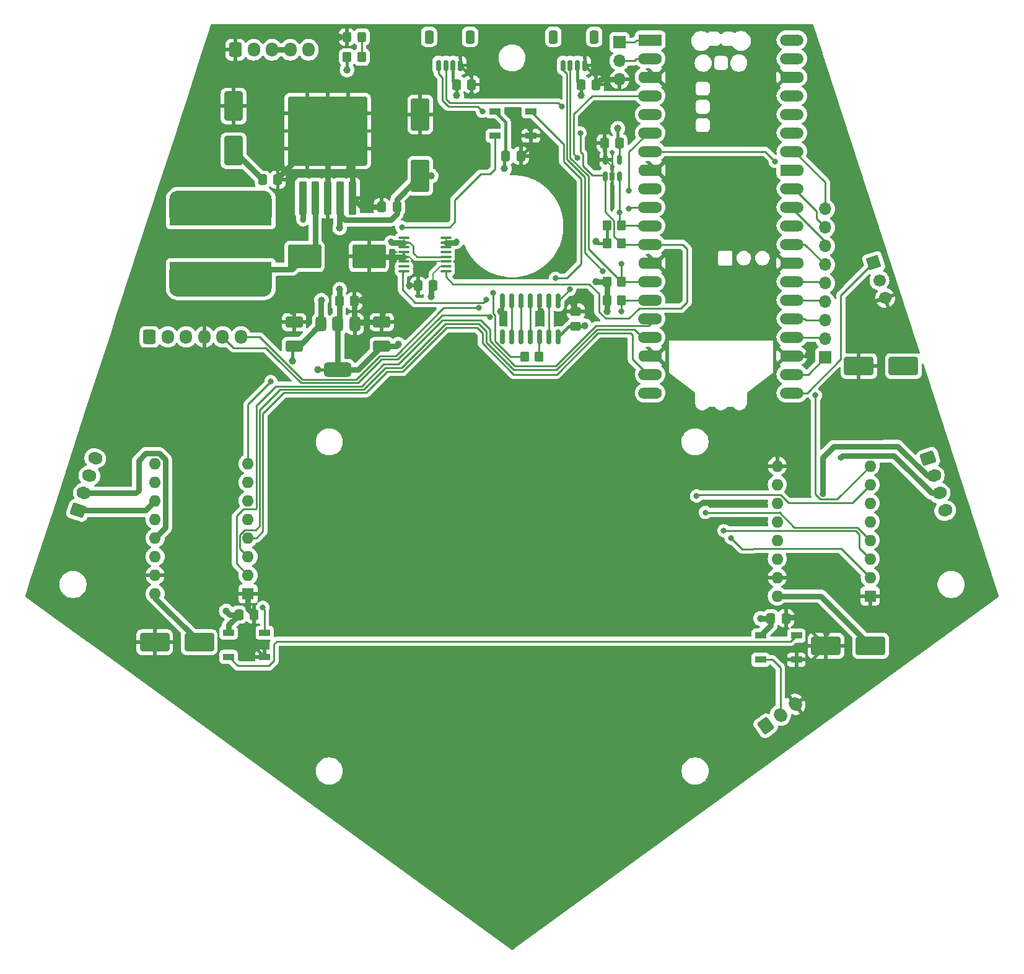
<source format=gtl>
G04 #@! TF.GenerationSoftware,KiCad,Pcbnew,8.0.5*
G04 #@! TF.CreationDate,2024-10-05T13:16:41+02:00*
G04 #@! TF.ProjectId,valiant-turtle-2,76616c69-616e-4742-9d74-7572746c652d,rev?*
G04 #@! TF.SameCoordinates,Original*
G04 #@! TF.FileFunction,Copper,L1,Top*
G04 #@! TF.FilePolarity,Positive*
%FSLAX46Y46*%
G04 Gerber Fmt 4.6, Leading zero omitted, Abs format (unit mm)*
G04 Created by KiCad (PCBNEW 8.0.5) date 2024-10-05 13:16:41*
%MOMM*%
%LPD*%
G01*
G04 APERTURE LIST*
G04 Aperture macros list*
%AMRoundRect*
0 Rectangle with rounded corners*
0 $1 Rounding radius*
0 $2 $3 $4 $5 $6 $7 $8 $9 X,Y pos of 4 corners*
0 Add a 4 corners polygon primitive as box body*
4,1,4,$2,$3,$4,$5,$6,$7,$8,$9,$2,$3,0*
0 Add four circle primitives for the rounded corners*
1,1,$1+$1,$2,$3*
1,1,$1+$1,$4,$5*
1,1,$1+$1,$6,$7*
1,1,$1+$1,$8,$9*
0 Add four rect primitives between the rounded corners*
20,1,$1+$1,$2,$3,$4,$5,0*
20,1,$1+$1,$4,$5,$6,$7,0*
20,1,$1+$1,$6,$7,$8,$9,0*
20,1,$1+$1,$8,$9,$2,$3,0*%
%AMHorizOval*
0 Thick line with rounded ends*
0 $1 width*
0 $2 $3 position (X,Y) of the first rounded end (center of the circle)*
0 $4 $5 position (X,Y) of the second rounded end (center of the circle)*
0 Add line between two ends*
20,1,$1,$2,$3,$4,$5,0*
0 Add two circle primitives to create the rounded ends*
1,1,$1,$2,$3*
1,1,$1,$4,$5*%
%AMRotRect*
0 Rectangle, with rotation*
0 The origin of the aperture is its center*
0 $1 length*
0 $2 width*
0 $3 Rotation angle, in degrees counterclockwise*
0 Add horizontal line*
21,1,$1,$2,0,0,$3*%
%AMFreePoly0*
4,1,28,0.178017,0.779942,0.347107,0.720775,0.498792,0.625465,0.625465,0.498792,0.720775,0.347107,0.779942,0.178017,0.800000,0.000000,0.779942,-0.178017,0.720775,-0.347107,0.625465,-0.498792,0.498792,-0.625465,0.347107,-0.720775,0.178017,-0.779942,0.000000,-0.800000,-2.200000,-0.800000,-2.205014,-0.794986,-2.244504,-0.794986,-2.324698,-0.756366,-2.380194,-0.686777,-2.400000,-0.600000,
-2.400000,0.600000,-2.380194,0.686777,-2.324698,0.756366,-2.244504,0.794986,-2.205014,0.794986,-2.200000,0.800000,0.000000,0.800000,0.178017,0.779942,0.178017,0.779942,$1*%
%AMFreePoly1*
4,1,28,0.605014,0.794986,0.644504,0.794986,0.724698,0.756366,0.780194,0.686777,0.800000,0.600000,0.800000,-0.600000,0.780194,-0.686777,0.724698,-0.756366,0.644504,-0.794986,0.605014,-0.794986,0.600000,-0.800000,0.000000,-0.800000,-0.178017,-0.779942,-0.347107,-0.720775,-0.498792,-0.625465,-0.625465,-0.498792,-0.720775,-0.347107,-0.779942,-0.178017,-0.800000,0.000000,-0.779942,0.178017,
-0.720775,0.347107,-0.625465,0.498792,-0.498792,0.625465,-0.347107,0.720775,-0.178017,0.779942,0.000000,0.800000,0.600000,0.800000,0.605014,0.794986,0.605014,0.794986,$1*%
%AMFreePoly2*
4,1,29,0.605014,0.794986,0.644504,0.794986,0.724698,0.756366,0.780194,0.686777,0.800000,0.600000,0.800000,-0.600000,0.780194,-0.686777,0.724698,-0.756366,0.644504,-0.794986,0.605014,-0.794986,0.600000,-0.800000,0.000000,-0.800000,-1.600000,-0.800000,-1.778017,-0.779942,-1.947107,-0.720775,-2.098792,-0.625465,-2.225465,-0.498792,-2.320775,-0.347107,-2.379942,-0.178017,-2.400000,0.000000,
-2.379942,0.178017,-2.320775,0.347107,-2.225465,0.498792,-2.098792,0.625465,-1.947107,0.720775,-1.778017,0.779942,-1.600000,0.800000,0.600000,0.800000,0.605014,0.794986,0.605014,0.794986,$1*%
%AMFreePoly3*
4,1,28,0.178017,0.779942,0.347107,0.720775,0.498792,0.625465,0.625465,0.498792,0.720775,0.347107,0.779942,0.178017,0.800000,0.000000,0.779942,-0.178017,0.720775,-0.347107,0.625465,-0.498792,0.498792,-0.625465,0.347107,-0.720775,0.178017,-0.779942,0.000000,-0.800000,-0.600000,-0.800000,-0.605014,-0.794986,-0.644504,-0.794986,-0.724698,-0.756366,-0.780194,-0.686777,-0.800000,-0.600000,
-0.800000,0.600000,-0.780194,0.686777,-0.724698,0.756366,-0.644504,0.794986,-0.605014,0.794986,-0.600000,0.800000,0.000000,0.800000,0.178017,0.779942,0.178017,0.779942,$1*%
%AMFreePoly4*
4,1,29,1.778017,0.779942,1.947107,0.720775,2.098792,0.625465,2.225465,0.498792,2.320775,0.347107,2.379942,0.178017,2.400000,0.000000,2.379942,-0.178017,2.320775,-0.347107,2.225465,-0.498792,2.098792,-0.625465,1.947107,-0.720775,1.778017,-0.779942,1.600000,-0.800000,0.000000,-0.800000,-0.600000,-0.800000,-0.605014,-0.794986,-0.644504,-0.794986,-0.724698,-0.756366,-0.780194,-0.686777,
-0.800000,-0.600000,-0.800000,0.600000,-0.780194,0.686777,-0.724698,0.756366,-0.644504,0.794986,-0.605014,0.794986,-0.600000,0.800000,1.600000,0.800000,1.778017,0.779942,1.778017,0.779942,$1*%
G04 Aperture macros list end*
G04 #@! TA.AperFunction,SMDPad,CuDef*
%ADD10RoundRect,0.250000X-0.350000X-0.450000X0.350000X-0.450000X0.350000X0.450000X-0.350000X0.450000X0*%
G04 #@! TD*
G04 #@! TA.AperFunction,SMDPad,CuDef*
%ADD11R,1.500000X0.900000*%
G04 #@! TD*
G04 #@! TA.AperFunction,SMDPad,CuDef*
%ADD12RoundRect,1.187500X5.812500X1.187500X-5.812500X1.187500X-5.812500X-1.187500X5.812500X-1.187500X0*%
G04 #@! TD*
G04 #@! TA.AperFunction,SMDPad,CuDef*
%ADD13R,14.000000X2.000000*%
G04 #@! TD*
G04 #@! TA.AperFunction,ComponentPad*
%ADD14RoundRect,0.250000X-0.059266X-0.939208X0.911555X-0.233866X0.059266X0.939208X-0.911555X0.233866X0*%
G04 #@! TD*
G04 #@! TA.AperFunction,ComponentPad*
%ADD15HorizOval,1.700000X-0.073473X0.101127X0.073473X-0.101127X0*%
G04 #@! TD*
G04 #@! TA.AperFunction,ComponentPad*
%ADD16R,1.700000X1.700000*%
G04 #@! TD*
G04 #@! TA.AperFunction,ComponentPad*
%ADD17O,1.700000X1.700000*%
G04 #@! TD*
G04 #@! TA.AperFunction,SMDPad,CuDef*
%ADD18RoundRect,0.250000X-0.337500X-0.475000X0.337500X-0.475000X0.337500X0.475000X-0.337500X0.475000X0*%
G04 #@! TD*
G04 #@! TA.AperFunction,ComponentPad*
%ADD19R,1.600000X1.600000*%
G04 #@! TD*
G04 #@! TA.AperFunction,ComponentPad*
%ADD20O,1.600000X1.600000*%
G04 #@! TD*
G04 #@! TA.AperFunction,SMDPad,CuDef*
%ADD21RoundRect,0.250001X0.924999X-0.499999X0.924999X0.499999X-0.924999X0.499999X-0.924999X-0.499999X0*%
G04 #@! TD*
G04 #@! TA.AperFunction,SMDPad,CuDef*
%ADD22RoundRect,0.150000X0.150000X0.625000X-0.150000X0.625000X-0.150000X-0.625000X0.150000X-0.625000X0*%
G04 #@! TD*
G04 #@! TA.AperFunction,SMDPad,CuDef*
%ADD23RoundRect,0.250000X0.350000X0.650000X-0.350000X0.650000X-0.350000X-0.650000X0.350000X-0.650000X0*%
G04 #@! TD*
G04 #@! TA.AperFunction,SMDPad,CuDef*
%ADD24RoundRect,0.250000X1.000000X-1.950000X1.000000X1.950000X-1.000000X1.950000X-1.000000X-1.950000X0*%
G04 #@! TD*
G04 #@! TA.AperFunction,SMDPad,CuDef*
%ADD25RoundRect,0.250000X0.300000X-2.050000X0.300000X2.050000X-0.300000X2.050000X-0.300000X-2.050000X0*%
G04 #@! TD*
G04 #@! TA.AperFunction,SMDPad,CuDef*
%ADD26RoundRect,0.250000X2.375000X-2.025000X2.375000X2.025000X-2.375000X2.025000X-2.375000X-2.025000X0*%
G04 #@! TD*
G04 #@! TA.AperFunction,SMDPad,CuDef*
%ADD27RoundRect,0.250002X5.149998X-4.449998X5.149998X4.449998X-5.149998X4.449998X-5.149998X-4.449998X0*%
G04 #@! TD*
G04 #@! TA.AperFunction,SMDPad,CuDef*
%ADD28RoundRect,0.250000X0.350000X0.450000X-0.350000X0.450000X-0.350000X-0.450000X0.350000X-0.450000X0*%
G04 #@! TD*
G04 #@! TA.AperFunction,SMDPad,CuDef*
%ADD29RoundRect,0.250000X1.750000X1.000000X-1.750000X1.000000X-1.750000X-1.000000X1.750000X-1.000000X0*%
G04 #@! TD*
G04 #@! TA.AperFunction,SMDPad,CuDef*
%ADD30RoundRect,0.375000X-0.375000X0.625000X-0.375000X-0.625000X0.375000X-0.625000X0.375000X0.625000X0*%
G04 #@! TD*
G04 #@! TA.AperFunction,SMDPad,CuDef*
%ADD31RoundRect,0.500000X-1.400000X0.500000X-1.400000X-0.500000X1.400000X-0.500000X1.400000X0.500000X0*%
G04 #@! TD*
G04 #@! TA.AperFunction,SMDPad,CuDef*
%ADD32RoundRect,0.250000X1.000000X-1.750000X1.000000X1.750000X-1.000000X1.750000X-1.000000X-1.750000X0*%
G04 #@! TD*
G04 #@! TA.AperFunction,SMDPad,CuDef*
%ADD33RoundRect,0.150000X-0.150000X0.825000X-0.150000X-0.825000X0.150000X-0.825000X0.150000X0.825000X0*%
G04 #@! TD*
G04 #@! TA.AperFunction,ComponentPad*
%ADD34RotRect,1.700000X1.700000X18.000000*%
G04 #@! TD*
G04 #@! TA.AperFunction,ComponentPad*
%ADD35HorizOval,1.700000X0.000000X0.000000X0.000000X0.000000X0*%
G04 #@! TD*
G04 #@! TA.AperFunction,ComponentPad*
%ADD36RoundRect,0.250000X-0.600000X-0.725000X0.600000X-0.725000X0.600000X0.725000X-0.600000X0.725000X0*%
G04 #@! TD*
G04 #@! TA.AperFunction,ComponentPad*
%ADD37O,1.700000X1.950000*%
G04 #@! TD*
G04 #@! TA.AperFunction,SMDPad,CuDef*
%ADD38RoundRect,0.250000X0.337500X0.475000X-0.337500X0.475000X-0.337500X-0.475000X0.337500X-0.475000X0*%
G04 #@! TD*
G04 #@! TA.AperFunction,SMDPad,CuDef*
%ADD39RoundRect,0.150000X0.150000X-0.512500X0.150000X0.512500X-0.150000X0.512500X-0.150000X-0.512500X0*%
G04 #@! TD*
G04 #@! TA.AperFunction,SMDPad,CuDef*
%ADD40RoundRect,0.100000X-0.637500X-0.100000X0.637500X-0.100000X0.637500X0.100000X-0.637500X0.100000X0*%
G04 #@! TD*
G04 #@! TA.AperFunction,SMDPad,CuDef*
%ADD41RoundRect,0.250000X0.475000X-0.337500X0.475000X0.337500X-0.475000X0.337500X-0.475000X-0.337500X0*%
G04 #@! TD*
G04 #@! TA.AperFunction,ComponentPad*
%ADD42RoundRect,0.250000X0.504106X-0.794671X0.874926X0.346597X-0.504106X0.794671X-0.874926X-0.346597X0*%
G04 #@! TD*
G04 #@! TA.AperFunction,ComponentPad*
%ADD43HorizOval,1.700000X-0.118882X0.038627X0.118882X-0.038627X0*%
G04 #@! TD*
G04 #@! TA.AperFunction,ComponentPad*
%ADD44RoundRect,0.200000X-0.600000X-0.600000X0.600000X-0.600000X0.600000X0.600000X-0.600000X0.600000X0*%
G04 #@! TD*
G04 #@! TA.AperFunction,SMDPad,CuDef*
%ADD45FreePoly0,0.000000*%
G04 #@! TD*
G04 #@! TA.AperFunction,ComponentPad*
%ADD46C,1.600000*%
G04 #@! TD*
G04 #@! TA.AperFunction,SMDPad,CuDef*
%ADD47RoundRect,0.800000X-0.800000X-0.000010X0.800000X-0.000010X0.800000X0.000010X-0.800000X0.000010X0*%
G04 #@! TD*
G04 #@! TA.AperFunction,ComponentPad*
%ADD48FreePoly1,0.000000*%
G04 #@! TD*
G04 #@! TA.AperFunction,SMDPad,CuDef*
%ADD49FreePoly2,0.000000*%
G04 #@! TD*
G04 #@! TA.AperFunction,ComponentPad*
%ADD50FreePoly3,0.000000*%
G04 #@! TD*
G04 #@! TA.AperFunction,SMDPad,CuDef*
%ADD51FreePoly4,0.000000*%
G04 #@! TD*
G04 #@! TA.AperFunction,ComponentPad*
%ADD52RoundRect,0.250000X-0.874926X0.346597X-0.504106X-0.794671X0.874926X-0.346597X0.504106X0.794671X0*%
G04 #@! TD*
G04 #@! TA.AperFunction,ComponentPad*
%ADD53HorizOval,1.700000X-0.118882X-0.038627X0.118882X0.038627X0*%
G04 #@! TD*
G04 #@! TA.AperFunction,SMDPad,CuDef*
%ADD54RoundRect,0.250000X2.000000X-1.400000X2.000000X1.400000X-2.000000X1.400000X-2.000000X-1.400000X0*%
G04 #@! TD*
G04 #@! TA.AperFunction,SMDPad,CuDef*
%ADD55RoundRect,0.250000X-0.325000X-0.450000X0.325000X-0.450000X0.325000X0.450000X-0.325000X0.450000X0*%
G04 #@! TD*
G04 #@! TA.AperFunction,ViaPad*
%ADD56C,1.000000*%
G04 #@! TD*
G04 #@! TA.AperFunction,ViaPad*
%ADD57C,0.800000*%
G04 #@! TD*
G04 #@! TA.AperFunction,Conductor*
%ADD58C,0.400000*%
G04 #@! TD*
G04 #@! TA.AperFunction,Conductor*
%ADD59C,0.800000*%
G04 #@! TD*
G04 #@! TA.AperFunction,Conductor*
%ADD60C,0.200000*%
G04 #@! TD*
G04 #@! TA.AperFunction,Conductor*
%ADD61C,0.250000*%
G04 #@! TD*
G04 APERTURE END LIST*
D10*
X138000000Y-75750000D03*
X140000000Y-75750000D03*
D11*
X159012500Y-131850000D03*
X159012500Y-135150000D03*
X163912500Y-135150000D03*
X163912500Y-131850000D03*
D12*
X85250000Y-83125000D03*
D13*
X85250000Y-81750000D03*
X85250000Y-74750000D03*
D12*
X85250000Y-73375000D03*
D14*
X159704915Y-144188926D03*
D15*
X161727457Y-142719463D03*
X163750000Y-141250000D03*
D16*
X167860000Y-93820000D03*
D17*
X167860000Y-91280000D03*
X167860000Y-88740000D03*
X167860000Y-86200000D03*
X167860000Y-83660000D03*
X167860000Y-81120000D03*
X167860000Y-78580000D03*
X167860000Y-76040000D03*
X167860000Y-73500000D03*
D18*
X117462500Y-56500000D03*
X119537500Y-56500000D03*
D19*
X174000000Y-126450000D03*
D20*
X174000000Y-123910000D03*
X174000000Y-121370000D03*
X174000000Y-118830000D03*
X174000000Y-116290000D03*
X174000000Y-113750000D03*
X174000000Y-111210000D03*
X174000000Y-108670000D03*
X161300000Y-108670000D03*
X161300000Y-111210000D03*
X161300000Y-113750000D03*
X161300000Y-116290000D03*
X161300000Y-118830000D03*
X161300000Y-121370000D03*
X161300000Y-123910000D03*
X161300000Y-126450000D03*
D10*
X138000000Y-83500000D03*
X140000000Y-83500000D03*
D21*
X95250000Y-92250000D03*
X95250000Y-89000000D03*
D22*
X118000000Y-53875000D03*
X117000000Y-53875000D03*
X116000000Y-53875000D03*
X115000000Y-53875000D03*
D23*
X119300000Y-50000000D03*
X113700000Y-50000000D03*
D18*
X90962500Y-69500000D03*
X93037500Y-69500000D03*
D24*
X112500000Y-69000000D03*
X112500000Y-60600000D03*
D19*
X88962500Y-126140000D03*
D20*
X88962500Y-123600000D03*
X88962500Y-121060000D03*
X88962500Y-118520000D03*
X88962500Y-115980000D03*
X88962500Y-113440000D03*
X88962500Y-110900000D03*
X88962500Y-108360000D03*
X76262500Y-108360000D03*
X76262500Y-110900000D03*
X76262500Y-113440000D03*
X76262500Y-115980000D03*
X76262500Y-118520000D03*
X76262500Y-121060000D03*
X76262500Y-123600000D03*
X76262500Y-126140000D03*
D18*
X101425000Y-86125000D03*
X103500000Y-86125000D03*
D25*
X96450000Y-72000000D03*
X98150000Y-72000000D03*
X99850000Y-72000000D03*
D26*
X97075000Y-65275000D03*
X102625000Y-65275000D03*
D27*
X99850000Y-62850000D03*
D26*
X97075000Y-60425000D03*
X102625000Y-60425000D03*
D25*
X101550000Y-72000000D03*
X103250000Y-72000000D03*
D11*
X122712500Y-60200000D03*
X122712500Y-63500000D03*
X127612500Y-63500000D03*
X127612500Y-60200000D03*
D28*
X128750000Y-93750000D03*
X126750000Y-93750000D03*
D29*
X174050000Y-133250000D03*
X167950000Y-133250000D03*
D30*
X103550000Y-89225000D03*
X101250000Y-89225000D03*
D31*
X101250000Y-95525000D03*
D30*
X98950000Y-89225000D03*
D28*
X140000000Y-78250000D03*
X138000000Y-78250000D03*
D32*
X87000000Y-65550000D03*
X87000000Y-59450000D03*
D16*
X139750000Y-50725000D03*
D17*
X139750000Y-53265000D03*
X139750000Y-55805000D03*
D29*
X82300000Y-132750000D03*
X76200000Y-132750000D03*
D33*
X131370000Y-86050000D03*
X130100000Y-86050000D03*
X128830000Y-86050000D03*
X127560000Y-86050000D03*
X126290000Y-86050000D03*
X125020000Y-86050000D03*
X123750000Y-86050000D03*
X123750000Y-91000000D03*
X125020000Y-91000000D03*
X126290000Y-91000000D03*
X127560000Y-91000000D03*
X128830000Y-91000000D03*
X130100000Y-91000000D03*
X131370000Y-91000000D03*
D34*
X174469732Y-80848582D03*
D35*
X175254635Y-83264266D03*
X176039538Y-85679949D03*
D36*
X87250000Y-51750000D03*
D37*
X89750000Y-51750000D03*
X92250000Y-51750000D03*
X94750000Y-51750000D03*
X97250000Y-51750000D03*
D29*
X178550000Y-95000000D03*
X172450000Y-95000000D03*
D38*
X139750000Y-64500000D03*
X137675000Y-64500000D03*
D18*
X124175000Y-66250000D03*
X126250000Y-66250000D03*
X134462500Y-56500000D03*
X136537500Y-56500000D03*
X87712500Y-129000000D03*
X89787500Y-129000000D03*
D10*
X138000000Y-86000000D03*
X140000000Y-86000000D03*
D11*
X86312500Y-131450000D03*
X86312500Y-134750000D03*
X91212500Y-134750000D03*
X91212500Y-131450000D03*
D39*
X137800000Y-69055000D03*
X138750000Y-69055000D03*
X139700000Y-69055000D03*
X139700000Y-66780000D03*
X137800000Y-66780000D03*
D40*
X110275000Y-77450000D03*
X110275000Y-78100000D03*
X110275000Y-78750000D03*
X110275000Y-79400000D03*
X110275000Y-80050000D03*
X110275000Y-80700000D03*
X110275000Y-81350000D03*
X110275000Y-82000000D03*
X116000000Y-82000000D03*
X116000000Y-81350000D03*
X116000000Y-80700000D03*
X116000000Y-80050000D03*
X116000000Y-79400000D03*
X116000000Y-78750000D03*
X116000000Y-78100000D03*
X116000000Y-77450000D03*
D10*
X102500000Y-52750000D03*
X104500000Y-52750000D03*
D41*
X133750000Y-89587500D03*
X133750000Y-87512500D03*
D42*
X65750000Y-114750000D03*
D43*
X66522542Y-112372359D03*
X67295085Y-109994717D03*
X68067627Y-107617076D03*
D38*
X109325000Y-73250000D03*
X107250000Y-73250000D03*
D18*
X160425000Y-129500000D03*
X162500000Y-129500000D03*
D36*
X75500000Y-91000000D03*
D37*
X78000000Y-91000000D03*
X80500000Y-91000000D03*
X83000000Y-91000000D03*
X85500000Y-91000000D03*
X88000000Y-91000000D03*
D44*
X144720000Y-50407500D03*
D45*
X144720000Y-50407500D03*
D46*
X144720000Y-52947500D03*
D47*
X143920000Y-52947500D03*
D48*
X144720000Y-55487500D03*
D49*
X144720000Y-55487500D03*
D46*
X144720000Y-58027500D03*
D47*
X143920000Y-58027500D03*
D46*
X144720000Y-60567500D03*
D47*
X143920000Y-60567500D03*
D46*
X144720000Y-63107500D03*
D47*
X143920000Y-63107500D03*
D46*
X144720000Y-65647500D03*
D47*
X143920000Y-65647500D03*
D48*
X144720000Y-68187500D03*
D49*
X144720000Y-68187500D03*
D46*
X144720000Y-70727500D03*
D47*
X143920000Y-70727500D03*
D46*
X144720000Y-73267500D03*
D47*
X143920000Y-73267500D03*
D46*
X144720000Y-75807500D03*
D47*
X143920000Y-75807500D03*
D46*
X144720000Y-78347500D03*
D47*
X143920000Y-78347500D03*
D48*
X144720000Y-80887500D03*
D49*
X144720000Y-80887500D03*
D46*
X144720000Y-83427500D03*
D47*
X143920000Y-83427500D03*
D46*
X144720000Y-85967500D03*
D47*
X143920000Y-85967500D03*
D46*
X144720000Y-88507500D03*
D47*
X143920000Y-88507500D03*
D46*
X144720000Y-91047500D03*
D47*
X143920000Y-91047500D03*
D48*
X144720000Y-93587500D03*
D49*
X144720000Y-93587500D03*
D46*
X144720000Y-96127500D03*
D47*
X143920000Y-96127500D03*
D46*
X144720000Y-98667500D03*
D47*
X143920000Y-98667500D03*
D46*
X162500000Y-98667500D03*
D47*
X163300000Y-98667500D03*
D46*
X162500000Y-96127500D03*
D47*
X163300000Y-96127500D03*
D50*
X162500000Y-93587500D03*
D51*
X162500000Y-93587500D03*
D46*
X162500000Y-91047500D03*
D47*
X163300000Y-91047500D03*
D46*
X162500000Y-88507500D03*
D47*
X163300000Y-88507500D03*
D46*
X162500000Y-85967500D03*
D47*
X163300000Y-85967500D03*
D46*
X162500000Y-83427500D03*
D47*
X163300000Y-83427500D03*
D50*
X162500000Y-80887500D03*
D51*
X162500000Y-80887500D03*
D46*
X162500000Y-78347500D03*
D47*
X163300000Y-78347500D03*
D46*
X162500000Y-75807500D03*
D47*
X163300000Y-75807500D03*
D46*
X162500000Y-73267500D03*
D47*
X163300000Y-73267500D03*
D46*
X162500000Y-70727500D03*
D47*
X163300000Y-70727500D03*
D50*
X162500000Y-68187500D03*
D51*
X162500000Y-68187500D03*
D46*
X162500000Y-65647500D03*
D47*
X163300000Y-65647500D03*
D46*
X162500000Y-63107500D03*
D47*
X163300000Y-63107500D03*
D46*
X162500000Y-60567500D03*
D47*
X163300000Y-60567500D03*
D46*
X162500000Y-58027500D03*
D47*
X163300000Y-58027500D03*
D50*
X162500000Y-55487500D03*
D51*
X162500000Y-55487500D03*
D46*
X162500000Y-52947500D03*
D47*
X163300000Y-52947500D03*
D46*
X162500000Y-50407500D03*
D47*
X163300000Y-50407500D03*
D21*
X107250000Y-92250000D03*
X107250000Y-89000000D03*
D22*
X135000000Y-53875000D03*
X134000000Y-53875000D03*
X133000000Y-53875000D03*
X132000000Y-53875000D03*
D23*
X136300000Y-50000000D03*
X130700000Y-50000000D03*
D52*
X181932373Y-107617077D03*
D53*
X182704915Y-109994718D03*
X183477458Y-112372360D03*
X184250000Y-114750001D03*
D54*
X96700000Y-80000000D03*
X105500000Y-80000000D03*
D38*
X114287500Y-84000000D03*
X112212500Y-84000000D03*
D55*
X102475000Y-50000000D03*
X104525000Y-50000000D03*
D56*
X112500000Y-60500000D03*
X119500000Y-58000000D03*
X127500000Y-62500000D03*
X123500000Y-87500000D03*
X99850000Y-62850000D03*
X95000000Y-87500000D03*
X87000000Y-59450000D03*
X104500000Y-86000000D03*
X101500000Y-50000000D03*
X105500000Y-80000000D03*
X165500000Y-93500000D03*
X111000000Y-84000000D03*
X133500000Y-86500000D03*
X129000000Y-87500000D03*
X172500000Y-95000000D03*
X168000000Y-131500000D03*
X76500000Y-130500000D03*
X107500000Y-87500000D03*
X138000000Y-61300000D03*
D57*
X134000000Y-66500000D03*
X141000000Y-71000000D03*
X92080850Y-97106156D03*
X151487347Y-115012653D03*
X150250000Y-112750000D03*
X166500000Y-99000000D03*
X161000000Y-67000000D03*
D56*
X101500000Y-84500000D03*
X139500000Y-62500000D03*
X138000000Y-87500000D03*
X136500000Y-83500000D03*
X117500000Y-58000000D03*
X114000000Y-85500000D03*
X136500000Y-78000000D03*
X134500000Y-58000000D03*
X98500000Y-95500000D03*
X109500000Y-92000000D03*
X114000000Y-69000000D03*
X159000000Y-129500000D03*
X85250000Y-74750000D03*
X124000000Y-68000000D03*
X101550000Y-73900000D03*
X99000000Y-86000000D03*
X101500000Y-76100000D03*
X86000000Y-128500000D03*
X178550000Y-95000000D03*
X135000000Y-89500000D03*
X95000000Y-94300000D03*
X102500000Y-54500000D03*
D57*
X140000000Y-87500000D03*
X137487347Y-82012653D03*
X122000000Y-88325000D03*
X140000000Y-81000000D03*
X120493052Y-87050000D03*
X121000000Y-60150000D03*
X134375000Y-63125000D03*
X121500000Y-85950000D03*
X139700000Y-74000000D03*
X131825000Y-59500000D03*
X154987347Y-118512653D03*
X141000000Y-73500000D03*
X132931802Y-84517588D03*
X153987347Y-117512653D03*
X174050000Y-133250000D03*
X90962500Y-69500000D03*
X117500000Y-78000000D03*
X96500000Y-75000000D03*
X82300000Y-132750000D03*
X167500000Y-112500000D03*
X170000000Y-107500000D03*
X131000000Y-83000000D03*
X122500000Y-85000000D03*
X110000000Y-76000000D03*
X91000000Y-128000000D03*
X108500000Y-78000000D03*
D58*
X104375000Y-86125000D02*
X104500000Y-86000000D01*
D59*
X107250000Y-89000000D02*
X103775000Y-89000000D01*
D58*
X128830000Y-86050000D02*
X128830000Y-87330000D01*
D60*
X138750000Y-67730000D02*
X137800000Y-66780000D01*
D58*
X87250000Y-59200000D02*
X87000000Y-59450000D01*
D59*
X93037500Y-69500000D02*
X93037500Y-69312500D01*
D60*
X111662498Y-80700000D02*
X111481249Y-80518751D01*
D58*
X112500000Y-60600000D02*
X112500000Y-60500000D01*
X103500000Y-86125000D02*
X104375000Y-86125000D01*
X95250000Y-89000000D02*
X95250000Y-87750000D01*
X133750000Y-87512500D02*
X133750000Y-86750000D01*
X137800000Y-66780000D02*
X137800000Y-64625000D01*
D59*
X103500000Y-89175000D02*
X103550000Y-89225000D01*
D58*
X163900000Y-129200000D02*
X167950000Y-133250000D01*
X119537500Y-57962500D02*
X119500000Y-58000000D01*
X133537500Y-87725000D02*
X133750000Y-87512500D01*
X167950000Y-133250000D02*
X167950000Y-131550000D01*
D59*
X137232500Y-55805000D02*
X136537500Y-56500000D01*
X99850000Y-72000000D02*
X99850000Y-62850000D01*
X105550000Y-80050000D02*
X105500000Y-80000000D01*
D58*
X128830000Y-87330000D02*
X129000000Y-87500000D01*
X137675000Y-64500000D02*
X137675000Y-61625000D01*
X165412500Y-93587500D02*
X165500000Y-93500000D01*
D60*
X110275000Y-80050000D02*
X110275000Y-79400000D01*
D58*
X127612500Y-64887500D02*
X126250000Y-66250000D01*
X112212500Y-84000000D02*
X111000000Y-84000000D01*
X97425000Y-60425000D02*
X99850000Y-62850000D01*
D60*
X111012499Y-80050000D02*
X110275000Y-80050000D01*
D58*
X118000000Y-53875000D02*
X119537500Y-55412500D01*
D59*
X93037500Y-69312500D02*
X97075000Y-65275000D01*
D58*
X137800000Y-64625000D02*
X137675000Y-64500000D01*
X76200000Y-130800000D02*
X76500000Y-130500000D01*
X119537500Y-56500000D02*
X119537500Y-57962500D01*
X76200000Y-132750000D02*
X76200000Y-130800000D01*
D59*
X103500000Y-86125000D02*
X103500000Y-89175000D01*
D58*
X123750000Y-86050000D02*
X123750000Y-87250000D01*
X136537500Y-56500000D02*
X136537500Y-55412500D01*
D60*
X138750000Y-69055000D02*
X138750000Y-67730000D01*
D58*
X140067500Y-55487500D02*
X139750000Y-55805000D01*
X107500000Y-88750000D02*
X107250000Y-89000000D01*
D59*
X110275000Y-80050000D02*
X105550000Y-80050000D01*
D58*
X119537500Y-55412500D02*
X119537500Y-56500000D01*
D59*
X103250000Y-66250000D02*
X99850000Y-62850000D01*
X103250000Y-72000000D02*
X103250000Y-66250000D01*
D58*
X91212500Y-134750000D02*
X89762500Y-133300000D01*
D60*
X112212500Y-81250001D02*
X111481249Y-80518751D01*
D59*
X88962500Y-126140000D02*
X88962500Y-128175000D01*
D58*
X107500000Y-87500000D02*
X107500000Y-88750000D01*
X166050000Y-135150000D02*
X167950000Y-133250000D01*
D60*
X110275000Y-80050000D02*
X110275000Y-80700000D01*
X111481249Y-80518751D02*
X111012499Y-80050000D01*
D58*
X172450000Y-95000000D02*
X172500000Y-95000000D01*
X167950000Y-131550000D02*
X168000000Y-131500000D01*
D60*
X116000000Y-80700000D02*
X111662498Y-80700000D01*
D58*
X95250000Y-87750000D02*
X95000000Y-87500000D01*
X137675000Y-61625000D02*
X138000000Y-61300000D01*
X97075000Y-60425000D02*
X97425000Y-60425000D01*
X102475000Y-50000000D02*
X101500000Y-50000000D01*
X127612500Y-63500000D02*
X127612500Y-62612500D01*
X133750000Y-86750000D02*
X133500000Y-86500000D01*
D59*
X107250000Y-73250000D02*
X104500000Y-73250000D01*
D58*
X162500000Y-93587500D02*
X165412500Y-93587500D01*
X89762500Y-133300000D02*
X89762500Y-129025000D01*
D60*
X112212500Y-84000000D02*
X112212500Y-81250001D01*
D58*
X123750000Y-87250000D02*
X123500000Y-87500000D01*
D59*
X88962500Y-128175000D02*
X89787500Y-129000000D01*
D58*
X162500000Y-129500000D02*
X162800000Y-129200000D01*
X163912500Y-135150000D02*
X166050000Y-135150000D01*
X162800000Y-129200000D02*
X163900000Y-129200000D01*
X127612500Y-62612500D02*
X127500000Y-62500000D01*
X89762500Y-129025000D02*
X89787500Y-129000000D01*
X136537500Y-55412500D02*
X135000000Y-53875000D01*
D59*
X139750000Y-55805000D02*
X137232500Y-55805000D01*
D58*
X127612500Y-63500000D02*
X127612500Y-64887500D01*
D59*
X104500000Y-73250000D02*
X103250000Y-72000000D01*
X103775000Y-89000000D02*
X103550000Y-89225000D01*
D61*
X133450000Y-60550000D02*
X135972500Y-58027500D01*
X135972500Y-58027500D02*
X144720000Y-58027500D01*
X133450000Y-65950000D02*
X133450000Y-60550000D01*
X134000000Y-66500000D02*
X133450000Y-65950000D01*
X144720000Y-63107500D02*
X143588630Y-63107500D01*
X88962500Y-108360000D02*
X88962500Y-100224506D01*
X141000000Y-65696130D02*
X141000000Y-71000000D01*
X88962500Y-100224506D02*
X92080850Y-97106156D01*
X143588630Y-63107500D02*
X141000000Y-65696130D01*
X166685000Y-73781130D02*
X166685000Y-74865000D01*
X162500000Y-70727500D02*
X163631370Y-70727500D01*
X166685000Y-74865000D02*
X167860000Y-76040000D01*
X163631370Y-70727500D02*
X166685000Y-73781130D01*
X125241104Y-96127500D02*
X131145292Y-96127500D01*
X141500000Y-94038870D02*
X143588630Y-96127500D01*
X93850000Y-98650000D02*
X105100000Y-98650000D01*
X91000000Y-101500000D02*
X93850000Y-98650000D01*
X120250000Y-89750000D02*
X121000000Y-90500000D01*
X88962500Y-118520000D02*
X90093870Y-118520000D01*
X151487347Y-115012653D02*
X161588338Y-115012653D01*
X136772792Y-90500000D02*
X141250000Y-90500000D01*
X172220000Y-117050000D02*
X163650991Y-117050000D01*
X141500000Y-90750000D02*
X141500000Y-94038870D01*
X131145292Y-96127500D02*
X136772792Y-90500000D01*
X116086396Y-89750000D02*
X120250000Y-89750000D01*
X90093870Y-118520000D02*
X91000000Y-117613870D01*
X163650991Y-117050000D02*
X161600991Y-115000000D01*
X141250000Y-90500000D02*
X141500000Y-90750000D01*
X121000000Y-91886396D02*
X125241104Y-96127500D01*
X161588338Y-115012653D02*
X161600991Y-115000000D01*
X110086396Y-95750000D02*
X116086396Y-89750000D01*
X108000000Y-95750000D02*
X110086396Y-95750000D01*
X105100000Y-98650000D02*
X108000000Y-95750000D01*
X91000000Y-117613870D02*
X91000000Y-101500000D01*
X174000000Y-118830000D02*
X172220000Y-117050000D01*
X121000000Y-90500000D02*
X121000000Y-91886396D01*
X143588630Y-96127500D02*
X144720000Y-96127500D01*
X162500000Y-78347500D02*
X165087500Y-78347500D01*
X165087500Y-78347500D02*
X167860000Y-81120000D01*
X162815991Y-113675000D02*
X161765991Y-112625000D01*
X171535000Y-113675000D02*
X162815991Y-113675000D01*
X161765991Y-112625000D02*
X150375000Y-112625000D01*
X150375000Y-112625000D02*
X150250000Y-112750000D01*
X174000000Y-111210000D02*
X171535000Y-113675000D01*
X144720000Y-65647500D02*
X159647500Y-65647500D01*
X169445000Y-113225000D02*
X167199695Y-113225000D01*
X174000000Y-108670000D02*
X169445000Y-113225000D01*
X159647500Y-65647500D02*
X161000000Y-67000000D01*
X166500000Y-112525305D02*
X166500000Y-99000000D01*
X167199695Y-113225000D02*
X166500000Y-112525305D01*
D59*
X74952500Y-114750000D02*
X76262500Y-113440000D01*
X65750000Y-114750000D02*
X74952500Y-114750000D01*
X74000000Y-107960000D02*
X75000000Y-106960000D01*
X76262500Y-118520000D02*
X77662500Y-117120000D01*
X77662500Y-117120000D02*
X77662500Y-107780101D01*
X74000000Y-112000000D02*
X74000000Y-107960000D01*
X66522542Y-112372359D02*
X73627641Y-112372359D01*
X73627641Y-112372359D02*
X74000000Y-112000000D01*
X76842399Y-106960000D02*
X75000000Y-106960000D01*
X77662500Y-107780101D02*
X76842399Y-106960000D01*
X101425000Y-86125000D02*
X101425000Y-89050000D01*
D58*
X139500000Y-64250000D02*
X139750000Y-64500000D01*
D59*
X114000000Y-85500000D02*
X114000000Y-84287500D01*
D58*
X117462500Y-56500000D02*
X117462500Y-57962500D01*
D59*
X101425000Y-86125000D02*
X101425000Y-84575000D01*
D60*
X115262501Y-81350000D02*
X114287500Y-82325001D01*
D58*
X101225000Y-95500000D02*
X101250000Y-95525000D01*
D60*
X114287500Y-82325001D02*
X114287500Y-84000000D01*
D59*
X107250000Y-92250000D02*
X109250000Y-92250000D01*
X138000000Y-83500000D02*
X136500000Y-83500000D01*
D58*
X134500000Y-58000000D02*
X134500000Y-56537500D01*
D59*
X101250000Y-89225000D02*
X101250000Y-95525000D01*
D58*
X138000000Y-75750000D02*
X138000000Y-78250000D01*
X134462500Y-56500000D02*
X134000000Y-56037500D01*
D59*
X138000000Y-87500000D02*
X138000000Y-86000000D01*
X101250000Y-95525000D02*
X103975000Y-95525000D01*
X109250000Y-92250000D02*
X109500000Y-92000000D01*
X103975000Y-95525000D02*
X107250000Y-92250000D01*
D58*
X117462500Y-57962500D02*
X117500000Y-58000000D01*
X138000000Y-78250000D02*
X136750000Y-78250000D01*
X117462500Y-56500000D02*
X117000000Y-56037500D01*
X134000000Y-56037500D02*
X134000000Y-53875000D01*
X139500000Y-62500000D02*
X139500000Y-64250000D01*
X136750000Y-78250000D02*
X136500000Y-78000000D01*
D59*
X138000000Y-86000000D02*
X138000000Y-83500000D01*
D58*
X98500000Y-95500000D02*
X101225000Y-95500000D01*
X134500000Y-56537500D02*
X134462500Y-56500000D01*
D61*
X139700000Y-64550000D02*
X139750000Y-64500000D01*
D60*
X116000000Y-81350000D02*
X115262501Y-81350000D01*
D59*
X101425000Y-84575000D02*
X101500000Y-84500000D01*
X101425000Y-89050000D02*
X101250000Y-89225000D01*
D58*
X117000000Y-56037500D02*
X117000000Y-53875000D01*
D61*
X139700000Y-66780000D02*
X139700000Y-64550000D01*
D59*
X114000000Y-84287500D02*
X114287500Y-84000000D01*
D58*
X133750000Y-89587500D02*
X132782500Y-89587500D01*
X95000000Y-94300000D02*
X95000000Y-92500000D01*
D59*
X86312500Y-131450000D02*
X86312500Y-130400000D01*
D58*
X124000000Y-66425000D02*
X124175000Y-66250000D01*
D59*
X95250000Y-92250000D02*
X95925000Y-92250000D01*
D58*
X112500000Y-69000000D02*
X114000000Y-69000000D01*
D59*
X109325000Y-74175000D02*
X109325000Y-73250000D01*
D58*
X133750000Y-89587500D02*
X134912500Y-89587500D01*
D59*
X87712500Y-129000000D02*
X86500000Y-129000000D01*
D58*
X95000000Y-92500000D02*
X95250000Y-92250000D01*
D59*
X109325000Y-73250000D02*
X109325000Y-72175000D01*
X160425000Y-130437500D02*
X159012500Y-131850000D01*
X86312500Y-130400000D02*
X87712500Y-129000000D01*
X95925000Y-92250000D02*
X98950000Y-89225000D01*
X101550000Y-72000000D02*
X101550000Y-74300000D01*
X109325000Y-72175000D02*
X112500000Y-69000000D01*
X85250000Y-73375000D02*
X85250000Y-74750000D01*
X98950000Y-89225000D02*
X98950000Y-86050000D01*
D58*
X102500000Y-52750000D02*
X102500000Y-54500000D01*
D59*
X160425000Y-129500000D02*
X160425000Y-130437500D01*
D58*
X134912500Y-89587500D02*
X135000000Y-89500000D01*
D59*
X101500000Y-76100000D02*
X101500000Y-72050000D01*
X101550000Y-74300000D02*
X102250000Y-75000000D01*
X101500000Y-72050000D02*
X101550000Y-72000000D01*
D58*
X124000000Y-68000000D02*
X124000000Y-66425000D01*
D59*
X86500000Y-129000000D02*
X86000000Y-128500000D01*
D58*
X124175000Y-66250000D02*
X124175000Y-61662500D01*
D59*
X98950000Y-86050000D02*
X99000000Y-86000000D01*
X108500000Y-75000000D02*
X109325000Y-74175000D01*
X160425000Y-129500000D02*
X159000000Y-129500000D01*
D58*
X132782500Y-89587500D02*
X131370000Y-91000000D01*
D59*
X102250000Y-75000000D02*
X108500000Y-75000000D01*
D58*
X124175000Y-61662500D02*
X122712500Y-60200000D01*
D59*
X94950000Y-81750000D02*
X96700000Y-80000000D01*
X85250000Y-81750000D02*
X94950000Y-81750000D01*
X98150000Y-78550000D02*
X98150000Y-72000000D01*
X96700000Y-80000000D02*
X98150000Y-78550000D01*
D61*
X104500000Y-50025000D02*
X104525000Y-50000000D01*
X104500000Y-52750000D02*
X104500000Y-50025000D01*
X91396876Y-92500000D02*
X92948438Y-94051562D01*
X121675000Y-88000000D02*
X122000000Y-88325000D01*
X96196877Y-97300000D02*
X104037500Y-97300000D01*
X134987347Y-69149048D02*
X132550000Y-66711701D01*
X143532500Y-85967500D02*
X143500000Y-86000000D01*
X115500000Y-88000000D02*
X121675000Y-88000000D01*
X137487347Y-82012653D02*
X134987347Y-79512653D01*
X107250000Y-94087500D02*
X109412500Y-94087500D01*
X134987347Y-79512653D02*
X134987347Y-69149048D01*
X87000000Y-92500000D02*
X91396876Y-92500000D01*
X132550000Y-55050000D02*
X132000000Y-54500000D01*
X143500000Y-86000000D02*
X140000000Y-86000000D01*
X132000000Y-54500000D02*
X132000000Y-53875000D01*
X140000000Y-85500000D02*
X140000000Y-87500000D01*
X132550000Y-66711701D02*
X132550000Y-55050000D01*
X85500000Y-91000000D02*
X87000000Y-92500000D01*
X144720000Y-85967500D02*
X143532500Y-85967500D01*
X92948438Y-94051562D02*
X96196877Y-97300000D01*
X104037500Y-97300000D02*
X107250000Y-94087500D01*
X109412500Y-94087500D02*
X115500000Y-88000000D01*
X140000000Y-86000000D02*
X140000000Y-85500000D01*
X142427500Y-83427500D02*
X142355000Y-83500000D01*
X88000000Y-91000000D02*
X90533274Y-91000000D01*
X115725000Y-87050000D02*
X109137500Y-93637500D01*
X90533274Y-91000000D02*
X93016637Y-93483363D01*
X103750000Y-96850000D02*
X96383273Y-96850000D01*
X133000000Y-66525305D02*
X133000000Y-53875000D01*
X140000000Y-81000000D02*
X140000000Y-83500000D01*
X96383273Y-96850000D02*
X93016637Y-93483363D01*
X135500000Y-69025305D02*
X133000000Y-66525305D01*
X144720000Y-83427500D02*
X142427500Y-83427500D01*
X142355000Y-83500000D02*
X140000000Y-83500000D01*
X135500000Y-79000000D02*
X135500000Y-69025305D01*
X106962500Y-93637500D02*
X109137500Y-93637500D01*
X140000000Y-83500000D02*
X135500000Y-79000000D01*
X120493052Y-87050000D02*
X115725000Y-87050000D01*
X103750000Y-96850000D02*
X106962500Y-93637500D01*
X141000000Y-88500000D02*
X142407500Y-87092500D01*
X136916637Y-87583363D02*
X137833273Y-88500000D01*
X137833273Y-88500000D02*
X141000000Y-88500000D01*
X137800000Y-69055000D02*
X137622500Y-68877500D01*
X134725000Y-67602500D02*
X134725000Y-66000000D01*
X148157500Y-87092500D02*
X149000000Y-86250000D01*
X116000000Y-82000000D02*
X116000000Y-82792588D01*
X116363604Y-59500000D02*
X120350000Y-59500000D01*
X142407500Y-87092500D02*
X148157500Y-87092500D01*
X140097500Y-78347500D02*
X140000000Y-78250000D01*
X136000000Y-68877500D02*
X134725000Y-67602500D01*
X136916637Y-85083364D02*
X136916637Y-87583363D01*
X115500000Y-58636396D02*
X116363604Y-59500000D01*
X134725000Y-66000000D02*
X134375000Y-65650000D01*
X120350000Y-59500000D02*
X121000000Y-60150000D01*
X149000000Y-86250000D02*
X149000000Y-79000000D01*
X144720000Y-78347500D02*
X140097500Y-78347500D01*
X137800000Y-69055000D02*
X137800000Y-73929900D01*
X149000000Y-79000000D02*
X148347500Y-78347500D01*
X135625861Y-83792588D02*
X136916637Y-85083364D01*
X115000000Y-53875000D02*
X115000000Y-55000000D01*
X139000000Y-75129900D02*
X139000000Y-77250000D01*
X115000000Y-55000000D02*
X115500000Y-55500000D01*
X137622500Y-68877500D02*
X136000000Y-68877500D01*
X117000000Y-83792588D02*
X135625861Y-83792588D01*
X139000000Y-77250000D02*
X140000000Y-78250000D01*
X116000000Y-82792588D02*
X117000000Y-83792588D01*
X148347500Y-78347500D02*
X144720000Y-78347500D01*
X137800000Y-73929900D02*
X139000000Y-75129900D01*
X134375000Y-65650000D02*
X134375000Y-63125000D01*
X115500000Y-55500000D02*
X115500000Y-58636396D01*
X110075000Y-84575000D02*
X110075000Y-82200000D01*
X121500000Y-85950000D02*
X121125000Y-86325000D01*
X116000000Y-53875000D02*
X116000000Y-58500000D01*
X116000000Y-58500000D02*
X116500000Y-59000000D01*
X121125000Y-86325000D02*
X111900000Y-86325000D01*
X139700000Y-75450000D02*
X140000000Y-75750000D01*
X131325000Y-59000000D02*
X131825000Y-59500000D01*
X116500000Y-59000000D02*
X131325000Y-59000000D01*
X139700000Y-69055000D02*
X139700000Y-74000000D01*
X142135000Y-75750000D02*
X140000000Y-75750000D01*
X110075000Y-82200000D02*
X110275000Y-82000000D01*
X144720000Y-75807500D02*
X142192500Y-75807500D01*
X142192500Y-75807500D02*
X142135000Y-75750000D01*
X111825000Y-86325000D02*
X110075000Y-84575000D01*
X139700000Y-74000000D02*
X139700000Y-75450000D01*
X170000000Y-94030000D02*
X170000000Y-85318314D01*
X162500000Y-98667500D02*
X165362500Y-98667500D01*
X165362500Y-98667500D02*
X170000000Y-94030000D01*
X170000000Y-85318314D02*
X174469732Y-80848582D01*
X167627500Y-91047500D02*
X167860000Y-91280000D01*
X162500000Y-91047500D02*
X167627500Y-91047500D01*
X165240000Y-88740000D02*
X167860000Y-88740000D01*
X165007500Y-88507500D02*
X165240000Y-88740000D01*
X162500000Y-88507500D02*
X165007500Y-88507500D01*
X115500000Y-88750000D02*
X120750000Y-88750000D01*
X92750000Y-97750000D02*
X104500000Y-97750000D01*
X90000000Y-100500000D02*
X92750000Y-97750000D01*
X174000000Y-123910000D02*
X170045000Y-119955000D01*
X104500000Y-97750000D02*
X107500000Y-94750000D01*
X158000000Y-120000000D02*
X156474694Y-120000000D01*
X90000000Y-114565000D02*
X90087500Y-114477500D01*
X131000000Y-95000000D02*
X136500000Y-89500000D01*
X136500000Y-89500000D02*
X143727500Y-89500000D01*
X120750000Y-88750000D02*
X122000000Y-90000000D01*
X122000000Y-91537304D02*
X125462696Y-95000000D01*
X88962500Y-123600000D02*
X87387500Y-122025000D01*
X88322500Y-114565000D02*
X90000000Y-114565000D01*
X122000000Y-90000000D02*
X122000000Y-91537304D01*
X158045000Y-119955000D02*
X158000000Y-120000000D01*
X170045000Y-119955000D02*
X158045000Y-119955000D01*
X109500000Y-94750000D02*
X115500000Y-88750000D01*
X90087500Y-100587500D02*
X90000000Y-100500000D01*
X90087500Y-114477500D02*
X90087500Y-100587500D01*
X143727500Y-89500000D02*
X144720000Y-88507500D01*
X125462696Y-95000000D02*
X131000000Y-95000000D01*
X156474694Y-120000000D02*
X154987347Y-118512653D01*
X107500000Y-94750000D02*
X109500000Y-94750000D01*
X87387500Y-122025000D02*
X87387500Y-115500000D01*
X87387500Y-115500000D02*
X88322500Y-114565000D01*
X162500000Y-83427500D02*
X167627500Y-83427500D01*
X167627500Y-83427500D02*
X167860000Y-83660000D01*
X141232500Y-73267500D02*
X144720000Y-73267500D01*
X131370000Y-86050000D02*
X131399390Y-86050000D01*
X131399390Y-86050000D02*
X132931802Y-84517588D01*
X141000000Y-73500000D02*
X141232500Y-73267500D01*
X167627500Y-85967500D02*
X167860000Y-86200000D01*
X162500000Y-85967500D02*
X167627500Y-85967500D01*
X165552500Y-96127500D02*
X167860000Y-93820000D01*
X162500000Y-96127500D02*
X165552500Y-96127500D01*
X144720000Y-52947500D02*
X142052500Y-52947500D01*
X142052500Y-52947500D02*
X141735000Y-53265000D01*
X141735000Y-53265000D02*
X139750000Y-53265000D01*
X162500000Y-73267500D02*
X163150990Y-73267500D01*
X167860000Y-77976510D02*
X167860000Y-78580000D01*
X163150990Y-73267500D02*
X167860000Y-77976510D01*
X162500000Y-65647500D02*
X163631370Y-65647500D01*
X163631370Y-65647500D02*
X167860000Y-69876130D01*
X167860000Y-69876130D02*
X167860000Y-73500000D01*
X144720000Y-50407500D02*
X142092500Y-50407500D01*
X141775000Y-50725000D02*
X139750000Y-50725000D01*
X142092500Y-50407500D02*
X141775000Y-50725000D01*
X115950000Y-89250000D02*
X120500000Y-89250000D01*
X120500000Y-89250000D02*
X121500000Y-90250000D01*
X90000000Y-117395000D02*
X90537500Y-116857500D01*
X131136396Y-95500000D02*
X136686396Y-89950000D01*
X121500000Y-91750000D02*
X125250000Y-95500000D01*
X88962500Y-121060000D02*
X87837500Y-119935000D01*
X90537500Y-116857500D02*
X90537500Y-100962500D01*
X136686396Y-89950000D02*
X141750000Y-89950000D01*
X104800000Y-98200000D02*
X107750000Y-95250000D01*
X142847500Y-91047500D02*
X144720000Y-91047500D01*
X107750000Y-95250000D02*
X109950000Y-95250000D01*
X87837500Y-118054009D02*
X88496509Y-117395000D01*
X90537500Y-100962500D02*
X93300000Y-98200000D01*
X172500000Y-118000000D02*
X172012653Y-117512653D01*
X87837500Y-119935000D02*
X87837500Y-118054009D01*
X174000000Y-121370000D02*
X172500000Y-119870000D01*
X109950000Y-95250000D02*
X115950000Y-89250000D01*
X141750000Y-89950000D02*
X142847500Y-91047500D01*
X93300000Y-98200000D02*
X104800000Y-98200000D01*
X88496509Y-117395000D02*
X90000000Y-117395000D01*
X172012653Y-117512653D02*
X153987347Y-117512653D01*
X172500000Y-119870000D02*
X172500000Y-118000000D01*
X125250000Y-95500000D02*
X131136396Y-95500000D01*
X121500000Y-90250000D02*
X121500000Y-91750000D01*
D59*
X82300000Y-132750000D02*
X76262500Y-126712500D01*
D60*
X116000000Y-78100000D02*
X116000000Y-77450000D01*
D59*
X96450000Y-72000000D02*
X96450000Y-74950000D01*
X76262500Y-126712500D02*
X76262500Y-126140000D01*
X87012500Y-65550000D02*
X90962500Y-69500000D01*
X116000000Y-78100000D02*
X117400000Y-78100000D01*
X167250000Y-126450000D02*
X161300000Y-126450000D01*
X117400000Y-78100000D02*
X117500000Y-78000000D01*
D60*
X116000000Y-78750000D02*
X116000000Y-78100000D01*
D59*
X174050000Y-133250000D02*
X167250000Y-126450000D01*
X96450000Y-74950000D02*
X96500000Y-75000000D01*
X87000000Y-65550000D02*
X87012500Y-65550000D01*
X169000000Y-106000000D02*
X175968294Y-106000000D01*
X175968294Y-106000000D02*
X176000000Y-105968294D01*
X167500000Y-107500000D02*
X169000000Y-106000000D01*
X177776915Y-105968294D02*
X181803339Y-109994718D01*
X181803339Y-109994718D02*
X182704915Y-109994718D01*
X176000000Y-105968294D02*
X177776915Y-105968294D01*
X167500000Y-112500000D02*
X167500000Y-107500000D01*
X183477459Y-112372359D02*
X182372359Y-112372359D01*
X177270000Y-107270000D02*
X170230000Y-107270000D01*
X170230000Y-107270000D02*
X170000000Y-107500000D01*
X182372359Y-112372359D02*
X177270000Y-107270000D01*
D61*
X132100000Y-64687500D02*
X127612500Y-60200000D01*
X122725000Y-91625908D02*
X122725000Y-88024695D01*
X131000000Y-83000000D02*
X132500000Y-83000000D01*
X134500000Y-69400000D02*
X132100000Y-67000000D01*
X134500000Y-81000000D02*
X134500000Y-69400000D01*
X126750000Y-93750000D02*
X124849092Y-93750000D01*
X122725000Y-88024695D02*
X122500000Y-87799695D01*
X122500000Y-87799695D02*
X122500000Y-85000000D01*
X132100000Y-67000000D02*
X132100000Y-64687500D01*
X124849092Y-93750000D02*
X122725000Y-91625908D01*
X132500000Y-83000000D02*
X134500000Y-81000000D01*
X91000000Y-128000000D02*
X91212500Y-128212500D01*
X122000000Y-68750000D02*
X120750000Y-68750000D01*
X117250000Y-75250000D02*
X116500000Y-76000000D01*
X122712500Y-63500000D02*
X122712500Y-68037500D01*
X117250000Y-72250000D02*
X117250000Y-75250000D01*
X116500000Y-76000000D02*
X110000000Y-76000000D01*
X122712500Y-68037500D02*
X122000000Y-68750000D01*
X120750000Y-68750000D02*
X117250000Y-72250000D01*
X91262500Y-131500000D02*
X91212500Y-131450000D01*
X91212500Y-128212500D02*
X91212500Y-131450000D01*
X91812500Y-136000000D02*
X87562500Y-136000000D01*
X163137500Y-132625000D02*
X92875000Y-132625000D01*
X92875000Y-132625000D02*
X92500000Y-133000000D01*
X163912500Y-131850000D02*
X163137500Y-132625000D01*
X92500000Y-133000000D02*
X92500000Y-135312500D01*
X92500000Y-135312500D02*
X91812500Y-136000000D01*
X87562500Y-136000000D02*
X86312500Y-134750000D01*
X161727458Y-136227458D02*
X160650000Y-135150000D01*
X160650000Y-135150000D02*
X159012500Y-135150000D01*
X161727458Y-142719462D02*
X161727458Y-136227458D01*
D59*
X92250000Y-51750000D02*
X94750000Y-51750000D01*
D61*
X112050000Y-80050000D02*
X111500000Y-79500000D01*
D59*
X110275000Y-78100000D02*
X108600000Y-78100000D01*
D61*
X116000000Y-80050000D02*
X112050000Y-80050000D01*
X111500000Y-78587501D02*
X111012499Y-78100000D01*
D60*
X110275000Y-78100000D02*
X110275000Y-77450000D01*
D61*
X111012499Y-78100000D02*
X110275000Y-78100000D01*
X111500000Y-79500000D02*
X111500000Y-78587501D01*
D60*
X110275000Y-78100000D02*
X110275000Y-78750000D01*
D59*
X108600000Y-78100000D02*
X108500000Y-78000000D01*
D61*
X128750000Y-91080000D02*
X128830000Y-91000000D01*
X128750000Y-93750000D02*
X128750000Y-91080000D01*
X125020000Y-86050000D02*
X125020000Y-91000000D01*
X127560000Y-86050000D02*
X127560000Y-91000000D01*
X126290000Y-86050000D02*
X126290000Y-91000000D01*
X130100000Y-86050000D02*
X130100000Y-91000000D01*
G04 #@! TA.AperFunction,Conductor*
G36*
X166541189Y-91692685D02*
G01*
X166586531Y-91744594D01*
X166648645Y-91877797D01*
X166685965Y-91957830D01*
X166685967Y-91957834D01*
X166768280Y-92075388D01*
X166821501Y-92151396D01*
X166821506Y-92151402D01*
X166943430Y-92273326D01*
X166976915Y-92334649D01*
X166971931Y-92404341D01*
X166930059Y-92460274D01*
X166899083Y-92477189D01*
X166767669Y-92526203D01*
X166767664Y-92526206D01*
X166652455Y-92612452D01*
X166652452Y-92612455D01*
X166566206Y-92727664D01*
X166566202Y-92727671D01*
X166515908Y-92862517D01*
X166509501Y-92922116D01*
X166509500Y-92922127D01*
X166509500Y-94234547D01*
X166489815Y-94301586D01*
X166473181Y-94322228D01*
X165372159Y-95423250D01*
X165310836Y-95456735D01*
X165241144Y-95451751D01*
X165185211Y-95409879D01*
X165182903Y-95406692D01*
X165100045Y-95288358D01*
X164939141Y-95127454D01*
X164752734Y-94996932D01*
X164752732Y-94996931D01*
X164701607Y-94973091D01*
X164649168Y-94926918D01*
X164630016Y-94859725D01*
X164650232Y-94792844D01*
X164700212Y-94748988D01*
X164717977Y-94740432D01*
X164870622Y-94644519D01*
X164959036Y-94574012D01*
X165086512Y-94446536D01*
X165157019Y-94358122D01*
X165252933Y-94205476D01*
X165301997Y-94103594D01*
X165361538Y-93933433D01*
X165361540Y-93933427D01*
X165386701Y-93823189D01*
X165386703Y-93823173D01*
X165406886Y-93644047D01*
X165406887Y-93644047D01*
X165406887Y-93530953D01*
X165406886Y-93530952D01*
X165386703Y-93351826D01*
X165386701Y-93351810D01*
X165361540Y-93241572D01*
X165361538Y-93241566D01*
X165301997Y-93071405D01*
X165252933Y-92969523D01*
X165157019Y-92816877D01*
X165086512Y-92728463D01*
X164959036Y-92600987D01*
X164870622Y-92530480D01*
X164717975Y-92434566D01*
X164700208Y-92426009D01*
X164648349Y-92379185D01*
X164630038Y-92311757D01*
X164651088Y-92245134D01*
X164701603Y-92201910D01*
X164752734Y-92178068D01*
X164939139Y-92047547D01*
X165100047Y-91886639D01*
X165178681Y-91774336D01*
X165212613Y-91725877D01*
X165267189Y-91682252D01*
X165314188Y-91673000D01*
X166474150Y-91673000D01*
X166541189Y-91692685D01*
G37*
G04 #@! TD.AperFunction*
G04 #@! TA.AperFunction,Conductor*
G36*
X143849731Y-92367685D02*
G01*
X143870373Y-92384319D01*
X144408180Y-92922127D01*
X144590590Y-93104537D01*
X144527007Y-93121575D01*
X144412993Y-93187401D01*
X144319901Y-93280493D01*
X144254075Y-93394507D01*
X144237037Y-93458090D01*
X143338628Y-92559681D01*
X143305143Y-92498358D01*
X143310127Y-92428666D01*
X143351999Y-92372733D01*
X143417463Y-92348316D01*
X143426309Y-92348000D01*
X143782692Y-92348000D01*
X143849731Y-92367685D01*
G37*
G04 #@! TD.AperFunction*
G04 #@! TA.AperFunction,Conductor*
G36*
X129023039Y-85819685D02*
G01*
X129068794Y-85872489D01*
X129080000Y-85924000D01*
X129080000Y-87522295D01*
X129080001Y-87522295D01*
X129082486Y-87522100D01*
X129240198Y-87476281D01*
X129287379Y-87448379D01*
X129355103Y-87431196D01*
X129421365Y-87453356D01*
X129465129Y-87507822D01*
X129474500Y-87555111D01*
X129474500Y-89494308D01*
X129454815Y-89561347D01*
X129402011Y-89607102D01*
X129332853Y-89617046D01*
X129287380Y-89601041D01*
X129256539Y-89582802D01*
X129240398Y-89573256D01*
X129240396Y-89573255D01*
X129240394Y-89573254D01*
X129082573Y-89527402D01*
X129082567Y-89527401D01*
X129045701Y-89524500D01*
X129045694Y-89524500D01*
X128614306Y-89524500D01*
X128614298Y-89524500D01*
X128577432Y-89527401D01*
X128577426Y-89527402D01*
X128419606Y-89573254D01*
X128419605Y-89573254D01*
X128372620Y-89601041D01*
X128304896Y-89618222D01*
X128238634Y-89596062D01*
X128194871Y-89541596D01*
X128185500Y-89494308D01*
X128185500Y-87555111D01*
X128205185Y-87488072D01*
X128257989Y-87442317D01*
X128327147Y-87432373D01*
X128372621Y-87448379D01*
X128419801Y-87476281D01*
X128577514Y-87522100D01*
X128577511Y-87522100D01*
X128579998Y-87522295D01*
X128580000Y-87522295D01*
X128580000Y-85924000D01*
X128599685Y-85856961D01*
X128652489Y-85811206D01*
X128704000Y-85800000D01*
X128956000Y-85800000D01*
X129023039Y-85819685D01*
G37*
G04 #@! TD.AperFunction*
G04 #@! TA.AperFunction,Conductor*
G36*
X135382448Y-84437773D02*
G01*
X135403090Y-84454407D01*
X136254818Y-85306135D01*
X136288303Y-85367458D01*
X136291137Y-85393816D01*
X136291137Y-87644972D01*
X136306956Y-87724501D01*
X136315172Y-87765806D01*
X136315175Y-87765818D01*
X136362325Y-87879648D01*
X136362326Y-87879650D01*
X136430778Y-87982095D01*
X136430781Y-87982099D01*
X137111502Y-88662819D01*
X137144987Y-88724142D01*
X137140003Y-88793833D01*
X137098132Y-88849767D01*
X137032667Y-88874184D01*
X137023821Y-88874500D01*
X136567741Y-88874500D01*
X136567721Y-88874499D01*
X136561607Y-88874499D01*
X136438394Y-88874499D01*
X136337597Y-88894548D01*
X136337592Y-88894548D01*
X136317549Y-88898536D01*
X136317547Y-88898536D01*
X136270397Y-88918067D01*
X136203719Y-88945685D01*
X136203717Y-88945686D01*
X136101267Y-89014141D01*
X136071880Y-89043528D01*
X136010556Y-89077012D01*
X135940865Y-89072026D01*
X135884932Y-89030154D01*
X135874845Y-89014304D01*
X135835910Y-88941462D01*
X135797408Y-88894548D01*
X135710883Y-88789116D01*
X135558539Y-88664090D01*
X135558532Y-88664086D01*
X135384733Y-88571188D01*
X135384727Y-88571186D01*
X135196132Y-88513976D01*
X135196129Y-88513975D01*
X135000000Y-88494659D01*
X134999998Y-88494659D01*
X134938805Y-88500685D01*
X134870159Y-88487665D01*
X134819450Y-88439600D01*
X134802777Y-88371748D01*
X134821115Y-88312184D01*
X134909355Y-88169126D01*
X134909358Y-88169119D01*
X134964505Y-88002697D01*
X134964506Y-88002690D01*
X134974999Y-87899986D01*
X134975000Y-87899973D01*
X134975000Y-87762500D01*
X132525001Y-87762500D01*
X132525001Y-87899986D01*
X132535494Y-88002697D01*
X132590641Y-88169119D01*
X132590643Y-88169124D01*
X132682684Y-88318345D01*
X132806655Y-88442316D01*
X132806659Y-88442319D01*
X132809656Y-88444168D01*
X132811279Y-88445972D01*
X132812323Y-88446798D01*
X132812181Y-88446976D01*
X132856381Y-88496116D01*
X132867602Y-88565079D01*
X132839759Y-88629161D01*
X132809661Y-88655241D01*
X132806349Y-88657283D01*
X132806343Y-88657288D01*
X132682287Y-88781344D01*
X132629226Y-88867369D01*
X132577278Y-88914093D01*
X132571141Y-88916832D01*
X132450690Y-88966724D01*
X132335954Y-89043387D01*
X131852157Y-89527184D01*
X131790834Y-89560669D01*
X131729881Y-89558579D01*
X131622573Y-89527402D01*
X131622567Y-89527401D01*
X131585701Y-89524500D01*
X131585694Y-89524500D01*
X131154306Y-89524500D01*
X131154298Y-89524500D01*
X131117432Y-89527401D01*
X131117426Y-89527402D01*
X130959606Y-89573254D01*
X130959605Y-89573254D01*
X130912620Y-89601041D01*
X130844896Y-89618222D01*
X130778634Y-89596062D01*
X130734871Y-89541596D01*
X130725500Y-89494308D01*
X130725500Y-87555691D01*
X130745185Y-87488652D01*
X130797989Y-87442897D01*
X130867147Y-87432953D01*
X130912616Y-87448957D01*
X130959602Y-87476744D01*
X130959603Y-87476744D01*
X130959606Y-87476746D01*
X131117426Y-87522597D01*
X131117429Y-87522597D01*
X131117431Y-87522598D01*
X131154306Y-87525500D01*
X131154314Y-87525500D01*
X131585686Y-87525500D01*
X131585694Y-87525500D01*
X131622569Y-87522598D01*
X131622571Y-87522597D01*
X131622573Y-87522597D01*
X131674698Y-87507453D01*
X131780398Y-87476744D01*
X131921865Y-87393081D01*
X132038081Y-87276865D01*
X132121744Y-87135398D01*
X132124761Y-87125013D01*
X132525000Y-87125013D01*
X132525000Y-87262500D01*
X133500000Y-87262500D01*
X134000000Y-87262500D01*
X134974999Y-87262500D01*
X134974999Y-87125028D01*
X134974998Y-87125013D01*
X134964505Y-87022302D01*
X134909358Y-86855880D01*
X134909356Y-86855875D01*
X134817315Y-86706654D01*
X134693345Y-86582684D01*
X134544124Y-86490643D01*
X134544119Y-86490641D01*
X134377697Y-86435494D01*
X134377690Y-86435493D01*
X134274986Y-86425000D01*
X134000000Y-86425000D01*
X134000000Y-87262500D01*
X133500000Y-87262500D01*
X133500000Y-86425000D01*
X133225029Y-86425000D01*
X133225012Y-86425001D01*
X133122302Y-86435494D01*
X132955880Y-86490641D01*
X132955875Y-86490643D01*
X132806654Y-86582684D01*
X132682684Y-86706654D01*
X132590643Y-86855875D01*
X132590641Y-86855880D01*
X132535494Y-87022302D01*
X132535493Y-87022309D01*
X132525000Y-87125013D01*
X132124761Y-87125013D01*
X132167598Y-86977569D01*
X132170500Y-86940694D01*
X132170500Y-86214842D01*
X132190185Y-86147803D01*
X132206819Y-86127161D01*
X132879573Y-85454407D01*
X132940896Y-85420922D01*
X132967254Y-85418088D01*
X133026446Y-85418088D01*
X133026448Y-85418088D01*
X133211605Y-85378732D01*
X133384532Y-85301739D01*
X133537673Y-85190476D01*
X133664335Y-85049804D01*
X133758981Y-84885872D01*
X133817476Y-84705844D01*
X133836049Y-84529124D01*
X133862634Y-84464512D01*
X133919931Y-84424527D01*
X133959370Y-84418088D01*
X135315409Y-84418088D01*
X135382448Y-84437773D01*
G37*
G04 #@! TD.AperFunction*
G04 #@! TA.AperFunction,Conductor*
G36*
X123943039Y-85819685D02*
G01*
X123988794Y-85872489D01*
X124000000Y-85924000D01*
X124000000Y-87522295D01*
X124000001Y-87522295D01*
X124002486Y-87522100D01*
X124160198Y-87476281D01*
X124207379Y-87448379D01*
X124275103Y-87431196D01*
X124341365Y-87453356D01*
X124385129Y-87507822D01*
X124394500Y-87555111D01*
X124394500Y-89494308D01*
X124374815Y-89561347D01*
X124322011Y-89607102D01*
X124252853Y-89617046D01*
X124207380Y-89601041D01*
X124176539Y-89582802D01*
X124160398Y-89573256D01*
X124160396Y-89573255D01*
X124160394Y-89573254D01*
X124002573Y-89527402D01*
X124002567Y-89527401D01*
X123965701Y-89524500D01*
X123965694Y-89524500D01*
X123534306Y-89524500D01*
X123534298Y-89524500D01*
X123497422Y-89527402D01*
X123496768Y-89527522D01*
X123496399Y-89527483D01*
X123491114Y-89527899D01*
X123491036Y-89526917D01*
X123427283Y-89520196D01*
X123372789Y-89476467D01*
X123350588Y-89410219D01*
X123350500Y-89405538D01*
X123350500Y-87963088D01*
X123349234Y-87956727D01*
X123349234Y-87956716D01*
X123349233Y-87956717D01*
X123326464Y-87842249D01*
X123326463Y-87842248D01*
X123326463Y-87842244D01*
X123326460Y-87842238D01*
X123326459Y-87842233D01*
X123279314Y-87728413D01*
X123279313Y-87728411D01*
X123276700Y-87724501D01*
X123252482Y-87688256D01*
X123244712Y-87676628D01*
X123223834Y-87609950D01*
X123242318Y-87542570D01*
X123294297Y-87495879D01*
X123363266Y-87484703D01*
X123382409Y-87488660D01*
X123497505Y-87522099D01*
X123497511Y-87522100D01*
X123499998Y-87522295D01*
X123500000Y-87522295D01*
X123500000Y-85924000D01*
X123519685Y-85856961D01*
X123572489Y-85811206D01*
X123624000Y-85800000D01*
X123876000Y-85800000D01*
X123943039Y-85819685D01*
G37*
G04 #@! TD.AperFunction*
G04 #@! TA.AperFunction,Conductor*
G36*
X148104087Y-78992685D02*
G01*
X148124729Y-79009319D01*
X148338181Y-79222771D01*
X148371666Y-79284094D01*
X148374500Y-79310452D01*
X148374500Y-85939548D01*
X148354815Y-86006587D01*
X148338181Y-86027229D01*
X147934729Y-86430681D01*
X147873406Y-86464166D01*
X147847048Y-86467000D01*
X146094137Y-86467000D01*
X146027098Y-86447315D01*
X145981343Y-86394511D01*
X145971399Y-86325353D01*
X145974362Y-86310907D01*
X145988263Y-86259024D01*
X146005635Y-86194192D01*
X146025468Y-85967500D01*
X146005635Y-85740808D01*
X145946739Y-85521004D01*
X145850568Y-85314766D01*
X145745538Y-85164766D01*
X145720045Y-85128358D01*
X145559141Y-84967454D01*
X145372734Y-84836932D01*
X145372728Y-84836929D01*
X145343146Y-84823135D01*
X145314724Y-84809881D01*
X145262285Y-84763710D01*
X145243133Y-84696517D01*
X145263348Y-84629635D01*
X145314725Y-84585118D01*
X145331272Y-84577402D01*
X145372734Y-84558068D01*
X145559139Y-84427547D01*
X145720047Y-84266639D01*
X145850568Y-84080234D01*
X145946739Y-83873996D01*
X146005635Y-83654192D01*
X146025468Y-83427500D01*
X146005635Y-83200808D01*
X145946739Y-82981004D01*
X145850568Y-82774766D01*
X145720047Y-82588361D01*
X145720045Y-82588358D01*
X145559141Y-82427454D01*
X145492490Y-82380785D01*
X145448865Y-82326209D01*
X145441671Y-82256710D01*
X145473194Y-82194355D01*
X145526259Y-82160970D01*
X145584766Y-82142486D01*
X145609514Y-82130567D01*
X144849409Y-81370462D01*
X144912993Y-81353425D01*
X145027007Y-81287599D01*
X145120099Y-81194507D01*
X145185925Y-81080493D01*
X145202962Y-81016910D01*
X145963209Y-81777157D01*
X145997163Y-81688888D01*
X145997164Y-81688885D01*
X146017481Y-81599874D01*
X146029198Y-81518385D01*
X146029198Y-81518384D01*
X146025413Y-81472107D01*
X146025000Y-81461999D01*
X146025000Y-80967745D01*
X146025780Y-80953858D01*
X146026886Y-80944044D01*
X146026886Y-80830955D01*
X146025780Y-80821141D01*
X146025000Y-80807255D01*
X146025000Y-80356451D01*
X146026262Y-80338804D01*
X146029198Y-80318383D01*
X146029198Y-80318381D01*
X146017481Y-80175126D01*
X145997166Y-80086124D01*
X145997165Y-80086117D01*
X145972365Y-80007619D01*
X145965366Y-79995684D01*
X145202962Y-80758089D01*
X145185925Y-80694507D01*
X145120099Y-80580493D01*
X145027007Y-80487401D01*
X144912993Y-80421575D01*
X144849409Y-80404537D01*
X145030300Y-80223647D01*
X145609514Y-79644431D01*
X145609513Y-79644430D01*
X145584764Y-79632512D01*
X145584753Y-79632507D01*
X145523031Y-79608766D01*
X145467528Y-79566326D01*
X145443781Y-79500616D01*
X145459329Y-79432498D01*
X145496424Y-79391459D01*
X145559139Y-79347547D01*
X145720047Y-79186639D01*
X145820165Y-79043655D01*
X145832613Y-79025877D01*
X145887189Y-78982252D01*
X145934188Y-78973000D01*
X148037048Y-78973000D01*
X148104087Y-78992685D01*
G37*
G04 #@! TD.AperFunction*
G04 #@! TA.AperFunction,Conductor*
G36*
X111560694Y-80503225D02*
G01*
X111597892Y-80503444D01*
X111646271Y-80532341D01*
X111646557Y-80531993D01*
X111648879Y-80533898D01*
X111649941Y-80534533D01*
X111651263Y-80535855D01*
X111651271Y-80535861D01*
X111714758Y-80578282D01*
X111736096Y-80592539D01*
X111753714Y-80604311D01*
X111867548Y-80651463D01*
X111983547Y-80674536D01*
X111988388Y-80675499D01*
X111988392Y-80675500D01*
X111988393Y-80675500D01*
X111988394Y-80675500D01*
X114638501Y-80675500D01*
X114705540Y-80695185D01*
X114751295Y-80747989D01*
X114762501Y-80799500D01*
X114762501Y-80839324D01*
X114773300Y-80921356D01*
X114762534Y-80990391D01*
X114738042Y-81025221D01*
X113918786Y-81844479D01*
X113806981Y-81956283D01*
X113806979Y-81956285D01*
X113786178Y-81992315D01*
X113774429Y-82012666D01*
X113727923Y-82093216D01*
X113686999Y-82245944D01*
X113686999Y-82245946D01*
X113686999Y-82414047D01*
X113687000Y-82414060D01*
X113687000Y-82736232D01*
X113667315Y-82803271D01*
X113628098Y-82841769D01*
X113606091Y-82855344D01*
X113481342Y-82932289D01*
X113357288Y-83056343D01*
X113357283Y-83056349D01*
X113355241Y-83059661D01*
X113353247Y-83061453D01*
X113352807Y-83062011D01*
X113352711Y-83061935D01*
X113303291Y-83106383D01*
X113234328Y-83117602D01*
X113170247Y-83089755D01*
X113144168Y-83059656D01*
X113142319Y-83056659D01*
X113142316Y-83056655D01*
X113018345Y-82932684D01*
X112869124Y-82840643D01*
X112869119Y-82840641D01*
X112702697Y-82785494D01*
X112702690Y-82785493D01*
X112599986Y-82775000D01*
X112462500Y-82775000D01*
X112462500Y-85224999D01*
X112599972Y-85224999D01*
X112599986Y-85224998D01*
X112702695Y-85214506D01*
X112852797Y-85164766D01*
X112922626Y-85162364D01*
X112982668Y-85198095D01*
X113013861Y-85260615D01*
X113013508Y-85297701D01*
X113014573Y-85297806D01*
X113003085Y-85414453D01*
X112994659Y-85500000D01*
X113000898Y-85563346D01*
X112987879Y-85631992D01*
X112939814Y-85682702D01*
X112877495Y-85699500D01*
X112135452Y-85699500D01*
X112068413Y-85679815D01*
X112047771Y-85663181D01*
X111821270Y-85436680D01*
X111787785Y-85375357D01*
X111792769Y-85305665D01*
X111834641Y-85249732D01*
X111900105Y-85225315D01*
X111908951Y-85224999D01*
X111962499Y-85224999D01*
X111962500Y-85224998D01*
X111962500Y-84250000D01*
X111125001Y-84250000D01*
X111125001Y-84441049D01*
X111105316Y-84508088D01*
X111052512Y-84553843D01*
X110983354Y-84563787D01*
X110919798Y-84534762D01*
X110913320Y-84528730D01*
X110736819Y-84352229D01*
X110703334Y-84290906D01*
X110700500Y-84264548D01*
X110700500Y-83475013D01*
X111125000Y-83475013D01*
X111125000Y-83750000D01*
X111962500Y-83750000D01*
X111962500Y-82775000D01*
X111825027Y-82775000D01*
X111825012Y-82775001D01*
X111722302Y-82785494D01*
X111555880Y-82840641D01*
X111555875Y-82840643D01*
X111406654Y-82932684D01*
X111282684Y-83056654D01*
X111190643Y-83205875D01*
X111190641Y-83205880D01*
X111135494Y-83372302D01*
X111135493Y-83372309D01*
X111125000Y-83475013D01*
X110700500Y-83475013D01*
X110700500Y-82824499D01*
X110720185Y-82757460D01*
X110772989Y-82711705D01*
X110824500Y-82700499D01*
X110951863Y-82700499D01*
X111069253Y-82685046D01*
X111069257Y-82685044D01*
X111069262Y-82685044D01*
X111215341Y-82624536D01*
X111340782Y-82528282D01*
X111437036Y-82402841D01*
X111497544Y-82256762D01*
X111513000Y-82139361D01*
X111512999Y-81860640D01*
X111497544Y-81743238D01*
X111497542Y-81743234D01*
X111491891Y-81729592D01*
X111488934Y-81722454D01*
X111481465Y-81652986D01*
X111488935Y-81627545D01*
X111490455Y-81623876D01*
X111497544Y-81606762D01*
X111513000Y-81489361D01*
X111512999Y-81210640D01*
X111512999Y-81210638D01*
X111512999Y-81210636D01*
X111497546Y-81093246D01*
X111497544Y-81093239D01*
X111497544Y-81093238D01*
X111488662Y-81071797D01*
X111481194Y-81002328D01*
X111488664Y-80976890D01*
X111497055Y-80956632D01*
X111497055Y-80956630D01*
X111504512Y-80900000D01*
X111462000Y-80900000D01*
X111394961Y-80880315D01*
X111363625Y-80851487D01*
X111340784Y-80821720D01*
X111340782Y-80821719D01*
X111340782Y-80821718D01*
X111215341Y-80725464D01*
X111215339Y-80725463D01*
X111211316Y-80722376D01*
X111170114Y-80665948D01*
X111165959Y-80596202D01*
X111200171Y-80535281D01*
X111261889Y-80502529D01*
X111286803Y-80500000D01*
X111560694Y-80500000D01*
X111560694Y-80503225D01*
G37*
G04 #@! TD.AperFunction*
G04 #@! TA.AperFunction,Conductor*
G36*
X126305039Y-59645185D02*
G01*
X126350794Y-59697989D01*
X126362000Y-59749500D01*
X126362000Y-60697870D01*
X126362001Y-60697876D01*
X126368408Y-60757483D01*
X126418702Y-60892328D01*
X126418706Y-60892335D01*
X126504952Y-61007544D01*
X126504955Y-61007547D01*
X126620164Y-61093793D01*
X126620171Y-61093797D01*
X126755017Y-61144091D01*
X126755016Y-61144091D01*
X126761944Y-61144835D01*
X126814627Y-61150500D01*
X127627047Y-61150499D01*
X127694086Y-61170183D01*
X127714728Y-61186818D01*
X131438181Y-64910271D01*
X131471666Y-64971594D01*
X131474500Y-64997952D01*
X131474500Y-67061607D01*
X131477419Y-67076281D01*
X131477419Y-67076285D01*
X131494029Y-67159791D01*
X131498534Y-67182444D01*
X131498537Y-67182453D01*
X131545685Y-67296280D01*
X131545687Y-67296283D01*
X131545688Y-67296286D01*
X131560468Y-67318406D01*
X131579914Y-67347507D01*
X131579915Y-67347509D01*
X131614140Y-67398731D01*
X131614141Y-67398732D01*
X131614142Y-67398733D01*
X131701267Y-67485858D01*
X131701268Y-67485858D01*
X131708335Y-67492925D01*
X131708334Y-67492925D01*
X131708338Y-67492928D01*
X133838181Y-69622771D01*
X133871666Y-69684094D01*
X133874500Y-69710452D01*
X133874500Y-80689548D01*
X133854815Y-80756587D01*
X133838181Y-80777229D01*
X132277229Y-82338181D01*
X132215906Y-82371666D01*
X132189548Y-82374500D01*
X131703748Y-82374500D01*
X131636709Y-82354815D01*
X131611600Y-82333474D01*
X131605873Y-82327114D01*
X131605869Y-82327110D01*
X131452734Y-82215851D01*
X131452729Y-82215848D01*
X131279807Y-82138857D01*
X131279802Y-82138855D01*
X131134001Y-82107865D01*
X131094646Y-82099500D01*
X130905354Y-82099500D01*
X130872897Y-82106398D01*
X130720197Y-82138855D01*
X130720192Y-82138857D01*
X130547270Y-82215848D01*
X130547265Y-82215851D01*
X130394129Y-82327111D01*
X130267466Y-82467785D01*
X130172821Y-82631715D01*
X130172818Y-82631722D01*
X130116840Y-82804007D01*
X130114326Y-82811744D01*
X130100692Y-82941467D01*
X130096537Y-82981004D01*
X130094540Y-83000000D01*
X130097706Y-83030128D01*
X130085138Y-83098856D01*
X130037406Y-83149880D01*
X129974386Y-83167088D01*
X117310453Y-83167088D01*
X117243414Y-83147403D01*
X117222772Y-83130769D01*
X116912724Y-82820721D01*
X116879239Y-82759398D01*
X116884223Y-82689706D01*
X116926095Y-82633773D01*
X116938415Y-82625647D01*
X116940332Y-82624539D01*
X116940341Y-82624536D01*
X117065782Y-82528282D01*
X117162036Y-82402841D01*
X117222544Y-82256762D01*
X117238000Y-82139361D01*
X117237999Y-81860640D01*
X117222544Y-81743238D01*
X117222542Y-81743234D01*
X117216891Y-81729592D01*
X117213934Y-81722454D01*
X117206465Y-81652986D01*
X117213935Y-81627545D01*
X117215455Y-81623876D01*
X117222544Y-81606762D01*
X117238000Y-81489361D01*
X117237999Y-81210640D01*
X117237999Y-81210638D01*
X117237999Y-81210636D01*
X117222546Y-81093246D01*
X117222544Y-81093239D01*
X117222544Y-81093238D01*
X117213662Y-81071797D01*
X117206194Y-81002328D01*
X117213664Y-80976890D01*
X117222055Y-80956632D01*
X117222055Y-80956630D01*
X117229512Y-80900000D01*
X117187000Y-80900000D01*
X117119961Y-80880315D01*
X117088625Y-80851487D01*
X117065783Y-80821719D01*
X117065782Y-80821718D01*
X117035360Y-80798374D01*
X116994158Y-80741949D01*
X116990003Y-80672203D01*
X117024214Y-80611282D01*
X117035351Y-80601631D01*
X117065782Y-80578282D01*
X117077521Y-80562982D01*
X117088625Y-80548513D01*
X117145053Y-80507310D01*
X117187000Y-80500000D01*
X117229510Y-80500000D01*
X117229511Y-80499998D01*
X117222058Y-80443377D01*
X117222054Y-80443365D01*
X117213663Y-80423106D01*
X117206194Y-80353637D01*
X117213664Y-80328199D01*
X117222544Y-80306762D01*
X117238000Y-80189361D01*
X117237999Y-79910640D01*
X117222544Y-79793238D01*
X117213934Y-79772454D01*
X117206465Y-79702986D01*
X117213935Y-79677545D01*
X117218019Y-79667685D01*
X117222544Y-79656762D01*
X117238000Y-79539361D01*
X117237999Y-79260640D01*
X117236611Y-79250100D01*
X117222208Y-79140684D01*
X117232974Y-79071649D01*
X117279355Y-79019394D01*
X117345147Y-79000500D01*
X117488693Y-79000500D01*
X117488694Y-79000499D01*
X117662666Y-78965895D01*
X117764822Y-78923580D01*
X117826547Y-78898013D01*
X117919490Y-78835910D01*
X117974036Y-78799464D01*
X118079739Y-78693758D01*
X118094529Y-78681127D01*
X118105871Y-78672888D01*
X118151271Y-78622463D01*
X118155705Y-78617792D01*
X118199463Y-78574036D01*
X118207682Y-78561734D01*
X118218633Y-78547652D01*
X118232533Y-78532216D01*
X118263100Y-78479269D01*
X118267360Y-78472418D01*
X118298012Y-78426547D01*
X118306256Y-78406642D01*
X118313420Y-78392113D01*
X118318657Y-78383042D01*
X118369223Y-78334830D01*
X118437830Y-78321608D01*
X118502694Y-78347576D01*
X118543222Y-78404490D01*
X118543972Y-78406726D01*
X118552375Y-78432587D01*
X118552380Y-78432601D01*
X118926658Y-79227997D01*
X118926667Y-79228012D01*
X119397679Y-79970199D01*
X119634055Y-80255908D01*
X119953907Y-80642517D01*
X119958031Y-80647501D01*
X120598842Y-81249302D01*
X121310011Y-81765994D01*
X121310014Y-81765995D01*
X121310020Y-81766000D01*
X122080350Y-82189500D01*
X122897680Y-82513100D01*
X122897685Y-82513101D01*
X122897687Y-82513102D01*
X123749131Y-82731698D01*
X123749133Y-82731698D01*
X123749140Y-82731700D01*
X124621271Y-82841900D01*
X125500323Y-82841900D01*
X125500329Y-82841900D01*
X126372460Y-82731700D01*
X126376488Y-82730666D01*
X127223912Y-82513102D01*
X127223911Y-82513102D01*
X127223920Y-82513100D01*
X128041250Y-82189500D01*
X128811580Y-81766000D01*
X129522760Y-81249300D01*
X130163570Y-80647500D01*
X130723920Y-79970200D01*
X131194940Y-79228000D01*
X131569220Y-78432600D01*
X131840880Y-77596500D01*
X132005590Y-76733000D01*
X132059288Y-75879725D01*
X132060800Y-75855703D01*
X132060800Y-75855696D01*
X132030517Y-75374500D01*
X132005590Y-74978400D01*
X131840880Y-74114900D01*
X131569220Y-73278800D01*
X131260253Y-72622200D01*
X131194941Y-72483402D01*
X131194932Y-72483387D01*
X130723920Y-71741200D01*
X130425282Y-71380234D01*
X130163570Y-71063900D01*
X130046744Y-70954186D01*
X129522757Y-70462097D01*
X128811588Y-69945405D01*
X128811583Y-69945402D01*
X128811580Y-69945400D01*
X128041250Y-69521900D01*
X128041249Y-69521899D01*
X128041248Y-69521899D01*
X127539090Y-69323083D01*
X127223920Y-69198300D01*
X127223918Y-69198299D01*
X127223912Y-69198297D01*
X126372468Y-68979701D01*
X126203795Y-68958388D01*
X125500329Y-68869500D01*
X125500325Y-68869500D01*
X124842886Y-68869500D01*
X124775847Y-68849815D01*
X124730092Y-68797011D01*
X124720148Y-68727853D01*
X124747033Y-68666835D01*
X124832804Y-68562323D01*
X124835910Y-68558538D01*
X124898486Y-68441467D01*
X124928811Y-68384733D01*
X124928811Y-68384732D01*
X124928814Y-68384727D01*
X124986024Y-68196132D01*
X125005341Y-68000000D01*
X124986024Y-67803868D01*
X124928814Y-67615273D01*
X124895473Y-67552896D01*
X124877125Y-67518569D01*
X124862883Y-67450167D01*
X124887883Y-67384923D01*
X124921384Y-67354578D01*
X124981156Y-67317712D01*
X125105212Y-67193656D01*
X125107252Y-67190347D01*
X125109245Y-67188555D01*
X125109693Y-67187989D01*
X125109789Y-67188065D01*
X125159194Y-67143623D01*
X125228156Y-67132395D01*
X125292240Y-67160234D01*
X125318329Y-67190339D01*
X125320181Y-67193341D01*
X125320183Y-67193344D01*
X125444154Y-67317315D01*
X125593375Y-67409356D01*
X125593380Y-67409358D01*
X125759802Y-67464505D01*
X125759809Y-67464506D01*
X125862519Y-67474999D01*
X125999999Y-67474999D01*
X126500000Y-67474999D01*
X126637472Y-67474999D01*
X126637486Y-67474998D01*
X126740197Y-67464505D01*
X126906619Y-67409358D01*
X126906624Y-67409356D01*
X127055845Y-67317315D01*
X127179815Y-67193345D01*
X127271856Y-67044124D01*
X127271858Y-67044119D01*
X127327005Y-66877697D01*
X127327006Y-66877690D01*
X127337499Y-66774986D01*
X127337500Y-66774973D01*
X127337500Y-66500000D01*
X126500000Y-66500000D01*
X126500000Y-67474999D01*
X125999999Y-67474999D01*
X126000000Y-67474998D01*
X126000000Y-66000000D01*
X126500000Y-66000000D01*
X127337499Y-66000000D01*
X127337499Y-65725028D01*
X127337498Y-65725013D01*
X127327005Y-65622302D01*
X127271858Y-65455880D01*
X127271856Y-65455875D01*
X127179815Y-65306654D01*
X127055845Y-65182684D01*
X126906624Y-65090643D01*
X126906619Y-65090641D01*
X126740197Y-65035494D01*
X126740190Y-65035493D01*
X126637486Y-65025000D01*
X126500000Y-65025000D01*
X126500000Y-66000000D01*
X126000000Y-66000000D01*
X126000000Y-65025000D01*
X125862527Y-65025000D01*
X125862512Y-65025001D01*
X125759802Y-65035494D01*
X125593380Y-65090641D01*
X125593375Y-65090643D01*
X125444154Y-65182684D01*
X125320183Y-65306655D01*
X125320179Y-65306660D01*
X125318326Y-65309665D01*
X125316518Y-65311290D01*
X125315702Y-65312323D01*
X125315525Y-65312183D01*
X125266374Y-65356385D01*
X125197411Y-65367601D01*
X125133331Y-65339752D01*
X125107253Y-65309653D01*
X125107237Y-65309628D01*
X125105212Y-65306344D01*
X124981156Y-65182288D01*
X124981155Y-65182287D01*
X124934402Y-65153449D01*
X124887678Y-65101500D01*
X124875500Y-65047911D01*
X124875500Y-63997844D01*
X126362500Y-63997844D01*
X126368901Y-64057372D01*
X126368903Y-64057379D01*
X126419145Y-64192086D01*
X126419149Y-64192093D01*
X126505309Y-64307187D01*
X126505312Y-64307190D01*
X126620406Y-64393350D01*
X126620413Y-64393354D01*
X126755120Y-64443596D01*
X126755127Y-64443598D01*
X126814655Y-64449999D01*
X126814672Y-64450000D01*
X127362500Y-64450000D01*
X127862500Y-64450000D01*
X128410328Y-64450000D01*
X128410344Y-64449999D01*
X128469872Y-64443598D01*
X128469879Y-64443596D01*
X128604586Y-64393354D01*
X128604593Y-64393350D01*
X128719687Y-64307190D01*
X128719690Y-64307187D01*
X128805850Y-64192093D01*
X128805854Y-64192086D01*
X128856096Y-64057379D01*
X128856098Y-64057372D01*
X128862499Y-63997844D01*
X128862500Y-63997827D01*
X128862500Y-63750000D01*
X127862500Y-63750000D01*
X127862500Y-64450000D01*
X127362500Y-64450000D01*
X127362500Y-63750000D01*
X126362500Y-63750000D01*
X126362500Y-63997844D01*
X124875500Y-63997844D01*
X124875500Y-63002155D01*
X126362500Y-63002155D01*
X126362500Y-63250000D01*
X127362500Y-63250000D01*
X127862500Y-63250000D01*
X128862500Y-63250000D01*
X128862500Y-63002172D01*
X128862499Y-63002155D01*
X128856098Y-62942627D01*
X128856096Y-62942620D01*
X128805854Y-62807913D01*
X128805850Y-62807906D01*
X128719690Y-62692812D01*
X128719687Y-62692809D01*
X128604593Y-62606649D01*
X128604586Y-62606645D01*
X128469879Y-62556403D01*
X128469872Y-62556401D01*
X128410344Y-62550000D01*
X127862500Y-62550000D01*
X127862500Y-63250000D01*
X127362500Y-63250000D01*
X127362500Y-62550000D01*
X126814655Y-62550000D01*
X126755127Y-62556401D01*
X126755120Y-62556403D01*
X126620413Y-62606645D01*
X126620406Y-62606649D01*
X126505312Y-62692809D01*
X126505309Y-62692812D01*
X126419149Y-62807906D01*
X126419145Y-62807913D01*
X126368903Y-62942620D01*
X126368901Y-62942627D01*
X126362500Y-63002155D01*
X124875500Y-63002155D01*
X124875500Y-61593504D01*
X124848581Y-61458177D01*
X124848580Y-61458176D01*
X124848580Y-61458172D01*
X124827235Y-61406641D01*
X124795778Y-61330695D01*
X124795771Y-61330682D01*
X124719115Y-61215959D01*
X124673339Y-61170183D01*
X124621542Y-61118386D01*
X123999318Y-60496162D01*
X123965833Y-60434839D01*
X123962999Y-60408481D01*
X123962999Y-59749500D01*
X123982684Y-59682461D01*
X124035488Y-59636706D01*
X124086999Y-59625500D01*
X126238000Y-59625500D01*
X126305039Y-59645185D01*
G37*
G04 #@! TD.AperFunction*
G04 #@! TA.AperFunction,Conductor*
G36*
X143849731Y-79667685D02*
G01*
X143870373Y-79684319D01*
X144409700Y-80223647D01*
X144590590Y-80404537D01*
X144527007Y-80421575D01*
X144412993Y-80487401D01*
X144319901Y-80580493D01*
X144254075Y-80694507D01*
X144237037Y-80758090D01*
X143338628Y-79859681D01*
X143305143Y-79798358D01*
X143310127Y-79728666D01*
X143351999Y-79672733D01*
X143417463Y-79648316D01*
X143426309Y-79648000D01*
X143782692Y-79648000D01*
X143849731Y-79667685D01*
G37*
G04 #@! TD.AperFunction*
G04 #@! TA.AperFunction,Conductor*
G36*
X141972851Y-58672685D02*
G01*
X142007387Y-58705877D01*
X142119954Y-58866641D01*
X142280858Y-59027545D01*
X142280861Y-59027547D01*
X142467266Y-59158068D01*
X142525275Y-59185118D01*
X142577714Y-59231291D01*
X142596866Y-59298484D01*
X142576650Y-59365365D01*
X142525275Y-59409882D01*
X142467267Y-59436931D01*
X142467265Y-59436932D01*
X142280858Y-59567454D01*
X142119954Y-59728358D01*
X141989432Y-59914765D01*
X141989431Y-59914767D01*
X141893261Y-60121002D01*
X141893258Y-60121011D01*
X141834366Y-60340802D01*
X141834364Y-60340812D01*
X141819500Y-60510714D01*
X141819500Y-60624285D01*
X141834364Y-60794187D01*
X141834366Y-60794197D01*
X141893258Y-61013988D01*
X141893261Y-61013997D01*
X141989431Y-61220232D01*
X141989432Y-61220234D01*
X142119954Y-61406641D01*
X142280858Y-61567545D01*
X142280861Y-61567547D01*
X142467266Y-61698068D01*
X142525275Y-61725118D01*
X142577714Y-61771291D01*
X142596866Y-61838484D01*
X142576650Y-61905365D01*
X142525275Y-61949882D01*
X142467267Y-61976931D01*
X142467265Y-61976932D01*
X142280858Y-62107454D01*
X142119954Y-62268358D01*
X141989432Y-62454765D01*
X141989431Y-62454767D01*
X141893261Y-62661002D01*
X141893258Y-62661011D01*
X141834366Y-62880802D01*
X141834364Y-62880812D01*
X141819500Y-63050714D01*
X141819500Y-63164285D01*
X141834364Y-63334187D01*
X141834366Y-63334197D01*
X141893258Y-63553988D01*
X141893261Y-63553997D01*
X141894500Y-63556654D01*
X141964086Y-63705880D01*
X141972414Y-63723738D01*
X141982906Y-63792815D01*
X141954387Y-63856599D01*
X141947713Y-63863824D01*
X141049680Y-64761858D01*
X140988357Y-64795343D01*
X140918666Y-64790359D01*
X140862732Y-64748487D01*
X140838315Y-64683023D01*
X140837999Y-64674177D01*
X140837999Y-63974998D01*
X140837998Y-63974981D01*
X140827499Y-63872203D01*
X140827498Y-63872200D01*
X140790395Y-63760232D01*
X140772314Y-63705666D01*
X140680212Y-63556344D01*
X140556156Y-63432288D01*
X140406834Y-63340186D01*
X140340743Y-63318285D01*
X140283299Y-63278513D01*
X140256477Y-63213996D01*
X140268792Y-63145221D01*
X140283888Y-63121925D01*
X140335910Y-63058538D01*
X140401010Y-62936744D01*
X140428811Y-62884733D01*
X140428811Y-62884732D01*
X140428814Y-62884727D01*
X140486024Y-62696132D01*
X140505341Y-62500000D01*
X140486024Y-62303868D01*
X140428814Y-62115273D01*
X140428811Y-62115269D01*
X140428811Y-62115266D01*
X140335913Y-61941467D01*
X140335909Y-61941460D01*
X140210883Y-61789116D01*
X140058539Y-61664090D01*
X140058532Y-61664086D01*
X139884733Y-61571188D01*
X139884727Y-61571186D01*
X139696132Y-61513976D01*
X139696129Y-61513975D01*
X139500000Y-61494659D01*
X139303870Y-61513975D01*
X139115266Y-61571188D01*
X138941467Y-61664086D01*
X138941460Y-61664090D01*
X138789116Y-61789116D01*
X138664090Y-61941460D01*
X138664086Y-61941467D01*
X138571188Y-62115266D01*
X138513975Y-62303870D01*
X138494659Y-62500000D01*
X138513975Y-62696129D01*
X138513976Y-62696132D01*
X138569998Y-62880812D01*
X138571188Y-62884733D01*
X138664086Y-63058532D01*
X138664090Y-63058539D01*
X138704272Y-63107500D01*
X138771353Y-63189238D01*
X138798666Y-63253546D01*
X138799500Y-63267902D01*
X138799500Y-63451977D01*
X138779815Y-63519016D01*
X138727011Y-63564771D01*
X138657853Y-63574715D01*
X138594297Y-63545690D01*
X138587819Y-63539658D01*
X138480845Y-63432684D01*
X138331624Y-63340643D01*
X138331619Y-63340641D01*
X138165197Y-63285494D01*
X138165190Y-63285493D01*
X138062486Y-63275000D01*
X137925000Y-63275000D01*
X137925000Y-65574500D01*
X137926000Y-65574500D01*
X137993039Y-65594185D01*
X138038794Y-65646989D01*
X138050000Y-65698500D01*
X138050000Y-66530000D01*
X138600000Y-66530000D01*
X138600000Y-66201865D01*
X138599999Y-66201850D01*
X138597100Y-66165010D01*
X138597099Y-66165004D01*
X138551283Y-66007306D01*
X138551282Y-66007303D01*
X138467685Y-65865947D01*
X138467678Y-65865938D01*
X138398893Y-65797153D01*
X138365408Y-65735830D01*
X138370392Y-65666138D01*
X138412264Y-65610205D01*
X138421479Y-65603932D01*
X138480845Y-65567315D01*
X138604818Y-65443342D01*
X138606665Y-65440348D01*
X138608469Y-65438724D01*
X138609298Y-65437677D01*
X138609476Y-65437818D01*
X138658610Y-65393621D01*
X138727573Y-65382396D01*
X138791656Y-65410236D01*
X138817743Y-65440341D01*
X138819788Y-65443656D01*
X138943844Y-65567712D01*
X139015596Y-65611968D01*
X139062321Y-65663915D01*
X139074500Y-65717507D01*
X139074500Y-65771691D01*
X139054815Y-65838730D01*
X139038181Y-65859372D01*
X139031923Y-65865629D01*
X139031917Y-65865637D01*
X138948255Y-66007103D01*
X138948254Y-66007106D01*
X138902402Y-66164926D01*
X138902401Y-66164932D01*
X138899500Y-66201798D01*
X138899500Y-67358201D01*
X138902401Y-67395067D01*
X138902402Y-67395073D01*
X138948254Y-67552893D01*
X138948255Y-67552896D01*
X139031917Y-67694362D01*
X139036702Y-67700531D01*
X139035018Y-67701836D01*
X139063246Y-67753531D01*
X139058262Y-67823223D01*
X139026234Y-67870961D01*
X139000000Y-67895202D01*
X139000000Y-68160684D01*
X138982733Y-68223804D01*
X138948254Y-68282105D01*
X138948254Y-68282106D01*
X138902402Y-68439926D01*
X138902401Y-68439932D01*
X138899500Y-68476798D01*
X138899500Y-69633201D01*
X138902401Y-69670067D01*
X138902402Y-69670073D01*
X138948254Y-69827893D01*
X138948255Y-69827896D01*
X138948256Y-69827898D01*
X138982732Y-69886194D01*
X139000000Y-69949314D01*
X139000000Y-70214795D01*
X139034671Y-70246845D01*
X139070538Y-70306806D01*
X139074500Y-70337901D01*
X139074500Y-73301312D01*
X139054815Y-73368351D01*
X139042650Y-73384284D01*
X138967466Y-73467784D01*
X138872821Y-73631715D01*
X138872818Y-73631722D01*
X138816063Y-73806398D01*
X138776626Y-73864074D01*
X138712267Y-73891272D01*
X138643421Y-73879357D01*
X138610451Y-73855761D01*
X138461819Y-73707129D01*
X138428334Y-73645806D01*
X138425500Y-73619448D01*
X138425500Y-70337901D01*
X138445185Y-70270862D01*
X138465329Y-70246845D01*
X138500000Y-70214795D01*
X138500000Y-69949314D01*
X138517267Y-69886194D01*
X138551744Y-69827898D01*
X138597598Y-69670069D01*
X138600500Y-69633194D01*
X138600500Y-68476806D01*
X138597598Y-68439931D01*
X138597027Y-68437966D01*
X138551745Y-68282106D01*
X138551745Y-68282105D01*
X138551744Y-68282104D01*
X138551744Y-68282102D01*
X138517267Y-68223804D01*
X138500000Y-68160684D01*
X138500000Y-67895202D01*
X138473398Y-67870621D01*
X138437520Y-67810666D01*
X138439751Y-67740832D01*
X138464143Y-67701186D01*
X138462900Y-67700222D01*
X138467685Y-67694052D01*
X138551282Y-67552696D01*
X138551283Y-67552693D01*
X138597099Y-67394995D01*
X138597100Y-67394989D01*
X138599999Y-67358149D01*
X138600000Y-67358134D01*
X138600000Y-67030000D01*
X137000000Y-67030000D01*
X137000000Y-67358149D01*
X137002899Y-67394989D01*
X137002900Y-67394995D01*
X137048716Y-67552693D01*
X137048717Y-67552696D01*
X137132314Y-67694052D01*
X137132321Y-67694061D01*
X137248438Y-67810178D01*
X137248447Y-67810185D01*
X137248939Y-67810476D01*
X137249245Y-67810804D01*
X137254607Y-67814963D01*
X137253936Y-67815827D01*
X137296624Y-67861544D01*
X137309129Y-67930286D01*
X137282484Y-67994876D01*
X137254141Y-68019437D01*
X137254298Y-68019639D01*
X137250592Y-68022512D01*
X137248953Y-68023934D01*
X137248142Y-68024413D01*
X137248129Y-68024423D01*
X137131923Y-68140629D01*
X137131914Y-68140640D01*
X137102062Y-68191120D01*
X137050994Y-68238804D01*
X136995330Y-68252000D01*
X136310452Y-68252000D01*
X136243413Y-68232315D01*
X136222771Y-68215681D01*
X135386819Y-67379729D01*
X135353334Y-67318406D01*
X135350500Y-67292048D01*
X135350500Y-65938393D01*
X135350499Y-65938389D01*
X135345615Y-65913834D01*
X135326463Y-65817548D01*
X135296844Y-65746041D01*
X135292614Y-65735830D01*
X135279314Y-65703719D01*
X135279313Y-65703718D01*
X135279312Y-65703715D01*
X135235974Y-65638856D01*
X135235974Y-65638855D01*
X135235972Y-65638854D01*
X135210858Y-65601267D01*
X135210857Y-65601265D01*
X135120637Y-65511045D01*
X135120606Y-65511016D01*
X135036819Y-65427229D01*
X135003334Y-65365906D01*
X135000500Y-65339548D01*
X135000500Y-65024986D01*
X136587501Y-65024986D01*
X136597994Y-65127697D01*
X136653141Y-65294119D01*
X136653143Y-65294124D01*
X136745184Y-65443345D01*
X136869154Y-65567315D01*
X137018375Y-65659356D01*
X137018380Y-65659358D01*
X137070050Y-65676480D01*
X137127495Y-65716253D01*
X137154318Y-65780769D01*
X137142003Y-65849544D01*
X137136016Y-65859068D01*
X137136288Y-65859229D01*
X137048717Y-66007303D01*
X137048716Y-66007306D01*
X137002900Y-66165004D01*
X137002899Y-66165010D01*
X137000000Y-66201850D01*
X137000000Y-66530000D01*
X137550000Y-66530000D01*
X137550000Y-65768000D01*
X137549000Y-65768000D01*
X137481961Y-65748315D01*
X137436206Y-65695511D01*
X137425000Y-65644000D01*
X137425000Y-64750000D01*
X136587501Y-64750000D01*
X136587501Y-65024986D01*
X135000500Y-65024986D01*
X135000500Y-63975013D01*
X136587500Y-63975013D01*
X136587500Y-64250000D01*
X137425000Y-64250000D01*
X137425000Y-63275000D01*
X137287527Y-63275000D01*
X137287512Y-63275001D01*
X137184802Y-63285494D01*
X137018380Y-63340641D01*
X137018375Y-63340643D01*
X136869154Y-63432684D01*
X136745184Y-63556654D01*
X136653143Y-63705875D01*
X136653141Y-63705880D01*
X136597994Y-63872302D01*
X136597993Y-63872309D01*
X136587500Y-63975013D01*
X135000500Y-63975013D01*
X135000500Y-63823687D01*
X135020185Y-63756648D01*
X135032350Y-63740715D01*
X135063715Y-63705880D01*
X135107533Y-63657216D01*
X135202179Y-63493284D01*
X135260674Y-63313256D01*
X135280460Y-63125000D01*
X135260674Y-62936744D01*
X135202179Y-62756716D01*
X135107533Y-62592784D01*
X134980871Y-62452112D01*
X134944243Y-62425500D01*
X134827734Y-62340851D01*
X134827729Y-62340848D01*
X134654807Y-62263857D01*
X134654802Y-62263855D01*
X134499709Y-62230890D01*
X134469646Y-62224500D01*
X134280354Y-62224500D01*
X134280353Y-62224500D01*
X134225280Y-62236206D01*
X134155613Y-62230890D01*
X134099880Y-62188753D01*
X134075775Y-62123173D01*
X134075500Y-62114916D01*
X134075500Y-60860452D01*
X134095185Y-60793413D01*
X134111819Y-60772771D01*
X136195272Y-58689319D01*
X136256595Y-58655834D01*
X136282953Y-58653000D01*
X141905812Y-58653000D01*
X141972851Y-58672685D01*
G37*
G04 #@! TD.AperFunction*
G04 #@! TA.AperFunction,Conductor*
G36*
X143849731Y-66967685D02*
G01*
X143870373Y-66984319D01*
X144404053Y-67518000D01*
X144590590Y-67704537D01*
X144527007Y-67721575D01*
X144412993Y-67787401D01*
X144319901Y-67880493D01*
X144254075Y-67994507D01*
X144237037Y-68058090D01*
X143338628Y-67159681D01*
X143305143Y-67098358D01*
X143310127Y-67028666D01*
X143351999Y-66972733D01*
X143417463Y-66948316D01*
X143426309Y-66948000D01*
X143782692Y-66948000D01*
X143849731Y-66967685D01*
G37*
G04 #@! TD.AperFunction*
G04 #@! TA.AperFunction,Conductor*
G36*
X143849731Y-54267685D02*
G01*
X143870373Y-54284319D01*
X144433100Y-54847047D01*
X144590590Y-55004537D01*
X144527007Y-55021575D01*
X144412993Y-55087401D01*
X144319901Y-55180493D01*
X144254075Y-55294507D01*
X144237037Y-55358090D01*
X143338628Y-54459681D01*
X143305143Y-54398358D01*
X143310127Y-54328666D01*
X143351999Y-54272733D01*
X143417463Y-54248316D01*
X143426309Y-54248000D01*
X143782692Y-54248000D01*
X143849731Y-54267685D01*
G37*
G04 #@! TD.AperFunction*
G04 #@! TA.AperFunction,Conductor*
G36*
X166182748Y-48244185D02*
G01*
X166228503Y-48296989D01*
X166233638Y-48310178D01*
X167513763Y-52249998D01*
X167531430Y-52304371D01*
X167531448Y-52304427D01*
X180785576Y-93162624D01*
X180787538Y-93232466D01*
X180751429Y-93292282D01*
X180688714Y-93323080D01*
X180626694Y-93315933D01*
X180626189Y-93317458D01*
X180619335Y-93315187D01*
X180619334Y-93315186D01*
X180452797Y-93260001D01*
X180452795Y-93260000D01*
X180350010Y-93249500D01*
X176749998Y-93249500D01*
X176749981Y-93249501D01*
X176647203Y-93260000D01*
X176647200Y-93260001D01*
X176480668Y-93315185D01*
X176480663Y-93315187D01*
X176331342Y-93407289D01*
X176207289Y-93531342D01*
X176115187Y-93680663D01*
X176115185Y-93680668D01*
X176094012Y-93744566D01*
X176060001Y-93847203D01*
X176060001Y-93847204D01*
X176060000Y-93847204D01*
X176049500Y-93949983D01*
X176049500Y-96050001D01*
X176049501Y-96050018D01*
X176060000Y-96152796D01*
X176060001Y-96152799D01*
X176115185Y-96319331D01*
X176115187Y-96319336D01*
X176142416Y-96363481D01*
X176207288Y-96468656D01*
X176331344Y-96592712D01*
X176480666Y-96684814D01*
X176647203Y-96739999D01*
X176749991Y-96750500D01*
X180350008Y-96750499D01*
X180452797Y-96739999D01*
X180619334Y-96684814D01*
X180768656Y-96592712D01*
X180892712Y-96468656D01*
X180984814Y-96319334D01*
X181039999Y-96152797D01*
X181050500Y-96050009D01*
X181050499Y-94763406D01*
X181070184Y-94696369D01*
X181122987Y-94650614D01*
X181192146Y-94640670D01*
X181255702Y-94669695D01*
X181292448Y-94725146D01*
X191572218Y-126414358D01*
X191574180Y-126484200D01*
X191538071Y-126544016D01*
X191527166Y-126552929D01*
X125683074Y-174403590D01*
X125683062Y-174403599D01*
X125133684Y-174802745D01*
X125067878Y-174826225D01*
X124999824Y-174810399D01*
X124987914Y-174802745D01*
X91178392Y-150238711D01*
X98209500Y-150238711D01*
X98209500Y-150481288D01*
X98241161Y-150721785D01*
X98303947Y-150956104D01*
X98396773Y-151180205D01*
X98396776Y-151180212D01*
X98518064Y-151390289D01*
X98518066Y-151390292D01*
X98518067Y-151390293D01*
X98665733Y-151582736D01*
X98665739Y-151582743D01*
X98837256Y-151754260D01*
X98837262Y-151754265D01*
X99029711Y-151901936D01*
X99239788Y-152023224D01*
X99463900Y-152116054D01*
X99698211Y-152178838D01*
X99878586Y-152202584D01*
X99938711Y-152210500D01*
X99938712Y-152210500D01*
X100181289Y-152210500D01*
X100229388Y-152204167D01*
X100421789Y-152178838D01*
X100656100Y-152116054D01*
X100880212Y-152023224D01*
X101090289Y-151901936D01*
X101282738Y-151754265D01*
X101454265Y-151582738D01*
X101601936Y-151390289D01*
X101723224Y-151180212D01*
X101816054Y-150956100D01*
X101878838Y-150721789D01*
X101910500Y-150481288D01*
X101910500Y-150238712D01*
X101910500Y-150238711D01*
X148219500Y-150238711D01*
X148219500Y-150481288D01*
X148251161Y-150721785D01*
X148313947Y-150956104D01*
X148406773Y-151180205D01*
X148406776Y-151180212D01*
X148528064Y-151390289D01*
X148528066Y-151390292D01*
X148528067Y-151390293D01*
X148675733Y-151582736D01*
X148675739Y-151582743D01*
X148847256Y-151754260D01*
X148847262Y-151754265D01*
X149039711Y-151901936D01*
X149249788Y-152023224D01*
X149473900Y-152116054D01*
X149708211Y-152178838D01*
X149888586Y-152202584D01*
X149948711Y-152210500D01*
X149948712Y-152210500D01*
X150191289Y-152210500D01*
X150239388Y-152204167D01*
X150431789Y-152178838D01*
X150666100Y-152116054D01*
X150890212Y-152023224D01*
X151100289Y-151901936D01*
X151292738Y-151754265D01*
X151464265Y-151582738D01*
X151611936Y-151390289D01*
X151733224Y-151180212D01*
X151826054Y-150956100D01*
X151888838Y-150721789D01*
X151920500Y-150481288D01*
X151920500Y-150238712D01*
X151888838Y-149998211D01*
X151826054Y-149763900D01*
X151733224Y-149539788D01*
X151611936Y-149329711D01*
X151464265Y-149137262D01*
X151464260Y-149137256D01*
X151292743Y-148965739D01*
X151292736Y-148965733D01*
X151100293Y-148818067D01*
X151100292Y-148818066D01*
X151100289Y-148818064D01*
X150890212Y-148696776D01*
X150890205Y-148696773D01*
X150666104Y-148603947D01*
X150431785Y-148541161D01*
X150191289Y-148509500D01*
X150191288Y-148509500D01*
X149948712Y-148509500D01*
X149948711Y-148509500D01*
X149708214Y-148541161D01*
X149473895Y-148603947D01*
X149249794Y-148696773D01*
X149249785Y-148696777D01*
X149039706Y-148818067D01*
X148847263Y-148965733D01*
X148847256Y-148965739D01*
X148675739Y-149137256D01*
X148675733Y-149137263D01*
X148528067Y-149329706D01*
X148406777Y-149539785D01*
X148406773Y-149539794D01*
X148313947Y-149763895D01*
X148251161Y-149998214D01*
X148219500Y-150238711D01*
X101910500Y-150238711D01*
X101878838Y-149998211D01*
X101816054Y-149763900D01*
X101723224Y-149539788D01*
X101601936Y-149329711D01*
X101454265Y-149137262D01*
X101454260Y-149137256D01*
X101282743Y-148965739D01*
X101282736Y-148965733D01*
X101090293Y-148818067D01*
X101090292Y-148818066D01*
X101090289Y-148818064D01*
X100880212Y-148696776D01*
X100880205Y-148696773D01*
X100656104Y-148603947D01*
X100421785Y-148541161D01*
X100181289Y-148509500D01*
X100181288Y-148509500D01*
X99938712Y-148509500D01*
X99938711Y-148509500D01*
X99698214Y-148541161D01*
X99463895Y-148603947D01*
X99239794Y-148696773D01*
X99239785Y-148696777D01*
X99029706Y-148818067D01*
X98837263Y-148965733D01*
X98837256Y-148965739D01*
X98665739Y-149137256D01*
X98665733Y-149137263D01*
X98518067Y-149329706D01*
X98396777Y-149539785D01*
X98396773Y-149539794D01*
X98303947Y-149763895D01*
X98241161Y-149998214D01*
X98209500Y-150238711D01*
X91178392Y-150238711D01*
X68552409Y-133799986D01*
X73700001Y-133799986D01*
X73710494Y-133902697D01*
X73765641Y-134069119D01*
X73765643Y-134069124D01*
X73857684Y-134218345D01*
X73981654Y-134342315D01*
X74130875Y-134434356D01*
X74130880Y-134434358D01*
X74297302Y-134489505D01*
X74297309Y-134489506D01*
X74400019Y-134499999D01*
X75949999Y-134499999D01*
X76450000Y-134499999D01*
X77999972Y-134499999D01*
X77999986Y-134499998D01*
X78102697Y-134489505D01*
X78269119Y-134434358D01*
X78269124Y-134434356D01*
X78418345Y-134342315D01*
X78542315Y-134218345D01*
X78634356Y-134069124D01*
X78634358Y-134069119D01*
X78689505Y-133902697D01*
X78689506Y-133902690D01*
X78699999Y-133799986D01*
X78700000Y-133799973D01*
X78700000Y-133000000D01*
X76450000Y-133000000D01*
X76450000Y-134499999D01*
X75949999Y-134499999D01*
X75950000Y-134499998D01*
X75950000Y-133000000D01*
X73700001Y-133000000D01*
X73700001Y-133799986D01*
X68552409Y-133799986D01*
X65662042Y-131700013D01*
X73700000Y-131700013D01*
X73700000Y-132500000D01*
X75950000Y-132500000D01*
X76450000Y-132500000D01*
X78699999Y-132500000D01*
X78699999Y-131700028D01*
X78699998Y-131700013D01*
X78689505Y-131597302D01*
X78634358Y-131430880D01*
X78634356Y-131430875D01*
X78542315Y-131281654D01*
X78418345Y-131157684D01*
X78269124Y-131065643D01*
X78269119Y-131065641D01*
X78102697Y-131010494D01*
X78102690Y-131010493D01*
X77999986Y-131000000D01*
X76450000Y-131000000D01*
X76450000Y-132500000D01*
X75950000Y-132500000D01*
X75950000Y-131000000D01*
X74400028Y-131000000D01*
X74400012Y-131000001D01*
X74297302Y-131010494D01*
X74130880Y-131065641D01*
X74130875Y-131065643D01*
X73981654Y-131157684D01*
X73857684Y-131281654D01*
X73765643Y-131430875D01*
X73765641Y-131430880D01*
X73710494Y-131597302D01*
X73710493Y-131597309D01*
X73700000Y-131700013D01*
X65662042Y-131700013D01*
X58573769Y-126550086D01*
X58531103Y-126494756D01*
X58525124Y-126425143D01*
X58528699Y-126411526D01*
X59071349Y-124738711D01*
X63199500Y-124738711D01*
X63199500Y-124981288D01*
X63231161Y-125221785D01*
X63293947Y-125456104D01*
X63375084Y-125651985D01*
X63386776Y-125680212D01*
X63508064Y-125890289D01*
X63508066Y-125890292D01*
X63508067Y-125890293D01*
X63655733Y-126082736D01*
X63655739Y-126082743D01*
X63827256Y-126254260D01*
X63827262Y-126254265D01*
X64019711Y-126401936D01*
X64229788Y-126523224D01*
X64453900Y-126616054D01*
X64688211Y-126678838D01*
X64868586Y-126702584D01*
X64928711Y-126710500D01*
X64928712Y-126710500D01*
X65171289Y-126710500D01*
X65219388Y-126704167D01*
X65411789Y-126678838D01*
X65646100Y-126616054D01*
X65870212Y-126523224D01*
X66080289Y-126401936D01*
X66272738Y-126254265D01*
X66444265Y-126082738D01*
X66591936Y-125890289D01*
X66713224Y-125680212D01*
X66806054Y-125456100D01*
X66868838Y-125221789D01*
X66900500Y-124981288D01*
X66900500Y-124738712D01*
X66899370Y-124730132D01*
X66868838Y-124498214D01*
X66868838Y-124498211D01*
X66806054Y-124263900D01*
X66713224Y-124039788D01*
X66591936Y-123829711D01*
X66465084Y-123664394D01*
X66444266Y-123637263D01*
X66444260Y-123637256D01*
X66272743Y-123465739D01*
X66272736Y-123465733D01*
X66080293Y-123318067D01*
X66080292Y-123318066D01*
X66080289Y-123318064D01*
X65870212Y-123196776D01*
X65870205Y-123196773D01*
X65646104Y-123103947D01*
X65411785Y-123041161D01*
X65171289Y-123009500D01*
X65171288Y-123009500D01*
X64928712Y-123009500D01*
X64928711Y-123009500D01*
X64688214Y-123041161D01*
X64453895Y-123103947D01*
X64229794Y-123196773D01*
X64229785Y-123196777D01*
X64019706Y-123318067D01*
X63827263Y-123465733D01*
X63827256Y-123465739D01*
X63655739Y-123637256D01*
X63655733Y-123637263D01*
X63508067Y-123829706D01*
X63386777Y-124039785D01*
X63386773Y-124039794D01*
X63293947Y-124263895D01*
X63231161Y-124498214D01*
X63199500Y-124738711D01*
X59071349Y-124738711D01*
X62226227Y-115013241D01*
X64124076Y-115013241D01*
X64125096Y-115188683D01*
X64125097Y-115188684D01*
X64166548Y-115359157D01*
X64246194Y-115515473D01*
X64246196Y-115515475D01*
X64246197Y-115515477D01*
X64359750Y-115649214D01*
X64501083Y-115753161D01*
X64595595Y-115794911D01*
X66069749Y-116273892D01*
X66170752Y-116295669D01*
X66346191Y-116294648D01*
X66516666Y-116253197D01*
X66672986Y-116173548D01*
X66806723Y-116059995D01*
X66910670Y-115918662D01*
X66952420Y-115824150D01*
X66975486Y-115753161D01*
X66981003Y-115736182D01*
X67020441Y-115678506D01*
X67084799Y-115651308D01*
X67098934Y-115650500D01*
X74850537Y-115650500D01*
X74917576Y-115670185D01*
X74963331Y-115722989D01*
X74974065Y-115785307D01*
X74957032Y-115979997D01*
X74957032Y-115980001D01*
X74976864Y-116206686D01*
X74976866Y-116206697D01*
X75035758Y-116426488D01*
X75035761Y-116426497D01*
X75131931Y-116632732D01*
X75131932Y-116632734D01*
X75262454Y-116819141D01*
X75423358Y-116980045D01*
X75423361Y-116980047D01*
X75609766Y-117110568D01*
X75649596Y-117129141D01*
X75667775Y-117137618D01*
X75720214Y-117183791D01*
X75739366Y-117250984D01*
X75719150Y-117317865D01*
X75667775Y-117362382D01*
X75609767Y-117389431D01*
X75609765Y-117389432D01*
X75423358Y-117519954D01*
X75262454Y-117680858D01*
X75131932Y-117867265D01*
X75131931Y-117867267D01*
X75035761Y-118073502D01*
X75035758Y-118073511D01*
X74976866Y-118293302D01*
X74976864Y-118293313D01*
X74957032Y-118519998D01*
X74957032Y-118520001D01*
X74976864Y-118746686D01*
X74976866Y-118746697D01*
X75035758Y-118966488D01*
X75035761Y-118966497D01*
X75131931Y-119172732D01*
X75131932Y-119172734D01*
X75262453Y-119359140D01*
X75423358Y-119520045D01*
X75423361Y-119520047D01*
X75609766Y-119650568D01*
X75649596Y-119669141D01*
X75667775Y-119677618D01*
X75720214Y-119723791D01*
X75739366Y-119790984D01*
X75719150Y-119857865D01*
X75667775Y-119902382D01*
X75609767Y-119929431D01*
X75609765Y-119929432D01*
X75423358Y-120059954D01*
X75262454Y-120220858D01*
X75131932Y-120407265D01*
X75131931Y-120407267D01*
X75035761Y-120613502D01*
X75035758Y-120613511D01*
X74976866Y-120833302D01*
X74976864Y-120833313D01*
X74957032Y-121059998D01*
X74957032Y-121060001D01*
X74976864Y-121286686D01*
X74976866Y-121286697D01*
X75035758Y-121506488D01*
X75035761Y-121506497D01*
X75131931Y-121712732D01*
X75131932Y-121712734D01*
X75262454Y-121899141D01*
X75423358Y-122060045D01*
X75423361Y-122060047D01*
X75609766Y-122190568D01*
X75668365Y-122217893D01*
X75720805Y-122264065D01*
X75739957Y-122331258D01*
X75719742Y-122398139D01*
X75668367Y-122442657D01*
X75610015Y-122469867D01*
X75423679Y-122600342D01*
X75262842Y-122761179D01*
X75132365Y-122947517D01*
X75036234Y-123153673D01*
X75036230Y-123153682D01*
X74983627Y-123349999D01*
X74983628Y-123350000D01*
X75946814Y-123350000D01*
X75942420Y-123354394D01*
X75889759Y-123445606D01*
X75862500Y-123547339D01*
X75862500Y-123652661D01*
X75889759Y-123754394D01*
X75942420Y-123845606D01*
X75946814Y-123850000D01*
X74983628Y-123850000D01*
X75036230Y-124046317D01*
X75036234Y-124046326D01*
X75132365Y-124252482D01*
X75262842Y-124438820D01*
X75423679Y-124599657D01*
X75610018Y-124730134D01*
X75610020Y-124730135D01*
X75668365Y-124757342D01*
X75720805Y-124803514D01*
X75739957Y-124870707D01*
X75719742Y-124937589D01*
X75668367Y-124982105D01*
X75632961Y-124998616D01*
X75609764Y-125009433D01*
X75423358Y-125139954D01*
X75262454Y-125300858D01*
X75131932Y-125487265D01*
X75131931Y-125487267D01*
X75035761Y-125693502D01*
X75035758Y-125693511D01*
X74976866Y-125913302D01*
X74976864Y-125913313D01*
X74957032Y-126139998D01*
X74957032Y-126140001D01*
X74976864Y-126366686D01*
X74976866Y-126366697D01*
X75035758Y-126586488D01*
X75035761Y-126586497D01*
X75131931Y-126792732D01*
X75131932Y-126792734D01*
X75262454Y-126979141D01*
X75423357Y-127140044D01*
X75423360Y-127140046D01*
X75423361Y-127140047D01*
X75482845Y-127181697D01*
X75514831Y-127214392D01*
X75515804Y-127215848D01*
X75563037Y-127286538D01*
X75563040Y-127286541D01*
X79774240Y-131497739D01*
X79807725Y-131559062D01*
X79809917Y-131598022D01*
X79799500Y-131699981D01*
X79799500Y-131699996D01*
X79799501Y-133800000D01*
X79799501Y-133800018D01*
X79810000Y-133902796D01*
X79810001Y-133902799D01*
X79861319Y-134057664D01*
X79865186Y-134069334D01*
X79957288Y-134218656D01*
X80081344Y-134342712D01*
X80230666Y-134434814D01*
X80397203Y-134489999D01*
X80499991Y-134500500D01*
X84100008Y-134500499D01*
X84202797Y-134489999D01*
X84369334Y-134434814D01*
X84518656Y-134342712D01*
X84642712Y-134218656D01*
X84734814Y-134069334D01*
X84789999Y-133902797D01*
X84800500Y-133800009D01*
X84800499Y-131699992D01*
X84789999Y-131597203D01*
X84734814Y-131430666D01*
X84642712Y-131281344D01*
X84518656Y-131157288D01*
X84369334Y-131065186D01*
X84202797Y-131010001D01*
X84202795Y-131010000D01*
X84100016Y-130999500D01*
X84100009Y-130999500D01*
X81874361Y-130999500D01*
X81807322Y-130979815D01*
X81786680Y-130963181D01*
X79323500Y-128500000D01*
X84994659Y-128500000D01*
X85013975Y-128696129D01*
X85071188Y-128884733D01*
X85164086Y-129058532D01*
X85164090Y-129058539D01*
X85289116Y-129210883D01*
X85441460Y-129335909D01*
X85441467Y-129335913D01*
X85615273Y-129428814D01*
X85643026Y-129437233D01*
X85694714Y-129468213D01*
X85745069Y-129518568D01*
X85778554Y-129579891D01*
X85773570Y-129649583D01*
X85745071Y-129693928D01*
X85689000Y-129750000D01*
X85613032Y-129825968D01*
X85587982Y-129863461D01*
X85587980Y-129863464D01*
X85514485Y-129973456D01*
X85514484Y-129973457D01*
X85493132Y-130025008D01*
X85493132Y-130025009D01*
X85446605Y-130137333D01*
X85446603Y-130137341D01*
X85412000Y-130311303D01*
X85412000Y-130435858D01*
X85392315Y-130502897D01*
X85339511Y-130548652D01*
X85331347Y-130552034D01*
X85320169Y-130556204D01*
X85320164Y-130556206D01*
X85204955Y-130642452D01*
X85204952Y-130642455D01*
X85118706Y-130757664D01*
X85118703Y-130757670D01*
X85068408Y-130892517D01*
X85064357Y-130930202D01*
X85062001Y-130952123D01*
X85062000Y-130952135D01*
X85062000Y-131947870D01*
X85062001Y-131947876D01*
X85068408Y-132007483D01*
X85118702Y-132142328D01*
X85118706Y-132142335D01*
X85204952Y-132257544D01*
X85204955Y-132257547D01*
X85320164Y-132343793D01*
X85320171Y-132343797D01*
X85455017Y-132394091D01*
X85455016Y-132394091D01*
X85461944Y-132394835D01*
X85514627Y-132400500D01*
X87110372Y-132400499D01*
X87169983Y-132394091D01*
X87304831Y-132343796D01*
X87420046Y-132257546D01*
X87506296Y-132142331D01*
X87556591Y-132007483D01*
X87563000Y-131947873D01*
X87562999Y-130952128D01*
X87556591Y-130892517D01*
X87556591Y-130892516D01*
X87506297Y-130757670D01*
X87506293Y-130757664D01*
X87451686Y-130684719D01*
X87427268Y-130619255D01*
X87442119Y-130550982D01*
X87463268Y-130522730D01*
X87724181Y-130261818D01*
X87785504Y-130228333D01*
X87811862Y-130225499D01*
X88100002Y-130225499D01*
X88100008Y-130225499D01*
X88202797Y-130214999D01*
X88369334Y-130159814D01*
X88518656Y-130067712D01*
X88642712Y-129943656D01*
X88644752Y-129940347D01*
X88646745Y-129938555D01*
X88647193Y-129937989D01*
X88647289Y-129938065D01*
X88696694Y-129893623D01*
X88765656Y-129882395D01*
X88829740Y-129910234D01*
X88855829Y-129940339D01*
X88857681Y-129943341D01*
X88857683Y-129943344D01*
X88981654Y-130067315D01*
X89130875Y-130159356D01*
X89130880Y-130159358D01*
X89297302Y-130214505D01*
X89297309Y-130214506D01*
X89400019Y-130224999D01*
X89537499Y-130224999D01*
X89537500Y-130224998D01*
X89537500Y-127775000D01*
X89400027Y-127775000D01*
X89400012Y-127775001D01*
X89297302Y-127785494D01*
X89130880Y-127840641D01*
X89130875Y-127840643D01*
X88981654Y-127932684D01*
X88857683Y-128056655D01*
X88857679Y-128056660D01*
X88855826Y-128059665D01*
X88854018Y-128061290D01*
X88853202Y-128062323D01*
X88853025Y-128062183D01*
X88803874Y-128106385D01*
X88734911Y-128117601D01*
X88670831Y-128089752D01*
X88644753Y-128059653D01*
X88644737Y-128059628D01*
X88642712Y-128056344D01*
X88518656Y-127932288D01*
X88369334Y-127840186D01*
X88202797Y-127785001D01*
X88202795Y-127785000D01*
X88100010Y-127774500D01*
X87324998Y-127774500D01*
X87324980Y-127774501D01*
X87222203Y-127785000D01*
X87222200Y-127785001D01*
X87055668Y-127840185D01*
X87055663Y-127840187D01*
X86995780Y-127877123D01*
X86946796Y-127907336D01*
X86879406Y-127925776D01*
X86812743Y-127904853D01*
X86785849Y-127880462D01*
X86710883Y-127789116D01*
X86558539Y-127664090D01*
X86558532Y-127664086D01*
X86384733Y-127571188D01*
X86384727Y-127571186D01*
X86196132Y-127513976D01*
X86196129Y-127513975D01*
X86000000Y-127494659D01*
X85803870Y-127513975D01*
X85615266Y-127571188D01*
X85441467Y-127664086D01*
X85441460Y-127664090D01*
X85289116Y-127789116D01*
X85164090Y-127941460D01*
X85164086Y-127941467D01*
X85071188Y-128115266D01*
X85013975Y-128303870D01*
X84994659Y-128500000D01*
X79323500Y-128500000D01*
X77523116Y-126699616D01*
X77489631Y-126638293D01*
X77491022Y-126579842D01*
X77500621Y-126544016D01*
X77548135Y-126366692D01*
X77567968Y-126140000D01*
X77548135Y-125913308D01*
X77489239Y-125693504D01*
X77393068Y-125487266D01*
X77262547Y-125300861D01*
X77262545Y-125300858D01*
X77101641Y-125139954D01*
X76915234Y-125009432D01*
X76915232Y-125009431D01*
X76892039Y-124998616D01*
X76856632Y-124982105D01*
X76804194Y-124935934D01*
X76785042Y-124868740D01*
X76805258Y-124801859D01*
X76856634Y-124757341D01*
X76914984Y-124730132D01*
X77101320Y-124599657D01*
X77262157Y-124438820D01*
X77392634Y-124252482D01*
X77488765Y-124046326D01*
X77488769Y-124046317D01*
X77541372Y-123850000D01*
X76578186Y-123850000D01*
X76582580Y-123845606D01*
X76635241Y-123754394D01*
X76662500Y-123652661D01*
X76662500Y-123547339D01*
X76635241Y-123445606D01*
X76582580Y-123354394D01*
X76578186Y-123350000D01*
X77541372Y-123350000D01*
X77541372Y-123349999D01*
X77488769Y-123153682D01*
X77488765Y-123153673D01*
X77392634Y-122947517D01*
X77262157Y-122761179D01*
X77101320Y-122600342D01*
X76914982Y-122469865D01*
X76856633Y-122442657D01*
X76804194Y-122396484D01*
X76785042Y-122329291D01*
X76805258Y-122262410D01*
X76856629Y-122217895D01*
X76915234Y-122190568D01*
X77101639Y-122060047D01*
X77262547Y-121899139D01*
X77393068Y-121712734D01*
X77489239Y-121506496D01*
X77548135Y-121286692D01*
X77567968Y-121060000D01*
X77548135Y-120833308D01*
X77489239Y-120613504D01*
X77393068Y-120407266D01*
X77262547Y-120220861D01*
X77262545Y-120220858D01*
X77101641Y-120059954D01*
X76915234Y-119929432D01*
X76915228Y-119929429D01*
X76857225Y-119902382D01*
X76804785Y-119856210D01*
X76785633Y-119789017D01*
X76805848Y-119722135D01*
X76857225Y-119677618D01*
X76915234Y-119650568D01*
X77101639Y-119520047D01*
X77172214Y-119449472D01*
X77262547Y-119359140D01*
X77334057Y-119257011D01*
X77393068Y-119172734D01*
X77489239Y-118966496D01*
X77548135Y-118746692D01*
X77567099Y-118529924D01*
X77592551Y-118464857D01*
X77602938Y-118453060D01*
X78361964Y-117694036D01*
X78421916Y-117604311D01*
X78460513Y-117546547D01*
X78500070Y-117451047D01*
X78528395Y-117382666D01*
X78563000Y-117208692D01*
X78563000Y-117031308D01*
X78563000Y-107691410D01*
X78556646Y-107659464D01*
X78556646Y-107659462D01*
X78556646Y-107659461D01*
X78533029Y-107540731D01*
X78528395Y-107517435D01*
X78494453Y-107435494D01*
X78460513Y-107353554D01*
X78364927Y-107210500D01*
X78361964Y-107206065D01*
X77416435Y-106260536D01*
X77416434Y-106260535D01*
X77416429Y-106260531D01*
X77357360Y-106221064D01*
X77357359Y-106221063D01*
X77268943Y-106161985D01*
X77268941Y-106161984D01*
X77187006Y-106128046D01*
X77187005Y-106128046D01*
X77105065Y-106094105D01*
X77105057Y-106094103D01*
X76931095Y-106059500D01*
X76931091Y-106059500D01*
X76931090Y-106059500D01*
X75088692Y-106059500D01*
X74911309Y-106059500D01*
X74911304Y-106059500D01*
X74737339Y-106094103D01*
X74737323Y-106094108D01*
X74621453Y-106142102D01*
X74621454Y-106142103D01*
X74573454Y-106161986D01*
X74425965Y-106260535D01*
X74425961Y-106260538D01*
X73300540Y-107385958D01*
X73300534Y-107385965D01*
X73262252Y-107443260D01*
X73262252Y-107443261D01*
X73232119Y-107488357D01*
X73201987Y-107533452D01*
X73179107Y-107588691D01*
X73136559Y-107691410D01*
X73134105Y-107697334D01*
X73104925Y-107844035D01*
X73104925Y-107844036D01*
X73099500Y-107871307D01*
X73099500Y-111347859D01*
X73079815Y-111414898D01*
X73027011Y-111460653D01*
X72975500Y-111471859D01*
X68081953Y-111471859D01*
X68014914Y-111452174D01*
X67969159Y-111399370D01*
X67959215Y-111330212D01*
X67988240Y-111266656D01*
X68025658Y-111237374D01*
X68040734Y-111229691D01*
X68121785Y-111188395D01*
X68293760Y-111063447D01*
X68444071Y-110913135D01*
X68569019Y-110741160D01*
X68665525Y-110551755D01*
X68731214Y-110349586D01*
X68757227Y-110185344D01*
X68764467Y-110139633D01*
X68764467Y-109927056D01*
X68763158Y-109918790D01*
X68731213Y-109717100D01*
X68688857Y-109586739D01*
X68665526Y-109514933D01*
X68665525Y-109514930D01*
X68569017Y-109325526D01*
X68449438Y-109160940D01*
X68425959Y-109095137D01*
X68441784Y-109027083D01*
X68491890Y-108978388D01*
X68511431Y-108970129D01*
X68704922Y-108907260D01*
X68894327Y-108810754D01*
X69066302Y-108685806D01*
X69216613Y-108535494D01*
X69341561Y-108363519D01*
X69438067Y-108174114D01*
X69503756Y-107971945D01*
X69526051Y-107831179D01*
X69537009Y-107761992D01*
X69537009Y-107549415D01*
X69527518Y-107489491D01*
X69503755Y-107339459D01*
X69461852Y-107210492D01*
X69438068Y-107137292D01*
X69438067Y-107137289D01*
X69375600Y-107014692D01*
X69341560Y-106947886D01*
X69216612Y-106775911D01*
X69066300Y-106625599D01*
X68894325Y-106500652D01*
X68704921Y-106404145D01*
X68389436Y-106301638D01*
X68264987Y-106261202D01*
X68055034Y-106227949D01*
X67842451Y-106227949D01*
X67632500Y-106261202D01*
X67430327Y-106326893D01*
X67240927Y-106423398D01*
X67206495Y-106448415D01*
X67068953Y-106548346D01*
X67068951Y-106548348D01*
X67068950Y-106548348D01*
X66918635Y-106698663D01*
X66793696Y-106870630D01*
X66697188Y-107060035D01*
X66631498Y-107262206D01*
X66598245Y-107472159D01*
X66598245Y-107684742D01*
X66631498Y-107894693D01*
X66697189Y-108096866D01*
X66770299Y-108240351D01*
X66793694Y-108286266D01*
X66913272Y-108450850D01*
X66936752Y-108516655D01*
X66920927Y-108584709D01*
X66870821Y-108633404D01*
X66851273Y-108641666D01*
X66657785Y-108704534D01*
X66468385Y-108801039D01*
X66370266Y-108872327D01*
X66296411Y-108925987D01*
X66296409Y-108925989D01*
X66296408Y-108925989D01*
X66146093Y-109076304D01*
X66021154Y-109248271D01*
X65924646Y-109437676D01*
X65858956Y-109639847D01*
X65825703Y-109849800D01*
X65825703Y-110062383D01*
X65858956Y-110272334D01*
X65924647Y-110474507D01*
X65966816Y-110557267D01*
X66021152Y-110663907D01*
X66140730Y-110828491D01*
X66164210Y-110894296D01*
X66148385Y-110962350D01*
X66098279Y-111011045D01*
X66078731Y-111019307D01*
X65885242Y-111082176D01*
X65695842Y-111178681D01*
X65597723Y-111249969D01*
X65523868Y-111303629D01*
X65523866Y-111303631D01*
X65523865Y-111303631D01*
X65373550Y-111453946D01*
X65248611Y-111625913D01*
X65152103Y-111815318D01*
X65086413Y-112017489D01*
X65053160Y-112227442D01*
X65053160Y-112440025D01*
X65086413Y-112649976D01*
X65118899Y-112749954D01*
X65152103Y-112852145D01*
X65224132Y-112993511D01*
X65241223Y-113027053D01*
X65254119Y-113095722D01*
X65227843Y-113160463D01*
X65170736Y-113200720D01*
X65160035Y-113203837D01*
X64983334Y-113246802D01*
X64827016Y-113326450D01*
X64693275Y-113440006D01*
X64693275Y-113440007D01*
X64589331Y-113581336D01*
X64547580Y-113675848D01*
X64547578Y-113675854D01*
X64145852Y-114912245D01*
X64124076Y-115013241D01*
X62226227Y-115013241D01*
X66537568Y-101722771D01*
X69257533Y-93337998D01*
X69257551Y-93337942D01*
X70269013Y-90224983D01*
X74149500Y-90224983D01*
X74149500Y-91775001D01*
X74149501Y-91775018D01*
X74160000Y-91877796D01*
X74160001Y-91877799D01*
X74215185Y-92044331D01*
X74215187Y-92044336D01*
X74245952Y-92094214D01*
X74307288Y-92193656D01*
X74431344Y-92317712D01*
X74580666Y-92409814D01*
X74747203Y-92464999D01*
X74849991Y-92475500D01*
X76150008Y-92475499D01*
X76252797Y-92464999D01*
X76419334Y-92409814D01*
X76568656Y-92317712D01*
X76692712Y-92193656D01*
X76784814Y-92044334D01*
X76784814Y-92044331D01*
X76788178Y-92038879D01*
X76840126Y-91992154D01*
X76909088Y-91980931D01*
X76973170Y-92008774D01*
X76981398Y-92016294D01*
X77120213Y-92155109D01*
X77292179Y-92280048D01*
X77292181Y-92280049D01*
X77292184Y-92280051D01*
X77481588Y-92376557D01*
X77683757Y-92442246D01*
X77893713Y-92475500D01*
X77893714Y-92475500D01*
X78106286Y-92475500D01*
X78106287Y-92475500D01*
X78316243Y-92442246D01*
X78518412Y-92376557D01*
X78707816Y-92280051D01*
X78751821Y-92248080D01*
X78879786Y-92155109D01*
X78879788Y-92155106D01*
X78879792Y-92155104D01*
X79030104Y-92004792D01*
X79149683Y-91840204D01*
X79205011Y-91797540D01*
X79274624Y-91791561D01*
X79336420Y-91824166D01*
X79350313Y-91840199D01*
X79452560Y-91980931D01*
X79469896Y-92004792D01*
X79620213Y-92155109D01*
X79792179Y-92280048D01*
X79792181Y-92280049D01*
X79792184Y-92280051D01*
X79981588Y-92376557D01*
X80183757Y-92442246D01*
X80393713Y-92475500D01*
X80393714Y-92475500D01*
X80606286Y-92475500D01*
X80606287Y-92475500D01*
X80816243Y-92442246D01*
X81018412Y-92376557D01*
X81207816Y-92280051D01*
X81251821Y-92248080D01*
X81379786Y-92155109D01*
X81379788Y-92155106D01*
X81379792Y-92155104D01*
X81530104Y-92004792D01*
X81649991Y-91839779D01*
X81705320Y-91797115D01*
X81774933Y-91791136D01*
X81836729Y-91823741D01*
X81850627Y-91839781D01*
X81970272Y-92004459D01*
X81970276Y-92004464D01*
X82120535Y-92154723D01*
X82120540Y-92154727D01*
X82292442Y-92279620D01*
X82481782Y-92376095D01*
X82683871Y-92441757D01*
X82750000Y-92452231D01*
X82750000Y-91404145D01*
X82816657Y-91442630D01*
X82937465Y-91475000D01*
X83062535Y-91475000D01*
X83183343Y-91442630D01*
X83250000Y-91404145D01*
X83250000Y-92452230D01*
X83316126Y-92441757D01*
X83316129Y-92441757D01*
X83518217Y-92376095D01*
X83707557Y-92279620D01*
X83879459Y-92154727D01*
X83879464Y-92154723D01*
X84029721Y-92004466D01*
X84149371Y-91839781D01*
X84204701Y-91797115D01*
X84274314Y-91791136D01*
X84336110Y-91823741D01*
X84350008Y-91839781D01*
X84469890Y-92004785D01*
X84469894Y-92004790D01*
X84620213Y-92155109D01*
X84792179Y-92280048D01*
X84792181Y-92280049D01*
X84792184Y-92280051D01*
X84981588Y-92376557D01*
X85183757Y-92442246D01*
X85393713Y-92475500D01*
X85393714Y-92475500D01*
X85606286Y-92475500D01*
X85606287Y-92475500D01*
X85816243Y-92442246D01*
X85926185Y-92406522D01*
X85996023Y-92404528D01*
X86052182Y-92436773D01*
X86514141Y-92898732D01*
X86514142Y-92898733D01*
X86566158Y-92950749D01*
X86601268Y-92985859D01*
X86703707Y-93054307D01*
X86703713Y-93054310D01*
X86703714Y-93054311D01*
X86817548Y-93101463D01*
X86877971Y-93113481D01*
X86938393Y-93125500D01*
X86938394Y-93125500D01*
X91086424Y-93125500D01*
X91153463Y-93145185D01*
X91174105Y-93161819D01*
X94925105Y-96912819D01*
X94958590Y-96974142D01*
X94953606Y-97043834D01*
X94911734Y-97099767D01*
X94846270Y-97124184D01*
X94837424Y-97124500D01*
X93099888Y-97124500D01*
X93032849Y-97104815D01*
X92987094Y-97052011D01*
X92976567Y-97013464D01*
X92966524Y-96917900D01*
X92908029Y-96737872D01*
X92813383Y-96573940D01*
X92686721Y-96433268D01*
X92611111Y-96378334D01*
X92533584Y-96322007D01*
X92533579Y-96322004D01*
X92360657Y-96245013D01*
X92360652Y-96245011D01*
X92200087Y-96210883D01*
X92175496Y-96205656D01*
X91986204Y-96205656D01*
X91961613Y-96210883D01*
X91801047Y-96245011D01*
X91801042Y-96245013D01*
X91628120Y-96322004D01*
X91628115Y-96322007D01*
X91474979Y-96433267D01*
X91348316Y-96573941D01*
X91253671Y-96737871D01*
X91253668Y-96737878D01*
X91196827Y-96912819D01*
X91195176Y-96917900D01*
X91190053Y-96966641D01*
X91177528Y-97085807D01*
X91150943Y-97150422D01*
X91141888Y-97160526D01*
X89834631Y-98467784D01*
X88563770Y-99738645D01*
X88563767Y-99738648D01*
X88520203Y-99782211D01*
X88476640Y-99825774D01*
X88453010Y-99861141D01*
X88453008Y-99861144D01*
X88408190Y-99928216D01*
X88408187Y-99928222D01*
X88384239Y-99986038D01*
X88362927Y-100037492D01*
X88362923Y-100037501D01*
X88361039Y-100042046D01*
X88361036Y-100042056D01*
X88348640Y-100104377D01*
X88342416Y-100135678D01*
X88342401Y-100135751D01*
X88342400Y-100135755D01*
X88337000Y-100162899D01*
X88337000Y-107145811D01*
X88317315Y-107212850D01*
X88284123Y-107247386D01*
X88123359Y-107359953D01*
X87962454Y-107520858D01*
X87831932Y-107707265D01*
X87831931Y-107707267D01*
X87735761Y-107913502D01*
X87735758Y-107913511D01*
X87676866Y-108133302D01*
X87676864Y-108133313D01*
X87657032Y-108359998D01*
X87657032Y-108360001D01*
X87676864Y-108586686D01*
X87676866Y-108586697D01*
X87735758Y-108806488D01*
X87735761Y-108806497D01*
X87831931Y-109012732D01*
X87831932Y-109012734D01*
X87962454Y-109199141D01*
X88123358Y-109360045D01*
X88123361Y-109360047D01*
X88309766Y-109490568D01*
X88362017Y-109514933D01*
X88367775Y-109517618D01*
X88420214Y-109563791D01*
X88439366Y-109630984D01*
X88419150Y-109697865D01*
X88367775Y-109742382D01*
X88309767Y-109769431D01*
X88309765Y-109769432D01*
X88123358Y-109899954D01*
X87962454Y-110060858D01*
X87831932Y-110247265D01*
X87831931Y-110247267D01*
X87735761Y-110453502D01*
X87735758Y-110453511D01*
X87676866Y-110673302D01*
X87676864Y-110673313D01*
X87657032Y-110899998D01*
X87657032Y-110900001D01*
X87676864Y-111126686D01*
X87676866Y-111126697D01*
X87735758Y-111346488D01*
X87735761Y-111346497D01*
X87831931Y-111552732D01*
X87831932Y-111552734D01*
X87962454Y-111739141D01*
X88123358Y-111900045D01*
X88170193Y-111932839D01*
X88309766Y-112030568D01*
X88349594Y-112049140D01*
X88367775Y-112057618D01*
X88420214Y-112103791D01*
X88439366Y-112170984D01*
X88419150Y-112237865D01*
X88367775Y-112282382D01*
X88309767Y-112309431D01*
X88309765Y-112309432D01*
X88123358Y-112439954D01*
X87962454Y-112600858D01*
X87831932Y-112787265D01*
X87831931Y-112787267D01*
X87735761Y-112993502D01*
X87735758Y-112993511D01*
X87676866Y-113213302D01*
X87676864Y-113213313D01*
X87657032Y-113439998D01*
X87657032Y-113440001D01*
X87676864Y-113666686D01*
X87676866Y-113666697D01*
X87735758Y-113886488D01*
X87735763Y-113886502D01*
X87820119Y-114067404D01*
X87830611Y-114136481D01*
X87802091Y-114200265D01*
X87795418Y-114207489D01*
X86988769Y-115014140D01*
X86901644Y-115101264D01*
X86901639Y-115101270D01*
X86889583Y-115119312D01*
X86889584Y-115119313D01*
X86833189Y-115203712D01*
X86833185Y-115203719D01*
X86801368Y-115280535D01*
X86801368Y-115280536D01*
X86786037Y-115317547D01*
X86786035Y-115317552D01*
X86784103Y-115327264D01*
X86784104Y-115327265D01*
X86765821Y-115419187D01*
X86765820Y-115419193D01*
X86762000Y-115438394D01*
X86762000Y-122086611D01*
X86786035Y-122207444D01*
X86786040Y-122207461D01*
X86833185Y-122321281D01*
X86833187Y-122321284D01*
X86833188Y-122321286D01*
X86865769Y-122370045D01*
X86865770Y-122370047D01*
X86901640Y-122423731D01*
X86901641Y-122423732D01*
X86901642Y-122423733D01*
X86988767Y-122510858D01*
X86988768Y-122510858D01*
X86995835Y-122517925D01*
X86995834Y-122517925D01*
X86995838Y-122517928D01*
X87663086Y-123185177D01*
X87696571Y-123246500D01*
X87695180Y-123304949D01*
X87676867Y-123373296D01*
X87676864Y-123373313D01*
X87657032Y-123599999D01*
X87657032Y-123600001D01*
X87676864Y-123826686D01*
X87676866Y-123826697D01*
X87735758Y-124046488D01*
X87735761Y-124046497D01*
X87831931Y-124252732D01*
X87831932Y-124252734D01*
X87962454Y-124439141D01*
X88123358Y-124600045D01*
X88148586Y-124617710D01*
X88192211Y-124672287D01*
X88199405Y-124741785D01*
X88167882Y-124804140D01*
X88107653Y-124839554D01*
X88090721Y-124842574D01*
X88055126Y-124846401D01*
X88055120Y-124846403D01*
X87920413Y-124896645D01*
X87920406Y-124896649D01*
X87805312Y-124982809D01*
X87805309Y-124982812D01*
X87719149Y-125097906D01*
X87719145Y-125097913D01*
X87668903Y-125232620D01*
X87668901Y-125232627D01*
X87662500Y-125292155D01*
X87662500Y-125890000D01*
X88646814Y-125890000D01*
X88642420Y-125894394D01*
X88589759Y-125985606D01*
X88562500Y-126087339D01*
X88562500Y-126192661D01*
X88589759Y-126294394D01*
X88642420Y-126385606D01*
X88646814Y-126390000D01*
X87662500Y-126390000D01*
X87662500Y-126987844D01*
X87668901Y-127047372D01*
X87668903Y-127047379D01*
X87719145Y-127182086D01*
X87719149Y-127182093D01*
X87805309Y-127297187D01*
X87805312Y-127297190D01*
X87920406Y-127383350D01*
X87920413Y-127383354D01*
X88055120Y-127433596D01*
X88055127Y-127433598D01*
X88114655Y-127439999D01*
X88114672Y-127440000D01*
X88712500Y-127440000D01*
X88712500Y-126455686D01*
X88716894Y-126460080D01*
X88808106Y-126512741D01*
X88909839Y-126540000D01*
X89015161Y-126540000D01*
X89116894Y-126512741D01*
X89208106Y-126460080D01*
X89212500Y-126455686D01*
X89212500Y-127440000D01*
X89810328Y-127440000D01*
X89810344Y-127439999D01*
X89869872Y-127433598D01*
X89869879Y-127433596D01*
X90004586Y-127383354D01*
X90004589Y-127383352D01*
X90069433Y-127334810D01*
X90134897Y-127310392D01*
X90203170Y-127325243D01*
X90252576Y-127374648D01*
X90267429Y-127442920D01*
X90251133Y-127496075D01*
X90172820Y-127631718D01*
X90172819Y-127631719D01*
X90154104Y-127689319D01*
X90114666Y-127746994D01*
X90050307Y-127774192D01*
X90037580Y-127774919D01*
X90037500Y-127775000D01*
X90037500Y-130224999D01*
X90174972Y-130224999D01*
X90174986Y-130224998D01*
X90277695Y-130214506D01*
X90423995Y-130166026D01*
X90493824Y-130163624D01*
X90553866Y-130199355D01*
X90585059Y-130261875D01*
X90587000Y-130283732D01*
X90587000Y-130375500D01*
X90567315Y-130442539D01*
X90514511Y-130488294D01*
X90463002Y-130499500D01*
X90414631Y-130499500D01*
X90414623Y-130499501D01*
X90355016Y-130505908D01*
X90220171Y-130556202D01*
X90220164Y-130556206D01*
X90104955Y-130642452D01*
X90104952Y-130642455D01*
X90018706Y-130757664D01*
X90018703Y-130757670D01*
X89968408Y-130892517D01*
X89964357Y-130930202D01*
X89962001Y-130952123D01*
X89962000Y-130952135D01*
X89962000Y-131947870D01*
X89962001Y-131947876D01*
X89968408Y-132007483D01*
X90018702Y-132142328D01*
X90018706Y-132142335D01*
X90104952Y-132257544D01*
X90104955Y-132257547D01*
X90220164Y-132343793D01*
X90220171Y-132343797D01*
X90355017Y-132394091D01*
X90355016Y-132394091D01*
X90361944Y-132394835D01*
X90414627Y-132400500D01*
X91916731Y-132400499D01*
X91983770Y-132420184D01*
X92029525Y-132472987D01*
X92039469Y-132542146D01*
X92016082Y-132595235D01*
X92017527Y-132596201D01*
X92014142Y-132601266D01*
X92014142Y-132601267D01*
X91982908Y-132648012D01*
X91976537Y-132657547D01*
X91945687Y-132703714D01*
X91933467Y-132733216D01*
X91926309Y-132750500D01*
X91898538Y-132817544D01*
X91898535Y-132817556D01*
X91874500Y-132938389D01*
X91874500Y-133676000D01*
X91854815Y-133743039D01*
X91802011Y-133788794D01*
X91750500Y-133800000D01*
X91462500Y-133800000D01*
X91462500Y-134876000D01*
X91442815Y-134943039D01*
X91390011Y-134988794D01*
X91338500Y-135000000D01*
X89962500Y-135000000D01*
X89962500Y-135250500D01*
X89942815Y-135317539D01*
X89890011Y-135363294D01*
X89838500Y-135374500D01*
X87872952Y-135374500D01*
X87805913Y-135354815D01*
X87785271Y-135338181D01*
X87599318Y-135152228D01*
X87565833Y-135090905D01*
X87562999Y-135064547D01*
X87562999Y-134252155D01*
X89962500Y-134252155D01*
X89962500Y-134500000D01*
X90962500Y-134500000D01*
X90962500Y-133800000D01*
X90414655Y-133800000D01*
X90355127Y-133806401D01*
X90355120Y-133806403D01*
X90220413Y-133856645D01*
X90220406Y-133856649D01*
X90105312Y-133942809D01*
X90105309Y-133942812D01*
X90019149Y-134057906D01*
X90019145Y-134057913D01*
X89968903Y-134192620D01*
X89968901Y-134192627D01*
X89962500Y-134252155D01*
X87562999Y-134252155D01*
X87562999Y-134252129D01*
X87562998Y-134252123D01*
X87562997Y-134252116D01*
X87556591Y-134192517D01*
X87510568Y-134069124D01*
X87506297Y-134057671D01*
X87506293Y-134057664D01*
X87420047Y-133942455D01*
X87420044Y-133942452D01*
X87304835Y-133856206D01*
X87304828Y-133856202D01*
X87169982Y-133805908D01*
X87169983Y-133805908D01*
X87110383Y-133799501D01*
X87110381Y-133799500D01*
X87110373Y-133799500D01*
X87110364Y-133799500D01*
X85514629Y-133799500D01*
X85514623Y-133799501D01*
X85455016Y-133805908D01*
X85320171Y-133856202D01*
X85320164Y-133856206D01*
X85204955Y-133942452D01*
X85204952Y-133942455D01*
X85118706Y-134057664D01*
X85118702Y-134057671D01*
X85068408Y-134192517D01*
X85062001Y-134252116D01*
X85062001Y-134252123D01*
X85062000Y-134252135D01*
X85062000Y-135247870D01*
X85062001Y-135247876D01*
X85068408Y-135307483D01*
X85118702Y-135442328D01*
X85118706Y-135442335D01*
X85204952Y-135557544D01*
X85204955Y-135557547D01*
X85320164Y-135643793D01*
X85320171Y-135643797D01*
X85455017Y-135694091D01*
X85455016Y-135694091D01*
X85461944Y-135694835D01*
X85514627Y-135700500D01*
X86327047Y-135700499D01*
X86394086Y-135720183D01*
X86414728Y-135736818D01*
X87073516Y-136395606D01*
X87073545Y-136395637D01*
X87163764Y-136485856D01*
X87163767Y-136485858D01*
X87240690Y-136537256D01*
X87266210Y-136554309D01*
X87266212Y-136554310D01*
X87266215Y-136554312D01*
X87332896Y-136581931D01*
X87332898Y-136581933D01*
X87373140Y-136598601D01*
X87380048Y-136601463D01*
X87440471Y-136613481D01*
X87500893Y-136625500D01*
X91874107Y-136625500D01*
X91934529Y-136613481D01*
X91994952Y-136601463D01*
X91994955Y-136601461D01*
X91994958Y-136601461D01*
X92028287Y-136587654D01*
X92028286Y-136587654D01*
X92028292Y-136587652D01*
X92108786Y-136554312D01*
X92160009Y-136520084D01*
X92211233Y-136485858D01*
X92298358Y-136398733D01*
X92298359Y-136398731D01*
X92305425Y-136391665D01*
X92305428Y-136391661D01*
X92898729Y-135798360D01*
X92898733Y-135798358D01*
X92985858Y-135711233D01*
X93054311Y-135608786D01*
X93054312Y-135608785D01*
X93054313Y-135608782D01*
X93054315Y-135608779D01*
X93075535Y-135557547D01*
X93101463Y-135494951D01*
X93125500Y-135374107D01*
X93125500Y-135250893D01*
X93125500Y-134652135D01*
X157762000Y-134652135D01*
X157762000Y-135647870D01*
X157762001Y-135647876D01*
X157768408Y-135707483D01*
X157818702Y-135842328D01*
X157818706Y-135842335D01*
X157904952Y-135957544D01*
X157904955Y-135957547D01*
X158020164Y-136043793D01*
X158020171Y-136043797D01*
X158155017Y-136094091D01*
X158155016Y-136094091D01*
X158161944Y-136094835D01*
X158214627Y-136100500D01*
X159810372Y-136100499D01*
X159869983Y-136094091D01*
X160004831Y-136043796D01*
X160120046Y-135957546D01*
X160206296Y-135842331D01*
X160206298Y-135842323D01*
X160207527Y-135840076D01*
X160209349Y-135838253D01*
X160211612Y-135835231D01*
X160212046Y-135835556D01*
X160256931Y-135790669D01*
X160316361Y-135775500D01*
X160339548Y-135775500D01*
X160406587Y-135795185D01*
X160427229Y-135811819D01*
X161065639Y-136450229D01*
X161099124Y-136511552D01*
X161101958Y-136537910D01*
X161101958Y-141307917D01*
X161082273Y-141374956D01*
X161034254Y-141418401D01*
X160946167Y-141463284D01*
X160774199Y-141588225D01*
X160623880Y-141738545D01*
X160498933Y-141910519D01*
X160402428Y-142099918D01*
X160336737Y-142302092D01*
X160306028Y-142495982D01*
X160276099Y-142559117D01*
X160216787Y-142596048D01*
X160146924Y-142595050D01*
X160136435Y-142591282D01*
X159968223Y-142522177D01*
X159968224Y-142522177D01*
X159794946Y-142494734D01*
X159794941Y-142494733D01*
X159620010Y-142507990D01*
X159620000Y-142507992D01*
X159452843Y-142561231D01*
X159452840Y-142561232D01*
X159452837Y-142561233D01*
X159452836Y-142561234D01*
X159434615Y-142571825D01*
X159363498Y-142613160D01*
X159363494Y-142613163D01*
X158311773Y-143377284D01*
X158311768Y-143377288D01*
X158234785Y-143446199D01*
X158234784Y-143446200D01*
X158132488Y-143588736D01*
X158065820Y-143751017D01*
X158038377Y-143924294D01*
X158038376Y-143924299D01*
X158051633Y-144099230D01*
X158051635Y-144099240D01*
X158084966Y-144203890D01*
X158104877Y-144266405D01*
X158153145Y-144349448D01*
X158156803Y-144355742D01*
X158156806Y-144355746D01*
X159067874Y-145609721D01*
X159067878Y-145609726D01*
X159136786Y-145686708D01*
X159136789Y-145686710D01*
X159279323Y-145789005D01*
X159279324Y-145789005D01*
X159279325Y-145789006D01*
X159441606Y-145855674D01*
X159441605Y-145855674D01*
X159548328Y-145872576D01*
X159614886Y-145883118D01*
X159614887Y-145883117D01*
X159614888Y-145883118D01*
X159789819Y-145869861D01*
X159789822Y-145869860D01*
X159789826Y-145869860D01*
X159956994Y-145816618D01*
X160046324Y-145764696D01*
X161098059Y-145000565D01*
X161175045Y-144931652D01*
X161277340Y-144789119D01*
X161344008Y-144626837D01*
X161344008Y-144626836D01*
X161344009Y-144626834D01*
X161355931Y-144551554D01*
X161371453Y-144453555D01*
X161371453Y-144453553D01*
X161357711Y-144272226D01*
X161372273Y-144203890D01*
X161421468Y-144154276D01*
X161489677Y-144139135D01*
X161500754Y-144140382D01*
X161694637Y-144171090D01*
X161694643Y-144171091D01*
X161907216Y-144171090D01*
X162117172Y-144137836D01*
X162319342Y-144072148D01*
X162508746Y-143975642D01*
X162680722Y-143850694D01*
X162831034Y-143700382D01*
X162955981Y-143528407D01*
X163052487Y-143339003D01*
X163118177Y-143136834D01*
X163151431Y-142926878D01*
X163151430Y-142722911D01*
X163171114Y-142655872D01*
X163223918Y-142610117D01*
X163293076Y-142600173D01*
X163313749Y-142604980D01*
X163507352Y-142667886D01*
X163717220Y-142701127D01*
X163929725Y-142701127D01*
X164139594Y-142667886D01*
X164341689Y-142602221D01*
X164401344Y-142571825D01*
X163786090Y-141725000D01*
X163812535Y-141725000D01*
X163933343Y-141692630D01*
X164041657Y-141630095D01*
X164130095Y-141541657D01*
X164192449Y-141433655D01*
X164805853Y-142277932D01*
X164805855Y-142277932D01*
X164853190Y-142230598D01*
X164978095Y-142058682D01*
X165074567Y-141869348D01*
X165074568Y-141869345D01*
X165140230Y-141667254D01*
X165173473Y-141457374D01*
X165173473Y-141244875D01*
X165140232Y-141035005D01*
X165074564Y-140832902D01*
X164986716Y-140660488D01*
X164986715Y-140660488D01*
X164225000Y-141213906D01*
X164225000Y-141187465D01*
X164192630Y-141066657D01*
X164130095Y-140958343D01*
X164041657Y-140869905D01*
X163933653Y-140807549D01*
X164692822Y-140255981D01*
X164692823Y-140255980D01*
X164555996Y-140119154D01*
X164555994Y-140119153D01*
X164384086Y-139994253D01*
X164384083Y-139994251D01*
X164194749Y-139897781D01*
X163992649Y-139832114D01*
X163782774Y-139798873D01*
X163570274Y-139798873D01*
X163360405Y-139832113D01*
X163360397Y-139832115D01*
X163158309Y-139897778D01*
X163098654Y-139928173D01*
X163098654Y-139928174D01*
X163713909Y-140775000D01*
X163687465Y-140775000D01*
X163566657Y-140807370D01*
X163458343Y-140869905D01*
X163369905Y-140958343D01*
X163307550Y-141066344D01*
X162694145Y-140222066D01*
X162694143Y-140222065D01*
X162646807Y-140269403D01*
X162646801Y-140269410D01*
X162577276Y-140365104D01*
X162521946Y-140407770D01*
X162452333Y-140413749D01*
X162390538Y-140381143D01*
X162356181Y-140320305D01*
X162352958Y-140292219D01*
X162352958Y-136165851D01*
X162352957Y-136165847D01*
X162339959Y-136100499D01*
X162328921Y-136045006D01*
X162312505Y-136005376D01*
X162292694Y-135957545D01*
X162281773Y-135931179D01*
X162281766Y-135931166D01*
X162213316Y-135828725D01*
X162213313Y-135828721D01*
X162032436Y-135647844D01*
X162662500Y-135647844D01*
X162668901Y-135707372D01*
X162668903Y-135707379D01*
X162719145Y-135842086D01*
X162719149Y-135842093D01*
X162805309Y-135957187D01*
X162805312Y-135957190D01*
X162920406Y-136043350D01*
X162920413Y-136043354D01*
X163055120Y-136093596D01*
X163055127Y-136093598D01*
X163114655Y-136099999D01*
X163114672Y-136100000D01*
X163662500Y-136100000D01*
X164162500Y-136100000D01*
X164710328Y-136100000D01*
X164710344Y-136099999D01*
X164769872Y-136093598D01*
X164769879Y-136093596D01*
X164904586Y-136043354D01*
X164904593Y-136043350D01*
X165019687Y-135957190D01*
X165019690Y-135957187D01*
X165105850Y-135842093D01*
X165105854Y-135842086D01*
X165156096Y-135707379D01*
X165156098Y-135707372D01*
X165162499Y-135647844D01*
X165162500Y-135647827D01*
X165162500Y-135400000D01*
X164162500Y-135400000D01*
X164162500Y-136100000D01*
X163662500Y-136100000D01*
X163662500Y-135400000D01*
X162662500Y-135400000D01*
X162662500Y-135647844D01*
X162032436Y-135647844D01*
X161142928Y-134758338D01*
X161142925Y-134758334D01*
X161142925Y-134758335D01*
X161135858Y-134751268D01*
X161135858Y-134751267D01*
X161048733Y-134664142D01*
X161048732Y-134664141D01*
X161048731Y-134664140D01*
X161030794Y-134652155D01*
X162662500Y-134652155D01*
X162662500Y-134900000D01*
X163662500Y-134900000D01*
X164162500Y-134900000D01*
X165162500Y-134900000D01*
X165162500Y-134652172D01*
X165162499Y-134652155D01*
X165156098Y-134592627D01*
X165156096Y-134592620D01*
X165105854Y-134457913D01*
X165105850Y-134457906D01*
X165019690Y-134342812D01*
X165019687Y-134342809D01*
X164962483Y-134299986D01*
X165450001Y-134299986D01*
X165460494Y-134402697D01*
X165515641Y-134569119D01*
X165515643Y-134569124D01*
X165607684Y-134718345D01*
X165731654Y-134842315D01*
X165880875Y-134934356D01*
X165880880Y-134934358D01*
X166047302Y-134989505D01*
X166047309Y-134989506D01*
X166150019Y-134999999D01*
X167699999Y-134999999D01*
X168200000Y-134999999D01*
X169749972Y-134999999D01*
X169749986Y-134999998D01*
X169852697Y-134989505D01*
X170019119Y-134934358D01*
X170019124Y-134934356D01*
X170168345Y-134842315D01*
X170292315Y-134718345D01*
X170384356Y-134569124D01*
X170384358Y-134569119D01*
X170439505Y-134402697D01*
X170439506Y-134402690D01*
X170449999Y-134299986D01*
X170450000Y-134299973D01*
X170450000Y-133500000D01*
X168200000Y-133500000D01*
X168200000Y-134999999D01*
X167699999Y-134999999D01*
X167700000Y-134999998D01*
X167700000Y-133500000D01*
X165450001Y-133500000D01*
X165450001Y-134299986D01*
X164962483Y-134299986D01*
X164904593Y-134256649D01*
X164904586Y-134256645D01*
X164769879Y-134206403D01*
X164769872Y-134206401D01*
X164710344Y-134200000D01*
X164162500Y-134200000D01*
X164162500Y-134900000D01*
X163662500Y-134900000D01*
X163662500Y-134200000D01*
X163114655Y-134200000D01*
X163055127Y-134206401D01*
X163055120Y-134206403D01*
X162920413Y-134256645D01*
X162920406Y-134256649D01*
X162805312Y-134342809D01*
X162805309Y-134342812D01*
X162719149Y-134457906D01*
X162719145Y-134457913D01*
X162668903Y-134592620D01*
X162668901Y-134592627D01*
X162662500Y-134652155D01*
X161030794Y-134652155D01*
X160997509Y-134629915D01*
X160946287Y-134595689D01*
X160946286Y-134595688D01*
X160946283Y-134595686D01*
X160946280Y-134595685D01*
X160865792Y-134562347D01*
X160832453Y-134548537D01*
X160822427Y-134546543D01*
X160772029Y-134536518D01*
X160711610Y-134524500D01*
X160711607Y-134524500D01*
X160711606Y-134524500D01*
X160316361Y-134524500D01*
X160249322Y-134504815D01*
X160211862Y-134464581D01*
X160211612Y-134464769D01*
X160209864Y-134462434D01*
X160207527Y-134459924D01*
X160206297Y-134457673D01*
X160206296Y-134457669D01*
X160206293Y-134457665D01*
X160206292Y-134457663D01*
X160120047Y-134342455D01*
X160120044Y-134342452D01*
X160004835Y-134256206D01*
X160004828Y-134256202D01*
X159869982Y-134205908D01*
X159869983Y-134205908D01*
X159810383Y-134199501D01*
X159810381Y-134199500D01*
X159810373Y-134199500D01*
X159810364Y-134199500D01*
X158214629Y-134199500D01*
X158214623Y-134199501D01*
X158155016Y-134205908D01*
X158020171Y-134256202D01*
X158020164Y-134256206D01*
X157904955Y-134342452D01*
X157904952Y-134342455D01*
X157818706Y-134457664D01*
X157818702Y-134457671D01*
X157768408Y-134592517D01*
X157762001Y-134652116D01*
X157762000Y-134652135D01*
X93125500Y-134652135D01*
X93125500Y-133374500D01*
X93145185Y-133307461D01*
X93197989Y-133261706D01*
X93249500Y-133250500D01*
X163199107Y-133250500D01*
X163259529Y-133238481D01*
X163319952Y-133226463D01*
X163319955Y-133226461D01*
X163319958Y-133226461D01*
X163353287Y-133212654D01*
X163353286Y-133212654D01*
X163353292Y-133212652D01*
X163433786Y-133179312D01*
X163485009Y-133145084D01*
X163536233Y-133110858D01*
X163623358Y-133023733D01*
X163623358Y-133023731D01*
X163633566Y-133013524D01*
X163633568Y-133013521D01*
X163810271Y-132836818D01*
X163871594Y-132803333D01*
X163897952Y-132800499D01*
X164710371Y-132800499D01*
X164710372Y-132800499D01*
X164769983Y-132794091D01*
X164904831Y-132743796D01*
X165020046Y-132657546D01*
X165106296Y-132542331D01*
X165156591Y-132407483D01*
X165163000Y-132347873D01*
X165163000Y-132200013D01*
X165450000Y-132200013D01*
X165450000Y-133000000D01*
X167700000Y-133000000D01*
X168200000Y-133000000D01*
X170449999Y-133000000D01*
X170449999Y-132200028D01*
X170449998Y-132200013D01*
X170439505Y-132097302D01*
X170384358Y-131930880D01*
X170384356Y-131930875D01*
X170292315Y-131781654D01*
X170168345Y-131657684D01*
X170019124Y-131565643D01*
X170019119Y-131565641D01*
X169852697Y-131510494D01*
X169852690Y-131510493D01*
X169749986Y-131500000D01*
X168200000Y-131500000D01*
X168200000Y-133000000D01*
X167700000Y-133000000D01*
X167700000Y-131500000D01*
X166150028Y-131500000D01*
X166150012Y-131500001D01*
X166047302Y-131510494D01*
X165880880Y-131565641D01*
X165880875Y-131565643D01*
X165731654Y-131657684D01*
X165607684Y-131781654D01*
X165515643Y-131930875D01*
X165515641Y-131930880D01*
X165460494Y-132097302D01*
X165460493Y-132097309D01*
X165450000Y-132200013D01*
X165163000Y-132200013D01*
X165162999Y-131352128D01*
X165156591Y-131292517D01*
X165152539Y-131281654D01*
X165106297Y-131157671D01*
X165106293Y-131157664D01*
X165020047Y-131042455D01*
X165020044Y-131042452D01*
X164904835Y-130956206D01*
X164904828Y-130956202D01*
X164769982Y-130905908D01*
X164769983Y-130905908D01*
X164710383Y-130899501D01*
X164710381Y-130899500D01*
X164710373Y-130899500D01*
X164710365Y-130899500D01*
X163200341Y-130899500D01*
X163133302Y-130879815D01*
X163087547Y-130827011D01*
X163077603Y-130757853D01*
X163106628Y-130694297D01*
X163151115Y-130664630D01*
X163150079Y-130662408D01*
X163156624Y-130659356D01*
X163305845Y-130567315D01*
X163429815Y-130443345D01*
X163521856Y-130294124D01*
X163521858Y-130294119D01*
X163577005Y-130127697D01*
X163577006Y-130127690D01*
X163587499Y-130024986D01*
X163587500Y-130024973D01*
X163587500Y-129750000D01*
X162750000Y-129750000D01*
X162750000Y-130724999D01*
X162857762Y-130724999D01*
X162924801Y-130744684D01*
X162970556Y-130797488D01*
X162980500Y-130866646D01*
X162951475Y-130930202D01*
X162926717Y-130950151D01*
X162927269Y-130950888D01*
X162804955Y-131042452D01*
X162804952Y-131042455D01*
X162718706Y-131157664D01*
X162718702Y-131157671D01*
X162668410Y-131292513D01*
X162668409Y-131292517D01*
X162662000Y-131352127D01*
X162662000Y-131657684D01*
X162662001Y-131875500D01*
X162642317Y-131942539D01*
X162589513Y-131988294D01*
X162538001Y-131999500D01*
X160435861Y-131999500D01*
X160368822Y-131979815D01*
X160323067Y-131927011D01*
X160313123Y-131857853D01*
X160342148Y-131794297D01*
X160348180Y-131787819D01*
X161124462Y-131011537D01*
X161124464Y-131011535D01*
X161149520Y-130974036D01*
X161223013Y-130864047D01*
X161267076Y-130757669D01*
X161290895Y-130700166D01*
X161325500Y-130526191D01*
X161325500Y-130524333D01*
X161325775Y-130523394D01*
X161326097Y-130520130D01*
X161326716Y-130520190D01*
X161345185Y-130457294D01*
X161352234Y-130447422D01*
X161355206Y-130443662D01*
X161355212Y-130443656D01*
X161357252Y-130440347D01*
X161359245Y-130438555D01*
X161359693Y-130437989D01*
X161359789Y-130438065D01*
X161409194Y-130393623D01*
X161478156Y-130382395D01*
X161542240Y-130410234D01*
X161568329Y-130440339D01*
X161570181Y-130443341D01*
X161570183Y-130443344D01*
X161694154Y-130567315D01*
X161843375Y-130659356D01*
X161843380Y-130659358D01*
X162009802Y-130714505D01*
X162009809Y-130714506D01*
X162112519Y-130724999D01*
X162249999Y-130724999D01*
X162250000Y-130724998D01*
X162250000Y-129250000D01*
X162750000Y-129250000D01*
X163587499Y-129250000D01*
X163587499Y-128975028D01*
X163587498Y-128975013D01*
X163577005Y-128872302D01*
X163521858Y-128705880D01*
X163521856Y-128705875D01*
X163429815Y-128556654D01*
X163305845Y-128432684D01*
X163156624Y-128340643D01*
X163156619Y-128340641D01*
X162990197Y-128285494D01*
X162990190Y-128285493D01*
X162887486Y-128275000D01*
X162750000Y-128275000D01*
X162750000Y-129250000D01*
X162250000Y-129250000D01*
X162250000Y-128275000D01*
X162112527Y-128275000D01*
X162112512Y-128275001D01*
X162009802Y-128285494D01*
X161843380Y-128340641D01*
X161843375Y-128340643D01*
X161694154Y-128432684D01*
X161570183Y-128556655D01*
X161570179Y-128556660D01*
X161568326Y-128559665D01*
X161566518Y-128561290D01*
X161565702Y-128562323D01*
X161565525Y-128562183D01*
X161516374Y-128606385D01*
X161447411Y-128617601D01*
X161383331Y-128589752D01*
X161357253Y-128559653D01*
X161357237Y-128559628D01*
X161355212Y-128556344D01*
X161231156Y-128432288D01*
X161081834Y-128340186D01*
X160915297Y-128285001D01*
X160915295Y-128285000D01*
X160812510Y-128274500D01*
X160037498Y-128274500D01*
X160037480Y-128274501D01*
X159934703Y-128285000D01*
X159934700Y-128285001D01*
X159768168Y-128340185D01*
X159768163Y-128340187D01*
X159618845Y-128432287D01*
X159510338Y-128540794D01*
X159449015Y-128574278D01*
X159386662Y-128571773D01*
X159196130Y-128513975D01*
X159000000Y-128494659D01*
X158803870Y-128513975D01*
X158615266Y-128571188D01*
X158441467Y-128664086D01*
X158441460Y-128664090D01*
X158289116Y-128789116D01*
X158164090Y-128941460D01*
X158164086Y-128941467D01*
X158071188Y-129115266D01*
X158013975Y-129303870D01*
X157994659Y-129500000D01*
X158013975Y-129696129D01*
X158071188Y-129884733D01*
X158164086Y-130058532D01*
X158164090Y-130058539D01*
X158289116Y-130210883D01*
X158441460Y-130335909D01*
X158441467Y-130335913D01*
X158615266Y-130428811D01*
X158615269Y-130428811D01*
X158615273Y-130428814D01*
X158803868Y-130486024D01*
X158815241Y-130487144D01*
X158880029Y-130513303D01*
X158920389Y-130570336D01*
X158923508Y-130640136D01*
X158890771Y-130698227D01*
X158791511Y-130797488D01*
X158725817Y-130863182D01*
X158664494Y-130896666D01*
X158638136Y-130899500D01*
X158214629Y-130899500D01*
X158214623Y-130899501D01*
X158155016Y-130905908D01*
X158020171Y-130956202D01*
X158020164Y-130956206D01*
X157904955Y-131042452D01*
X157904952Y-131042455D01*
X157818706Y-131157664D01*
X157818702Y-131157671D01*
X157768410Y-131292513D01*
X157768409Y-131292517D01*
X157762000Y-131352127D01*
X157762000Y-131657684D01*
X157762001Y-131875500D01*
X157742317Y-131942539D01*
X157689513Y-131988294D01*
X157638001Y-131999500D01*
X92813392Y-131999500D01*
X92793326Y-132003491D01*
X92773259Y-132007483D01*
X92719327Y-132018210D01*
X92692546Y-132023537D01*
X92692543Y-132023538D01*
X92671027Y-132032451D01*
X92671024Y-132032452D01*
X92634448Y-132047601D01*
X92564979Y-132055068D01*
X92502500Y-132023791D01*
X92466850Y-131963701D01*
X92462999Y-131933046D01*
X92462999Y-130952128D01*
X92456591Y-130892517D01*
X92456591Y-130892516D01*
X92406297Y-130757670D01*
X92406293Y-130757664D01*
X92320047Y-130642455D01*
X92320044Y-130642452D01*
X92204835Y-130556206D01*
X92204828Y-130556202D01*
X92069982Y-130505908D01*
X92069983Y-130505908D01*
X92010383Y-130499501D01*
X92010381Y-130499500D01*
X92010373Y-130499500D01*
X92010365Y-130499500D01*
X91962000Y-130499500D01*
X91894961Y-130479815D01*
X91849206Y-130427011D01*
X91838000Y-130375500D01*
X91838000Y-128354619D01*
X91844068Y-128316303D01*
X91885674Y-128188256D01*
X91905460Y-128000000D01*
X91885674Y-127811744D01*
X91827179Y-127631716D01*
X91732533Y-127467784D01*
X91605871Y-127327112D01*
X91565587Y-127297844D01*
X91452734Y-127215851D01*
X91452729Y-127215848D01*
X91279807Y-127138857D01*
X91279802Y-127138855D01*
X91134001Y-127107865D01*
X91094646Y-127099500D01*
X90905354Y-127099500D01*
X90872897Y-127106398D01*
X90720197Y-127138855D01*
X90720192Y-127138857D01*
X90547270Y-127215848D01*
X90547265Y-127215851D01*
X90394512Y-127326833D01*
X90328706Y-127350313D01*
X90260652Y-127334487D01*
X90211957Y-127284381D01*
X90198082Y-127215903D01*
X90205445Y-127183181D01*
X90256097Y-127047376D01*
X90256098Y-127047372D01*
X90262499Y-126987844D01*
X90262500Y-126987827D01*
X90262500Y-126390000D01*
X89278186Y-126390000D01*
X89282580Y-126385606D01*
X89335241Y-126294394D01*
X89362500Y-126192661D01*
X89362500Y-126087339D01*
X89335241Y-125985606D01*
X89282580Y-125894394D01*
X89278186Y-125890000D01*
X90262500Y-125890000D01*
X90262500Y-125292172D01*
X90262499Y-125292155D01*
X90256098Y-125232627D01*
X90256096Y-125232620D01*
X90205854Y-125097913D01*
X90205850Y-125097906D01*
X90119690Y-124982812D01*
X90119687Y-124982809D01*
X90004593Y-124896649D01*
X90004586Y-124896645D01*
X89869879Y-124846403D01*
X89869873Y-124846401D01*
X89834278Y-124842574D01*
X89769728Y-124815835D01*
X89729881Y-124758441D01*
X89727388Y-124688616D01*
X89763042Y-124628528D01*
X89776413Y-124617710D01*
X89801639Y-124600047D01*
X89962547Y-124439139D01*
X90093068Y-124252734D01*
X90189239Y-124046496D01*
X90248135Y-123826692D01*
X90267968Y-123600000D01*
X90248135Y-123373308D01*
X90189239Y-123153504D01*
X90093068Y-122947266D01*
X89962547Y-122760861D01*
X89962545Y-122760858D01*
X89801641Y-122599954D01*
X89615234Y-122469432D01*
X89615228Y-122469429D01*
X89557225Y-122442382D01*
X89504785Y-122396210D01*
X89485633Y-122329017D01*
X89505848Y-122262135D01*
X89557225Y-122217618D01*
X89615234Y-122190568D01*
X89801639Y-122060047D01*
X89962547Y-121899139D01*
X90093068Y-121712734D01*
X90189239Y-121506496D01*
X90248135Y-121286692D01*
X90267968Y-121060000D01*
X90248135Y-120833308D01*
X90189239Y-120613504D01*
X90093068Y-120407266D01*
X89962547Y-120220861D01*
X89962545Y-120220858D01*
X89801641Y-120059954D01*
X89615234Y-119929432D01*
X89615228Y-119929429D01*
X89557225Y-119902382D01*
X89504785Y-119856210D01*
X89485633Y-119789017D01*
X89505848Y-119722135D01*
X89557225Y-119677618D01*
X89615234Y-119650568D01*
X89801639Y-119520047D01*
X89872214Y-119449472D01*
X89962547Y-119359140D01*
X90076569Y-119196297D01*
X90131145Y-119152672D01*
X90153953Y-119145803D01*
X90155476Y-119145500D01*
X90155477Y-119145500D01*
X90252079Y-119126285D01*
X90252081Y-119126285D01*
X90264282Y-119123857D01*
X90276322Y-119121463D01*
X90276327Y-119121460D01*
X90276330Y-119121460D01*
X90309657Y-119107654D01*
X90309656Y-119107654D01*
X90309662Y-119107652D01*
X90390156Y-119074312D01*
X90441379Y-119040084D01*
X90492603Y-119005858D01*
X90579728Y-118918733D01*
X90579728Y-118918731D01*
X90589936Y-118908524D01*
X90589937Y-118908521D01*
X91485857Y-118012604D01*
X91500386Y-117990861D01*
X91554311Y-117910156D01*
X91601463Y-117796322D01*
X91625500Y-117675476D01*
X91625500Y-105238711D01*
X98209500Y-105238711D01*
X98209500Y-105481288D01*
X98241161Y-105721785D01*
X98303947Y-105956104D01*
X98396773Y-106180205D01*
X98396777Y-106180214D01*
X98418974Y-106218661D01*
X98518064Y-106390289D01*
X98518066Y-106390292D01*
X98518067Y-106390293D01*
X98665733Y-106582736D01*
X98665739Y-106582743D01*
X98837256Y-106754260D01*
X98837263Y-106754266D01*
X98950321Y-106841018D01*
X99029711Y-106901936D01*
X99239788Y-107023224D01*
X99463900Y-107116054D01*
X99698211Y-107178838D01*
X99862753Y-107200500D01*
X99938711Y-107210500D01*
X99938712Y-107210500D01*
X100181289Y-107210500D01*
X100229388Y-107204167D01*
X100421789Y-107178838D01*
X100656100Y-107116054D01*
X100880212Y-107023224D01*
X101090289Y-106901936D01*
X101282738Y-106754265D01*
X101454265Y-106582738D01*
X101601936Y-106390289D01*
X101723224Y-106180212D01*
X101816054Y-105956100D01*
X101878838Y-105721789D01*
X101910500Y-105481288D01*
X101910500Y-105238712D01*
X101909183Y-105228712D01*
X101909183Y-105228711D01*
X148209500Y-105228711D01*
X148209500Y-105471288D01*
X148210816Y-105481288D01*
X148241162Y-105711789D01*
X148243842Y-105721789D01*
X148303947Y-105946104D01*
X148396773Y-106170205D01*
X148396777Y-106170214D01*
X148402551Y-106180214D01*
X148518064Y-106380289D01*
X148518066Y-106380292D01*
X148518067Y-106380293D01*
X148665733Y-106572736D01*
X148665739Y-106572743D01*
X148837256Y-106744260D01*
X148837263Y-106744266D01*
X148878500Y-106775908D01*
X149029711Y-106891936D01*
X149239788Y-107013224D01*
X149463900Y-107106054D01*
X149698211Y-107168838D01*
X149878586Y-107192584D01*
X149938711Y-107200500D01*
X149938712Y-107200500D01*
X150181289Y-107200500D01*
X150229388Y-107194167D01*
X150421789Y-107168838D01*
X150656100Y-107106054D01*
X150880212Y-107013224D01*
X151090289Y-106891936D01*
X151282738Y-106744265D01*
X151454265Y-106572738D01*
X151601936Y-106380289D01*
X151723224Y-106170212D01*
X151816054Y-105946100D01*
X151878838Y-105711789D01*
X151910500Y-105471288D01*
X151910500Y-105228712D01*
X151878838Y-104988211D01*
X151816054Y-104753900D01*
X151723224Y-104529788D01*
X151601936Y-104319711D01*
X151454265Y-104127262D01*
X151454260Y-104127256D01*
X151282743Y-103955739D01*
X151282736Y-103955733D01*
X151090293Y-103808067D01*
X151090292Y-103808066D01*
X151090289Y-103808064D01*
X150880212Y-103686776D01*
X150880205Y-103686773D01*
X150656104Y-103593947D01*
X150421785Y-103531161D01*
X150181289Y-103499500D01*
X150181288Y-103499500D01*
X149938712Y-103499500D01*
X149938711Y-103499500D01*
X149698214Y-103531161D01*
X149463895Y-103593947D01*
X149239794Y-103686773D01*
X149239785Y-103686777D01*
X149029706Y-103808067D01*
X148837263Y-103955733D01*
X148837256Y-103955739D01*
X148665739Y-104127256D01*
X148665733Y-104127263D01*
X148518067Y-104319706D01*
X148518064Y-104319710D01*
X148518064Y-104319711D01*
X148501817Y-104347851D01*
X148396777Y-104529785D01*
X148396773Y-104529794D01*
X148303947Y-104753895D01*
X148241161Y-104988214D01*
X148209500Y-105228711D01*
X101909183Y-105228711D01*
X101891859Y-105097117D01*
X101878838Y-104998211D01*
X101816054Y-104763900D01*
X101723224Y-104539788D01*
X101601936Y-104329711D01*
X101454265Y-104137262D01*
X101454260Y-104137256D01*
X101282743Y-103965739D01*
X101282736Y-103965733D01*
X101090293Y-103818067D01*
X101090292Y-103818066D01*
X101090289Y-103818064D01*
X100880212Y-103696776D01*
X100880205Y-103696773D01*
X100656104Y-103603947D01*
X100421785Y-103541161D01*
X100181289Y-103509500D01*
X100181288Y-103509500D01*
X99938712Y-103509500D01*
X99938711Y-103509500D01*
X99698214Y-103541161D01*
X99463895Y-103603947D01*
X99239794Y-103696773D01*
X99239785Y-103696777D01*
X99029706Y-103818067D01*
X98837263Y-103965733D01*
X98837256Y-103965739D01*
X98665739Y-104137256D01*
X98665733Y-104137263D01*
X98518067Y-104329706D01*
X98396777Y-104539785D01*
X98396773Y-104539794D01*
X98303947Y-104763895D01*
X98241161Y-104998214D01*
X98209500Y-105238711D01*
X91625500Y-105238711D01*
X91625500Y-101810452D01*
X91645185Y-101743413D01*
X91661819Y-101722771D01*
X94072772Y-99311819D01*
X94134095Y-99278334D01*
X94160453Y-99275500D01*
X105161607Y-99275500D01*
X105222029Y-99263481D01*
X105282452Y-99251463D01*
X105282455Y-99251461D01*
X105282458Y-99251461D01*
X105315787Y-99237654D01*
X105315786Y-99237654D01*
X105315792Y-99237652D01*
X105396286Y-99204312D01*
X105472542Y-99153358D01*
X105498733Y-99135858D01*
X105585858Y-99048733D01*
X105585858Y-99048731D01*
X105596066Y-99038524D01*
X105596067Y-99038521D01*
X108222772Y-96411819D01*
X108284095Y-96378334D01*
X108310453Y-96375500D01*
X110148003Y-96375500D01*
X110208425Y-96363481D01*
X110268848Y-96351463D01*
X110306396Y-96335910D01*
X110382682Y-96304312D01*
X110433905Y-96270084D01*
X110485129Y-96235858D01*
X110572254Y-96148733D01*
X110572254Y-96148731D01*
X110582462Y-96138524D01*
X110582463Y-96138521D01*
X116309168Y-90411819D01*
X116370491Y-90378334D01*
X116396849Y-90375500D01*
X119939548Y-90375500D01*
X120006587Y-90395185D01*
X120027229Y-90411819D01*
X120338181Y-90722771D01*
X120371666Y-90784094D01*
X120374500Y-90810452D01*
X120374500Y-91824789D01*
X120374500Y-91948003D01*
X120382323Y-91987334D01*
X120382323Y-91987335D01*
X120382322Y-91987335D01*
X120398535Y-92068840D01*
X120398538Y-92068852D01*
X120411965Y-92101267D01*
X120445684Y-92182674D01*
X120445687Y-92182681D01*
X120459743Y-92203715D01*
X120459744Y-92203717D01*
X120514141Y-92285129D01*
X120605586Y-92376574D01*
X120605608Y-92376594D01*
X124752120Y-96523106D01*
X124752149Y-96523137D01*
X124842368Y-96613356D01*
X124842371Y-96613358D01*
X124919294Y-96664756D01*
X124944814Y-96681809D01*
X124944816Y-96681810D01*
X124944819Y-96681812D01*
X125006650Y-96707423D01*
X125058652Y-96728963D01*
X125119075Y-96740981D01*
X125179497Y-96753000D01*
X131206899Y-96753000D01*
X131267321Y-96740981D01*
X131327744Y-96728963D01*
X131379746Y-96707423D01*
X131441578Y-96681812D01*
X131506806Y-96638227D01*
X131544025Y-96613358D01*
X131631150Y-96526233D01*
X131631151Y-96526230D01*
X131638217Y-96519165D01*
X131638219Y-96519161D01*
X136995563Y-91161819D01*
X137056886Y-91128334D01*
X137083244Y-91125500D01*
X140750500Y-91125500D01*
X140817539Y-91145185D01*
X140863294Y-91197989D01*
X140874500Y-91249500D01*
X140874500Y-94100478D01*
X140884059Y-94148531D01*
X140884059Y-94148536D01*
X140884060Y-94148536D01*
X140884060Y-94148537D01*
X140893438Y-94195689D01*
X140895385Y-94205476D01*
X140897952Y-94218384D01*
X140898537Y-94221321D01*
X140931126Y-94300000D01*
X140945690Y-94335160D01*
X140957471Y-94352789D01*
X140957473Y-94352798D01*
X140957476Y-94352797D01*
X141014141Y-94437602D01*
X141014144Y-94437606D01*
X141105586Y-94529048D01*
X141105608Y-94529068D01*
X141947713Y-95371173D01*
X141981198Y-95432496D01*
X141976214Y-95502188D01*
X141972414Y-95511258D01*
X141893263Y-95680997D01*
X141893258Y-95681011D01*
X141834366Y-95900802D01*
X141834364Y-95900812D01*
X141819500Y-96070714D01*
X141819500Y-96184285D01*
X141834364Y-96354187D01*
X141834366Y-96354197D01*
X141893258Y-96573988D01*
X141893261Y-96573997D01*
X141989431Y-96780232D01*
X141989432Y-96780234D01*
X142119954Y-96966641D01*
X142280858Y-97127545D01*
X142280861Y-97127547D01*
X142467266Y-97258068D01*
X142525275Y-97285118D01*
X142577714Y-97331291D01*
X142596866Y-97398484D01*
X142576650Y-97465365D01*
X142525275Y-97509882D01*
X142467267Y-97536931D01*
X142467265Y-97536932D01*
X142280858Y-97667454D01*
X142119954Y-97828358D01*
X141989432Y-98014765D01*
X141989431Y-98014767D01*
X141893261Y-98221002D01*
X141893258Y-98221011D01*
X141834366Y-98440802D01*
X141834364Y-98440812D01*
X141819500Y-98610714D01*
X141819500Y-98724285D01*
X141834364Y-98894187D01*
X141834366Y-98894197D01*
X141893258Y-99113988D01*
X141893261Y-99113997D01*
X141989431Y-99320232D01*
X141989432Y-99320234D01*
X142119954Y-99506641D01*
X142280858Y-99667545D01*
X142280861Y-99667547D01*
X142467266Y-99798068D01*
X142673504Y-99894239D01*
X142893308Y-99953135D01*
X143063214Y-99967999D01*
X143063215Y-99968000D01*
X143063216Y-99968000D01*
X144657804Y-99968000D01*
X144668609Y-99968471D01*
X144695087Y-99970788D01*
X144719999Y-99972968D01*
X144720000Y-99972968D01*
X144720002Y-99972968D01*
X144776796Y-99967999D01*
X144946692Y-99953135D01*
X145166496Y-99894239D01*
X145372734Y-99798068D01*
X145559139Y-99667547D01*
X145720047Y-99506639D01*
X145850568Y-99320234D01*
X145946739Y-99113996D01*
X146005635Y-98894192D01*
X146025468Y-98667500D01*
X146005635Y-98440808D01*
X145946739Y-98221004D01*
X145850568Y-98014766D01*
X145720047Y-97828361D01*
X145720045Y-97828358D01*
X145559141Y-97667454D01*
X145372734Y-97536932D01*
X145372728Y-97536929D01*
X145314725Y-97509882D01*
X145262285Y-97463710D01*
X145243133Y-97396517D01*
X145263348Y-97329635D01*
X145314725Y-97285118D01*
X145372734Y-97258068D01*
X145559139Y-97127547D01*
X145720047Y-96966639D01*
X145850568Y-96780234D01*
X145946739Y-96573996D01*
X146005635Y-96354192D01*
X146025468Y-96127500D01*
X146005635Y-95900808D01*
X145999362Y-95877395D01*
X146510000Y-95877395D01*
X150022057Y-98604843D01*
X150062931Y-98661507D01*
X150070000Y-98702777D01*
X150070000Y-100037500D01*
X150070112Y-100042055D01*
X150072407Y-100135751D01*
X150072408Y-100135761D01*
X150110742Y-100328479D01*
X150110744Y-100328487D01*
X150185943Y-100510033D01*
X150185948Y-100510043D01*
X150295118Y-100673427D01*
X150295121Y-100673431D01*
X150434068Y-100812378D01*
X150434072Y-100812381D01*
X150597456Y-100921551D01*
X150597460Y-100921553D01*
X150597463Y-100921555D01*
X150779013Y-100996756D01*
X150971746Y-101035093D01*
X151070000Y-101037500D01*
X151168254Y-101035093D01*
X151360987Y-100996756D01*
X151542537Y-100921555D01*
X151705928Y-100812381D01*
X151844881Y-100673428D01*
X151873761Y-100630204D01*
X151898883Y-100592609D01*
X151952495Y-100547804D01*
X152001985Y-100537500D01*
X152678015Y-100537500D01*
X152745054Y-100557185D01*
X152781117Y-100592609D01*
X152835118Y-100673427D01*
X152835121Y-100673431D01*
X152974068Y-100812378D01*
X152974072Y-100812381D01*
X153137456Y-100921551D01*
X153137460Y-100921553D01*
X153137463Y-100921555D01*
X153319013Y-100996756D01*
X153511746Y-101035093D01*
X153610000Y-101037500D01*
X153708254Y-101035093D01*
X153900987Y-100996756D01*
X154082537Y-100921555D01*
X154245928Y-100812381D01*
X154384881Y-100673428D01*
X154413761Y-100630204D01*
X154438883Y-100592609D01*
X154492495Y-100547804D01*
X154541985Y-100537500D01*
X155218041Y-100537500D01*
X155285080Y-100557185D01*
X155321141Y-100592607D01*
X155375143Y-100673422D01*
X155375144Y-100673424D01*
X155375147Y-100673427D01*
X155375148Y-100673428D01*
X155514123Y-100812394D01*
X155677539Y-100921576D01*
X155859115Y-100996780D01*
X156051874Y-101035114D01*
X156150141Y-101037425D01*
X156248394Y-101035014D01*
X156441122Y-100996671D01*
X156622667Y-100921467D01*
X156786053Y-100812292D01*
X156925003Y-100673341D01*
X157034175Y-100509953D01*
X157109376Y-100328406D01*
X157147715Y-100135678D01*
X157150139Y-100037500D01*
X157150141Y-100037434D01*
X157150141Y-98702668D01*
X157169826Y-98635629D01*
X157198082Y-98604735D01*
X160710000Y-95877395D01*
X160710000Y-91537500D01*
X146510000Y-91537500D01*
X146510000Y-95877395D01*
X145999362Y-95877395D01*
X145946739Y-95681004D01*
X145850568Y-95474766D01*
X145720047Y-95288361D01*
X145720045Y-95288358D01*
X145559141Y-95127454D01*
X145492490Y-95080785D01*
X145448865Y-95026209D01*
X145441671Y-94956710D01*
X145473194Y-94894355D01*
X145526259Y-94860970D01*
X145584766Y-94842486D01*
X145609514Y-94830567D01*
X144849409Y-94070462D01*
X144912993Y-94053425D01*
X145027007Y-93987599D01*
X145120099Y-93894507D01*
X145185925Y-93780493D01*
X145202962Y-93716910D01*
X145963209Y-94477157D01*
X145997163Y-94388888D01*
X145997164Y-94388885D01*
X146017481Y-94299874D01*
X146029198Y-94218385D01*
X146029198Y-94218384D01*
X146025413Y-94172107D01*
X146025000Y-94161999D01*
X146025000Y-93667745D01*
X146025780Y-93653858D01*
X146026886Y-93644044D01*
X146026886Y-93530955D01*
X146025780Y-93521141D01*
X146025000Y-93507255D01*
X146025000Y-93056451D01*
X146026262Y-93038804D01*
X146029198Y-93018383D01*
X146029198Y-93018381D01*
X146017481Y-92875126D01*
X145997166Y-92786124D01*
X145997165Y-92786117D01*
X145972365Y-92707619D01*
X145965366Y-92695684D01*
X145202962Y-93458089D01*
X145185925Y-93394507D01*
X145120099Y-93280493D01*
X145027007Y-93187401D01*
X144912993Y-93121575D01*
X144849409Y-93104537D01*
X145031820Y-92922127D01*
X145609514Y-92344431D01*
X145609513Y-92344430D01*
X145584764Y-92332512D01*
X145584753Y-92332507D01*
X145523031Y-92308766D01*
X145467528Y-92266326D01*
X145443781Y-92200616D01*
X145459329Y-92132498D01*
X145496424Y-92091459D01*
X145559139Y-92047547D01*
X145720047Y-91886639D01*
X145850568Y-91700234D01*
X145946739Y-91493996D01*
X146005635Y-91274192D01*
X146025468Y-91047500D01*
X146005635Y-90820808D01*
X145954244Y-90629012D01*
X145946741Y-90601011D01*
X145946738Y-90601003D01*
X145850568Y-90394766D01*
X145720047Y-90208361D01*
X145720045Y-90208358D01*
X145559141Y-90047454D01*
X145372734Y-89916932D01*
X145372728Y-89916929D01*
X145314725Y-89889882D01*
X145262285Y-89843710D01*
X145243133Y-89776517D01*
X145263348Y-89709635D01*
X145314725Y-89665118D01*
X145372734Y-89638068D01*
X145559139Y-89507547D01*
X145720047Y-89346639D01*
X145850568Y-89160234D01*
X145946739Y-88953996D01*
X146005635Y-88734192D01*
X146025468Y-88507500D01*
X146005635Y-88280808D01*
X145955799Y-88094815D01*
X145946741Y-88061011D01*
X145946740Y-88061010D01*
X145946739Y-88061004D01*
X145869051Y-87894404D01*
X145858560Y-87825327D01*
X145887080Y-87761543D01*
X145945556Y-87723304D01*
X145981434Y-87718000D01*
X148219108Y-87718000D01*
X148219108Y-87717999D01*
X148290929Y-87703714D01*
X148290931Y-87703714D01*
X148315607Y-87698805D01*
X148339952Y-87693963D01*
X148375460Y-87679255D01*
X148453786Y-87646812D01*
X148505009Y-87612584D01*
X148556233Y-87578358D01*
X148643358Y-87491233D01*
X148643359Y-87491231D01*
X148650425Y-87484165D01*
X148650428Y-87484161D01*
X149398729Y-86735860D01*
X149398733Y-86735858D01*
X149485858Y-86648733D01*
X149542380Y-86564142D01*
X149554312Y-86546285D01*
X149577360Y-86490641D01*
X149594799Y-86448540D01*
X149594800Y-86448536D01*
X149595306Y-86447315D01*
X149601463Y-86432452D01*
X149625500Y-86311606D01*
X149625500Y-79450100D01*
X153206700Y-79450100D01*
X153206700Y-81024900D01*
X153208622Y-81064300D01*
X153220608Y-81093237D01*
X153238778Y-81137103D01*
X153294496Y-81192821D01*
X153294497Y-81192821D01*
X153294498Y-81192822D01*
X153367300Y-81222978D01*
X153406700Y-81224900D01*
X153406715Y-81224900D01*
X154981485Y-81224900D01*
X154981500Y-81224900D01*
X155020900Y-81222978D01*
X155093702Y-81192823D01*
X155149423Y-81137102D01*
X155179578Y-81064300D01*
X155181500Y-81024900D01*
X155181500Y-80223646D01*
X155742019Y-80223646D01*
X155742019Y-80223653D01*
X155758221Y-80416601D01*
X155758222Y-80416607D01*
X155809720Y-80596202D01*
X155811596Y-80602745D01*
X155900106Y-80774968D01*
X155900107Y-80774970D01*
X156016132Y-80921356D01*
X156020387Y-80926725D01*
X156167851Y-81052226D01*
X156167854Y-81052228D01*
X156167857Y-81052230D01*
X156241247Y-81093246D01*
X156336882Y-81146695D01*
X156521044Y-81206533D01*
X156713321Y-81229460D01*
X156906390Y-81214605D01*
X157092896Y-81162531D01*
X157265736Y-81075224D01*
X157418325Y-80956007D01*
X157544853Y-80809423D01*
X157640500Y-80641055D01*
X157701622Y-80457316D01*
X157725891Y-80265203D01*
X157726278Y-80237500D01*
X157724920Y-80223646D01*
X158282019Y-80223646D01*
X158282019Y-80223653D01*
X158298221Y-80416601D01*
X158298222Y-80416607D01*
X158349720Y-80596202D01*
X158351596Y-80602745D01*
X158440106Y-80774968D01*
X158440107Y-80774970D01*
X158556132Y-80921356D01*
X158560387Y-80926725D01*
X158707851Y-81052226D01*
X158707854Y-81052228D01*
X158707857Y-81052230D01*
X158781247Y-81093246D01*
X158876882Y-81146695D01*
X159061044Y-81206533D01*
X159253321Y-81229460D01*
X159446390Y-81214605D01*
X159632896Y-81162531D01*
X159805736Y-81075224D01*
X159958325Y-80956007D01*
X160084853Y-80809423D01*
X160180500Y-80641055D01*
X160241622Y-80457316D01*
X160265891Y-80265203D01*
X160266278Y-80237500D01*
X160247382Y-80044785D01*
X160191414Y-79859410D01*
X160191413Y-79859408D01*
X160191413Y-79859407D01*
X160125033Y-79734566D01*
X160100506Y-79688437D01*
X159978120Y-79538377D01*
X159828919Y-79414947D01*
X159658584Y-79322848D01*
X159658583Y-79322847D01*
X159658580Y-79322846D01*
X159473609Y-79265587D01*
X159281029Y-79245346D01*
X159281027Y-79245346D01*
X159207670Y-79252022D01*
X159088182Y-79262896D01*
X158902426Y-79317567D01*
X158902422Y-79317569D01*
X158730831Y-79407273D01*
X158730819Y-79407281D01*
X158579910Y-79528615D01*
X158579909Y-79528616D01*
X158455444Y-79676946D01*
X158455442Y-79676949D01*
X158362154Y-79846639D01*
X158303602Y-80031218D01*
X158303602Y-80031219D01*
X158282019Y-80223646D01*
X157724920Y-80223646D01*
X157707382Y-80044785D01*
X157651414Y-79859410D01*
X157651413Y-79859408D01*
X157651413Y-79859407D01*
X157585033Y-79734566D01*
X157560506Y-79688437D01*
X157438120Y-79538377D01*
X157288919Y-79414947D01*
X157118584Y-79322848D01*
X157118583Y-79322847D01*
X157118580Y-79322846D01*
X156933609Y-79265587D01*
X156741029Y-79245346D01*
X156741027Y-79245346D01*
X156667670Y-79252022D01*
X156548182Y-79262896D01*
X156362426Y-79317567D01*
X156362422Y-79317569D01*
X156190831Y-79407273D01*
X156190819Y-79407281D01*
X156039910Y-79528615D01*
X156039909Y-79528616D01*
X155915444Y-79676946D01*
X155915442Y-79676949D01*
X155822154Y-79846639D01*
X155763602Y-80031218D01*
X155763602Y-80031219D01*
X155742019Y-80223646D01*
X155181500Y-80223646D01*
X155181500Y-79450100D01*
X155179578Y-79410700D01*
X155179250Y-79409909D01*
X155149425Y-79337903D01*
X155149423Y-79337898D01*
X155093702Y-79282177D01*
X155093698Y-79282175D01*
X155093696Y-79282174D01*
X155020901Y-79252022D01*
X155020903Y-79252022D01*
X155012457Y-79251610D01*
X154981500Y-79250100D01*
X154194100Y-79250100D01*
X153406700Y-79250100D01*
X153367300Y-79252022D01*
X153294496Y-79282178D01*
X153294495Y-79282180D01*
X153238780Y-79337895D01*
X153238778Y-79337896D01*
X153210038Y-79407281D01*
X153208622Y-79410700D01*
X153206700Y-79450100D01*
X149625500Y-79450100D01*
X149625500Y-78938394D01*
X149623595Y-78928820D01*
X149623596Y-78928813D01*
X149623594Y-78928814D01*
X149612050Y-78870773D01*
X149612050Y-78870772D01*
X149601464Y-78817553D01*
X149601463Y-78817552D01*
X149601463Y-78817548D01*
X149554311Y-78703714D01*
X149554310Y-78703713D01*
X149554307Y-78703707D01*
X149485859Y-78601268D01*
X149446331Y-78561740D01*
X149398733Y-78514142D01*
X149398732Y-78514141D01*
X148840427Y-77955837D01*
X148840425Y-77955834D01*
X148840425Y-77955835D01*
X148833358Y-77948768D01*
X148833358Y-77948767D01*
X148746233Y-77861642D01*
X148746232Y-77861641D01*
X148746231Y-77861640D01*
X148695009Y-77827415D01*
X148643786Y-77793188D01*
X148643781Y-77793186D01*
X148593190Y-77772231D01*
X148544316Y-77751987D01*
X148539983Y-77750192D01*
X148529955Y-77746038D01*
X148529953Y-77746037D01*
X148529952Y-77746037D01*
X148469529Y-77734018D01*
X148409110Y-77722000D01*
X148409107Y-77722000D01*
X148409106Y-77722000D01*
X145934188Y-77722000D01*
X145867149Y-77702315D01*
X145832613Y-77669123D01*
X145720045Y-77508358D01*
X145559141Y-77347454D01*
X145372734Y-77216932D01*
X145372728Y-77216929D01*
X145335182Y-77199421D01*
X145314724Y-77189881D01*
X145262285Y-77143710D01*
X145243133Y-77076517D01*
X145263348Y-77009635D01*
X145314725Y-76965118D01*
X145372734Y-76938068D01*
X145559139Y-76807547D01*
X145720047Y-76646639D01*
X145850568Y-76460234D01*
X145946739Y-76253996D01*
X146005635Y-76034192D01*
X146025468Y-75807500D01*
X146024625Y-75797870D01*
X146015161Y-75689693D01*
X146005635Y-75580808D01*
X145946739Y-75361004D01*
X145850568Y-75154766D01*
X145735836Y-74990910D01*
X145720045Y-74968358D01*
X145559141Y-74807454D01*
X145372734Y-74676932D01*
X145372728Y-74676929D01*
X145314725Y-74649882D01*
X145262285Y-74603710D01*
X145243133Y-74536517D01*
X145263348Y-74469635D01*
X145314725Y-74425118D01*
X145315051Y-74424966D01*
X145372734Y-74398068D01*
X145559139Y-74267547D01*
X145720047Y-74106639D01*
X145850568Y-73920234D01*
X145946739Y-73713996D01*
X146005635Y-73494192D01*
X146025468Y-73267500D01*
X146005635Y-73040808D01*
X145946739Y-72821004D01*
X145850568Y-72614766D01*
X145720047Y-72428361D01*
X145720045Y-72428358D01*
X145559141Y-72267454D01*
X145372734Y-72136932D01*
X145372728Y-72136929D01*
X145314725Y-72109882D01*
X145262285Y-72063710D01*
X145243133Y-71996517D01*
X145263348Y-71929635D01*
X145314725Y-71885118D01*
X145372734Y-71858068D01*
X145559139Y-71727547D01*
X145720047Y-71566639D01*
X145850568Y-71380234D01*
X145946739Y-71173996D01*
X146005635Y-70954192D01*
X146025468Y-70727500D01*
X146005635Y-70500808D01*
X145953653Y-70306806D01*
X145946741Y-70281011D01*
X145946738Y-70281002D01*
X145878758Y-70135220D01*
X145850568Y-70074766D01*
X145720047Y-69888361D01*
X145720045Y-69888358D01*
X145559141Y-69727454D01*
X145492490Y-69680785D01*
X145448865Y-69626209D01*
X145441671Y-69556710D01*
X145473194Y-69494355D01*
X145526259Y-69460970D01*
X145584766Y-69442486D01*
X145609514Y-69430567D01*
X144849409Y-68670462D01*
X144912993Y-68653425D01*
X145027007Y-68587599D01*
X145120099Y-68494507D01*
X145185925Y-68380493D01*
X145202962Y-68316910D01*
X145963209Y-69077157D01*
X145997163Y-68988888D01*
X145997164Y-68988885D01*
X146017481Y-68899874D01*
X146029198Y-68818385D01*
X146029198Y-68818384D01*
X146025413Y-68772107D01*
X146025000Y-68761999D01*
X146025000Y-68267745D01*
X146025780Y-68253858D01*
X146026886Y-68244044D01*
X146026886Y-68130955D01*
X146025780Y-68121141D01*
X146025000Y-68107255D01*
X146025000Y-67656451D01*
X146026262Y-67638804D01*
X146029198Y-67618383D01*
X146029198Y-67618381D01*
X146017481Y-67475126D01*
X145997166Y-67386124D01*
X145997165Y-67386117D01*
X145972365Y-67307619D01*
X145965366Y-67295684D01*
X145202962Y-68058089D01*
X145185925Y-67994507D01*
X145120099Y-67880493D01*
X145027007Y-67787401D01*
X144912993Y-67721575D01*
X144849409Y-67704537D01*
X145035947Y-67518000D01*
X145609514Y-66944431D01*
X145609513Y-66944430D01*
X145584764Y-66932512D01*
X145584753Y-66932507D01*
X145523031Y-66908766D01*
X145467528Y-66866326D01*
X145443781Y-66800616D01*
X145459329Y-66732498D01*
X145496424Y-66691459D01*
X145559139Y-66647547D01*
X145720047Y-66486639D01*
X145832613Y-66325877D01*
X145887189Y-66282252D01*
X145934188Y-66273000D01*
X159337048Y-66273000D01*
X159404087Y-66292685D01*
X159424729Y-66309319D01*
X160061038Y-66945628D01*
X160094523Y-67006951D01*
X160096678Y-67020347D01*
X160101015Y-67061607D01*
X160114326Y-67188256D01*
X160114327Y-67188259D01*
X160172818Y-67368277D01*
X160172821Y-67368284D01*
X160267467Y-67532216D01*
X160363440Y-67638804D01*
X160394129Y-67672888D01*
X160547265Y-67784148D01*
X160547270Y-67784151D01*
X160720192Y-67861142D01*
X160720197Y-67861144D01*
X160905354Y-67900500D01*
X160905355Y-67900500D01*
X161070500Y-67900500D01*
X161137539Y-67920185D01*
X161183294Y-67972989D01*
X161194500Y-68024500D01*
X161194500Y-68107225D01*
X161193720Y-68121110D01*
X161192617Y-68130898D01*
X161192617Y-68244100D01*
X161193720Y-68253887D01*
X161194500Y-68267774D01*
X161194500Y-68718525D01*
X161193238Y-68736171D01*
X161190303Y-68756584D01*
X161190302Y-68756588D01*
X161202031Y-68899984D01*
X161222348Y-68988996D01*
X161247170Y-69067567D01*
X161247171Y-69067570D01*
X161319955Y-69191679D01*
X161376878Y-69263059D01*
X161376886Y-69263068D01*
X161433331Y-69323079D01*
X161433336Y-69323083D01*
X161433337Y-69323084D01*
X161552764Y-69403325D01*
X161635020Y-69442938D01*
X161696478Y-69466578D01*
X161751978Y-69509016D01*
X161775726Y-69574726D01*
X161760178Y-69642844D01*
X161723082Y-69683884D01*
X161660860Y-69727452D01*
X161499954Y-69888358D01*
X161369432Y-70074765D01*
X161369431Y-70074767D01*
X161273261Y-70281002D01*
X161273258Y-70281011D01*
X161214366Y-70500802D01*
X161214364Y-70500813D01*
X161194532Y-70727498D01*
X161194532Y-70727501D01*
X161214364Y-70954186D01*
X161214366Y-70954197D01*
X161273258Y-71173988D01*
X161273261Y-71173997D01*
X161369431Y-71380232D01*
X161369432Y-71380234D01*
X161499954Y-71566641D01*
X161660858Y-71727545D01*
X161660861Y-71727547D01*
X161847266Y-71858068D01*
X161905275Y-71885118D01*
X161957714Y-71931291D01*
X161976866Y-71998484D01*
X161956650Y-72065365D01*
X161905275Y-72109882D01*
X161847267Y-72136931D01*
X161847265Y-72136932D01*
X161660858Y-72267454D01*
X161499954Y-72428358D01*
X161369432Y-72614765D01*
X161369431Y-72614767D01*
X161273261Y-72821002D01*
X161273258Y-72821011D01*
X161214366Y-73040802D01*
X161214364Y-73040813D01*
X161194532Y-73267498D01*
X161194532Y-73267501D01*
X161214364Y-73494186D01*
X161214366Y-73494197D01*
X161273258Y-73713988D01*
X161273261Y-73713997D01*
X161369431Y-73920232D01*
X161369432Y-73920234D01*
X161499954Y-74106641D01*
X161660858Y-74267545D01*
X161660861Y-74267547D01*
X161847266Y-74398068D01*
X161904949Y-74424966D01*
X161905275Y-74425118D01*
X161957714Y-74471291D01*
X161976866Y-74538484D01*
X161956650Y-74605365D01*
X161905275Y-74649882D01*
X161847267Y-74676931D01*
X161847265Y-74676932D01*
X161660858Y-74807454D01*
X161499954Y-74968358D01*
X161369432Y-75154765D01*
X161369431Y-75154767D01*
X161273261Y-75361002D01*
X161273258Y-75361011D01*
X161214366Y-75580802D01*
X161214364Y-75580813D01*
X161194532Y-75807498D01*
X161194532Y-75807501D01*
X161214364Y-76034186D01*
X161214366Y-76034197D01*
X161273258Y-76253988D01*
X161273261Y-76253997D01*
X161369431Y-76460232D01*
X161369432Y-76460234D01*
X161499954Y-76646641D01*
X161660858Y-76807545D01*
X161660861Y-76807547D01*
X161847266Y-76938068D01*
X161905275Y-76965118D01*
X161957714Y-77011291D01*
X161976866Y-77078484D01*
X161956650Y-77145365D01*
X161905275Y-77189881D01*
X161888272Y-77197810D01*
X161847267Y-77216931D01*
X161847265Y-77216932D01*
X161660858Y-77347454D01*
X161499954Y-77508358D01*
X161369432Y-77694765D01*
X161369431Y-77694767D01*
X161273261Y-77901002D01*
X161273258Y-77901011D01*
X161214366Y-78120802D01*
X161214364Y-78120813D01*
X161194532Y-78347498D01*
X161194532Y-78347501D01*
X161214364Y-78574186D01*
X161214366Y-78574197D01*
X161273258Y-78793988D01*
X161273261Y-78793997D01*
X161369431Y-79000232D01*
X161369432Y-79000234D01*
X161499954Y-79186641D01*
X161660858Y-79347545D01*
X161727509Y-79394214D01*
X161771134Y-79448790D01*
X161778328Y-79518288D01*
X161746806Y-79580643D01*
X161693741Y-79614028D01*
X161635238Y-79632510D01*
X161610485Y-79644430D01*
X161610485Y-79644431D01*
X162189700Y-80223647D01*
X162370590Y-80404537D01*
X162307007Y-80421575D01*
X162192993Y-80487401D01*
X162099901Y-80580493D01*
X162034075Y-80694507D01*
X162017037Y-80758089D01*
X161256789Y-79997842D01*
X161222836Y-80086111D01*
X161222836Y-80086113D01*
X161202518Y-80175125D01*
X161190801Y-80256614D01*
X161194587Y-80302891D01*
X161195000Y-80313000D01*
X161195000Y-80807255D01*
X161194220Y-80821141D01*
X161193114Y-80830955D01*
X161193114Y-80944044D01*
X161194220Y-80953858D01*
X161195000Y-80967745D01*
X161195000Y-81418548D01*
X161193738Y-81436194D01*
X161190802Y-81456615D01*
X161190801Y-81456618D01*
X161202518Y-81599873D01*
X161222833Y-81688875D01*
X161222834Y-81688882D01*
X161247634Y-81767380D01*
X161254631Y-81779313D01*
X162017037Y-81016909D01*
X162034075Y-81080493D01*
X162099901Y-81194507D01*
X162192993Y-81287599D01*
X162307007Y-81353425D01*
X162370590Y-81370462D01*
X161610485Y-82130567D01*
X161635234Y-82142486D01*
X161696968Y-82166233D01*
X161752471Y-82208673D01*
X161776218Y-82274383D01*
X161760670Y-82342501D01*
X161723574Y-82383541D01*
X161660856Y-82427456D01*
X161499954Y-82588358D01*
X161369432Y-82774765D01*
X161369431Y-82774767D01*
X161273261Y-82981002D01*
X161273258Y-82981011D01*
X161214366Y-83200802D01*
X161214364Y-83200813D01*
X161194532Y-83427498D01*
X161194532Y-83427501D01*
X161214364Y-83654186D01*
X161214366Y-83654197D01*
X161273258Y-83873988D01*
X161273261Y-83873997D01*
X161369431Y-84080232D01*
X161369432Y-84080234D01*
X161499954Y-84266641D01*
X161660858Y-84427545D01*
X161660861Y-84427547D01*
X161847266Y-84558068D01*
X161888728Y-84577402D01*
X161905275Y-84585118D01*
X161957714Y-84631291D01*
X161976866Y-84698484D01*
X161956650Y-84765365D01*
X161905275Y-84809881D01*
X161888272Y-84817810D01*
X161847267Y-84836931D01*
X161847265Y-84836932D01*
X161660858Y-84967454D01*
X161499954Y-85128358D01*
X161369432Y-85314765D01*
X161369431Y-85314767D01*
X161273261Y-85521002D01*
X161273258Y-85521011D01*
X161214366Y-85740802D01*
X161214364Y-85740813D01*
X161194532Y-85967498D01*
X161194532Y-85967501D01*
X161214364Y-86194186D01*
X161214366Y-86194197D01*
X161273258Y-86413988D01*
X161273261Y-86413997D01*
X161369431Y-86620232D01*
X161369432Y-86620234D01*
X161499954Y-86806641D01*
X161660858Y-86967545D01*
X161660861Y-86967547D01*
X161847266Y-87098068D01*
X161905082Y-87125028D01*
X161905275Y-87125118D01*
X161957714Y-87171291D01*
X161976866Y-87238484D01*
X161956650Y-87305365D01*
X161905275Y-87349882D01*
X161847267Y-87376931D01*
X161847265Y-87376932D01*
X161660858Y-87507454D01*
X161499954Y-87668358D01*
X161369432Y-87854765D01*
X161369431Y-87854767D01*
X161273261Y-88061002D01*
X161273258Y-88061011D01*
X161214366Y-88280802D01*
X161214364Y-88280813D01*
X161194532Y-88507498D01*
X161194532Y-88507501D01*
X161214364Y-88734186D01*
X161214366Y-88734197D01*
X161273258Y-88953988D01*
X161273261Y-88953997D01*
X161369431Y-89160232D01*
X161369432Y-89160234D01*
X161499954Y-89346641D01*
X161660858Y-89507545D01*
X161689927Y-89527899D01*
X161847266Y-89638068D01*
X161887692Y-89656919D01*
X161905275Y-89665118D01*
X161957714Y-89711291D01*
X161976866Y-89778484D01*
X161956650Y-89845365D01*
X161905275Y-89889882D01*
X161847267Y-89916931D01*
X161847265Y-89916932D01*
X161660858Y-90047454D01*
X161499954Y-90208358D01*
X161369432Y-90394765D01*
X161369431Y-90394767D01*
X161273261Y-90601002D01*
X161273258Y-90601011D01*
X161214366Y-90820802D01*
X161214364Y-90820813D01*
X161194532Y-91047498D01*
X161194532Y-91047501D01*
X161214364Y-91274186D01*
X161214366Y-91274197D01*
X161273258Y-91493988D01*
X161273261Y-91493997D01*
X161369431Y-91700232D01*
X161369432Y-91700234D01*
X161499954Y-91886641D01*
X161660858Y-92047545D01*
X161727509Y-92094214D01*
X161771134Y-92148790D01*
X161778328Y-92218288D01*
X161746806Y-92280643D01*
X161693741Y-92314028D01*
X161635238Y-92332510D01*
X161610485Y-92344430D01*
X161610485Y-92344431D01*
X162188180Y-92922127D01*
X162370590Y-93104537D01*
X162307007Y-93121575D01*
X162192993Y-93187401D01*
X162099901Y-93280493D01*
X162034075Y-93394507D01*
X162017037Y-93458089D01*
X161256789Y-92697842D01*
X161222836Y-92786111D01*
X161222836Y-92786113D01*
X161202518Y-92875125D01*
X161190801Y-92956614D01*
X161194587Y-93002891D01*
X161195000Y-93013000D01*
X161195000Y-93507255D01*
X161194220Y-93521141D01*
X161193114Y-93530955D01*
X161193114Y-93644044D01*
X161194220Y-93653858D01*
X161195000Y-93667745D01*
X161195000Y-94118548D01*
X161193738Y-94136194D01*
X161190802Y-94156615D01*
X161190801Y-94156618D01*
X161202518Y-94299873D01*
X161222833Y-94388875D01*
X161222834Y-94388882D01*
X161247634Y-94467380D01*
X161254631Y-94479313D01*
X162017037Y-93716909D01*
X162034075Y-93780493D01*
X162099901Y-93894507D01*
X162192993Y-93987599D01*
X162307007Y-94053425D01*
X162370590Y-94070462D01*
X161610485Y-94830567D01*
X161635234Y-94842486D01*
X161696968Y-94866233D01*
X161752471Y-94908673D01*
X161776218Y-94974383D01*
X161760670Y-95042501D01*
X161723574Y-95083541D01*
X161660856Y-95127456D01*
X161499954Y-95288358D01*
X161369432Y-95474765D01*
X161369431Y-95474767D01*
X161273261Y-95681002D01*
X161273258Y-95681011D01*
X161214366Y-95900802D01*
X161214364Y-95900813D01*
X161194532Y-96127498D01*
X161194532Y-96127501D01*
X161214364Y-96354186D01*
X161214366Y-96354197D01*
X161273258Y-96573988D01*
X161273261Y-96573997D01*
X161369431Y-96780232D01*
X161369432Y-96780234D01*
X161499954Y-96966641D01*
X161660858Y-97127545D01*
X161660861Y-97127547D01*
X161847266Y-97258068D01*
X161905275Y-97285118D01*
X161957714Y-97331291D01*
X161976866Y-97398484D01*
X161956650Y-97465365D01*
X161905275Y-97509882D01*
X161847267Y-97536931D01*
X161847265Y-97536932D01*
X161660858Y-97667454D01*
X161499954Y-97828358D01*
X161369432Y-98014765D01*
X161369431Y-98014767D01*
X161273261Y-98221002D01*
X161273258Y-98221011D01*
X161214366Y-98440802D01*
X161214364Y-98440813D01*
X161194532Y-98667498D01*
X161194532Y-98667501D01*
X161214364Y-98894186D01*
X161214366Y-98894197D01*
X161273258Y-99113988D01*
X161273261Y-99113997D01*
X161369431Y-99320232D01*
X161369432Y-99320234D01*
X161499954Y-99506641D01*
X161660858Y-99667545D01*
X161660861Y-99667547D01*
X161847266Y-99798068D01*
X162053504Y-99894239D01*
X162273308Y-99953135D01*
X162435230Y-99967301D01*
X162499998Y-99972968D01*
X162500000Y-99972968D01*
X162500001Y-99972968D01*
X162524912Y-99970788D01*
X162551390Y-99968471D01*
X162562196Y-99968000D01*
X164156785Y-99968000D01*
X164156785Y-99967999D01*
X164326692Y-99953135D01*
X164546496Y-99894239D01*
X164752734Y-99798068D01*
X164939139Y-99667547D01*
X165100047Y-99506639D01*
X165212613Y-99345877D01*
X165267189Y-99302252D01*
X165314188Y-99293000D01*
X165424108Y-99293000D01*
X165424108Y-99292999D01*
X165512087Y-99275500D01*
X165526672Y-99272599D01*
X165596263Y-99278825D01*
X165651441Y-99321687D01*
X165668796Y-99355897D01*
X165672819Y-99368280D01*
X165672821Y-99368284D01*
X165767467Y-99532216D01*
X165810772Y-99580310D01*
X165842650Y-99615715D01*
X165872880Y-99678706D01*
X165874500Y-99698687D01*
X165874500Y-112586911D01*
X165887044Y-112649976D01*
X165896885Y-112699454D01*
X165898538Y-112707760D01*
X165945685Y-112821586D01*
X165945690Y-112821595D01*
X165966103Y-112852144D01*
X165966104Y-112852144D01*
X165966105Y-112852146D01*
X165969085Y-112856606D01*
X165989965Y-112923282D01*
X165971483Y-112990663D01*
X165919506Y-113037355D01*
X165865985Y-113049500D01*
X163126443Y-113049500D01*
X163059404Y-113029815D01*
X163038762Y-113013181D01*
X162275064Y-112249483D01*
X162241579Y-112188160D01*
X162246563Y-112118468D01*
X162275065Y-112074120D01*
X162300047Y-112049139D01*
X162430568Y-111862734D01*
X162526739Y-111656496D01*
X162585635Y-111436692D01*
X162605468Y-111210000D01*
X162585635Y-110983308D01*
X162526739Y-110763504D01*
X162430568Y-110557266D01*
X162300047Y-110370861D01*
X162300045Y-110370858D01*
X162139141Y-110209954D01*
X161952734Y-110079432D01*
X161952732Y-110079431D01*
X161941275Y-110074088D01*
X161894132Y-110052105D01*
X161841694Y-110005934D01*
X161822542Y-109938740D01*
X161842758Y-109871859D01*
X161894134Y-109827341D01*
X161952484Y-109800132D01*
X162138820Y-109669657D01*
X162299657Y-109508820D01*
X162430134Y-109322482D01*
X162526265Y-109116326D01*
X162526269Y-109116317D01*
X162578872Y-108920000D01*
X161615686Y-108920000D01*
X161620080Y-108915606D01*
X161672741Y-108824394D01*
X161700000Y-108722661D01*
X161700000Y-108617339D01*
X161672741Y-108515606D01*
X161620080Y-108424394D01*
X161615686Y-108420000D01*
X162578872Y-108420000D01*
X162578872Y-108419999D01*
X162526269Y-108223682D01*
X162526265Y-108223673D01*
X162430134Y-108017517D01*
X162299657Y-107831179D01*
X162138820Y-107670342D01*
X161952482Y-107539865D01*
X161746328Y-107443734D01*
X161550000Y-107391127D01*
X161550000Y-108354314D01*
X161545606Y-108349920D01*
X161454394Y-108297259D01*
X161352661Y-108270000D01*
X161247339Y-108270000D01*
X161145606Y-108297259D01*
X161054394Y-108349920D01*
X161050000Y-108354314D01*
X161050000Y-107391127D01*
X160853671Y-107443734D01*
X160647517Y-107539865D01*
X160461179Y-107670342D01*
X160300342Y-107831179D01*
X160169865Y-108017517D01*
X160073734Y-108223673D01*
X160073730Y-108223682D01*
X160021127Y-108419999D01*
X160021128Y-108420000D01*
X160984314Y-108420000D01*
X160979920Y-108424394D01*
X160927259Y-108515606D01*
X160900000Y-108617339D01*
X160900000Y-108722661D01*
X160927259Y-108824394D01*
X160979920Y-108915606D01*
X160984314Y-108920000D01*
X160021128Y-108920000D01*
X160073730Y-109116317D01*
X160073734Y-109116326D01*
X160169865Y-109322482D01*
X160300342Y-109508820D01*
X160461179Y-109669657D01*
X160647518Y-109800134D01*
X160647520Y-109800135D01*
X160705865Y-109827342D01*
X160758305Y-109873514D01*
X160777457Y-109940707D01*
X160757242Y-110007589D01*
X160705867Y-110052105D01*
X160647268Y-110079431D01*
X160647264Y-110079433D01*
X160460858Y-110209954D01*
X160299954Y-110370858D01*
X160169432Y-110557265D01*
X160169431Y-110557267D01*
X160073261Y-110763502D01*
X160073258Y-110763511D01*
X160014366Y-110983302D01*
X160014364Y-110983313D01*
X159994532Y-111209998D01*
X159994532Y-111210001D01*
X160014364Y-111436686D01*
X160014366Y-111436697D01*
X160073258Y-111656488D01*
X160073260Y-111656492D01*
X160073261Y-111656496D01*
X160147323Y-111815321D01*
X160150948Y-111823095D01*
X160161440Y-111892173D01*
X160132920Y-111955957D01*
X160074444Y-111994196D01*
X160038566Y-111999500D01*
X150789337Y-111999500D01*
X150722298Y-111979815D01*
X150716452Y-111975818D01*
X150702734Y-111965851D01*
X150702729Y-111965848D01*
X150529807Y-111888857D01*
X150529802Y-111888855D01*
X150384001Y-111857865D01*
X150344646Y-111849500D01*
X150155354Y-111849500D01*
X150122897Y-111856398D01*
X149970197Y-111888855D01*
X149970192Y-111888857D01*
X149797270Y-111965848D01*
X149797265Y-111965851D01*
X149644129Y-112077111D01*
X149517466Y-112217785D01*
X149422821Y-112381715D01*
X149422818Y-112381722D01*
X149369373Y-112546210D01*
X149364326Y-112561744D01*
X149344540Y-112750000D01*
X149364326Y-112938256D01*
X149364327Y-112938259D01*
X149422818Y-113118277D01*
X149422821Y-113118284D01*
X149517467Y-113282216D01*
X149558559Y-113327853D01*
X149644129Y-113422888D01*
X149797265Y-113534148D01*
X149797270Y-113534151D01*
X149970192Y-113611142D01*
X149970197Y-113611144D01*
X150155354Y-113650500D01*
X150155355Y-113650500D01*
X150344644Y-113650500D01*
X150344646Y-113650500D01*
X150529803Y-113611144D01*
X150702730Y-113534151D01*
X150855871Y-113422888D01*
X150974148Y-113291527D01*
X151033635Y-113254879D01*
X151066298Y-113250500D01*
X159925863Y-113250500D01*
X159992902Y-113270185D01*
X160038657Y-113322989D01*
X160048601Y-113392147D01*
X160045638Y-113406593D01*
X160014366Y-113523302D01*
X160014364Y-113523313D01*
X159994532Y-113749998D01*
X159994532Y-113750001D01*
X160014364Y-113976686D01*
X160014366Y-113976697D01*
X160073258Y-114196488D01*
X160073260Y-114196492D01*
X160073261Y-114196496D01*
X160075019Y-114200265D01*
X160079907Y-114210748D01*
X160090399Y-114279826D01*
X160061879Y-114343610D01*
X160003403Y-114381849D01*
X159967525Y-114387153D01*
X152191095Y-114387153D01*
X152124056Y-114367468D01*
X152098947Y-114346127D01*
X152093220Y-114339767D01*
X152093216Y-114339763D01*
X151940081Y-114228504D01*
X151940076Y-114228501D01*
X151767154Y-114151510D01*
X151767149Y-114151508D01*
X151621348Y-114120518D01*
X151581993Y-114112153D01*
X151392701Y-114112153D01*
X151360244Y-114119051D01*
X151207544Y-114151508D01*
X151207539Y-114151510D01*
X151034617Y-114228501D01*
X151034612Y-114228504D01*
X150881476Y-114339764D01*
X150754813Y-114480438D01*
X150660168Y-114644368D01*
X150660165Y-114644375D01*
X150603861Y-114817662D01*
X150601673Y-114824397D01*
X150581887Y-115012653D01*
X150601673Y-115200909D01*
X150601674Y-115200912D01*
X150660165Y-115380930D01*
X150660168Y-115380937D01*
X150754814Y-115544869D01*
X150856532Y-115657838D01*
X150881476Y-115685541D01*
X151034612Y-115796801D01*
X151034617Y-115796804D01*
X151207539Y-115873795D01*
X151207544Y-115873797D01*
X151392701Y-115913153D01*
X151392702Y-115913153D01*
X151581991Y-115913153D01*
X151581993Y-115913153D01*
X151767150Y-115873797D01*
X151940077Y-115796804D01*
X152093218Y-115685541D01*
X152096135Y-115682300D01*
X152098947Y-115679179D01*
X152158434Y-115642532D01*
X152191095Y-115638153D01*
X159974377Y-115638153D01*
X160041416Y-115657838D01*
X160087171Y-115710642D01*
X160097115Y-115779800D01*
X160086759Y-115814556D01*
X160073262Y-115843502D01*
X160073258Y-115843511D01*
X160014366Y-116063302D01*
X160014364Y-116063313D01*
X159994532Y-116289998D01*
X159994532Y-116290001D01*
X160014364Y-116516686D01*
X160014366Y-116516697D01*
X160071804Y-116731060D01*
X160070141Y-116800910D01*
X160030978Y-116858772D01*
X159966750Y-116886276D01*
X159952029Y-116887153D01*
X154691095Y-116887153D01*
X154624056Y-116867468D01*
X154598947Y-116846127D01*
X154593220Y-116839767D01*
X154593216Y-116839763D01*
X154440081Y-116728504D01*
X154440076Y-116728501D01*
X154267154Y-116651510D01*
X154267149Y-116651508D01*
X154121348Y-116620518D01*
X154081993Y-116612153D01*
X153892701Y-116612153D01*
X153860244Y-116619051D01*
X153707544Y-116651508D01*
X153707539Y-116651510D01*
X153534617Y-116728501D01*
X153534612Y-116728504D01*
X153381476Y-116839764D01*
X153254813Y-116980438D01*
X153160168Y-117144368D01*
X153160165Y-117144375D01*
X153103795Y-117317865D01*
X153101673Y-117324397D01*
X153081887Y-117512653D01*
X153101673Y-117700909D01*
X153101674Y-117700912D01*
X153160165Y-117880930D01*
X153160168Y-117880937D01*
X153254814Y-118044869D01*
X153356532Y-118157838D01*
X153381476Y-118185541D01*
X153534612Y-118296801D01*
X153534617Y-118296804D01*
X153707539Y-118373795D01*
X153707544Y-118373797D01*
X153892701Y-118413153D01*
X153892702Y-118413153D01*
X153959779Y-118413153D01*
X154026818Y-118432838D01*
X154072573Y-118485642D01*
X154083099Y-118524188D01*
X154101673Y-118700909D01*
X154101674Y-118700912D01*
X154160165Y-118880930D01*
X154160168Y-118880937D01*
X154254814Y-119044869D01*
X154381476Y-119185541D01*
X154534612Y-119296801D01*
X154534617Y-119296804D01*
X154707539Y-119373795D01*
X154707544Y-119373797D01*
X154892701Y-119413153D01*
X154951895Y-119413153D01*
X155018934Y-119432838D01*
X155039576Y-119449472D01*
X155985710Y-120395606D01*
X155985739Y-120395637D01*
X156075957Y-120485855D01*
X156075961Y-120485858D01*
X156178401Y-120554307D01*
X156178407Y-120554310D01*
X156178408Y-120554311D01*
X156292242Y-120601463D01*
X156352665Y-120613481D01*
X156413087Y-120625500D01*
X158061607Y-120625500D01*
X158122029Y-120613481D01*
X158182452Y-120601463D01*
X158210276Y-120589937D01*
X158257726Y-120580500D01*
X160038566Y-120580500D01*
X160105605Y-120600185D01*
X160151360Y-120652989D01*
X160161304Y-120722147D01*
X160150948Y-120756905D01*
X160073262Y-120923502D01*
X160073258Y-120923511D01*
X160014366Y-121143302D01*
X160014364Y-121143313D01*
X159994532Y-121369998D01*
X159994532Y-121370001D01*
X160014364Y-121596686D01*
X160014366Y-121596697D01*
X160073258Y-121816488D01*
X160073261Y-121816497D01*
X160169431Y-122022732D01*
X160169432Y-122022734D01*
X160299954Y-122209141D01*
X160460858Y-122370045D01*
X160460861Y-122370047D01*
X160647266Y-122500568D01*
X160705865Y-122527893D01*
X160758305Y-122574065D01*
X160777457Y-122641258D01*
X160757242Y-122708139D01*
X160705867Y-122752657D01*
X160647515Y-122779867D01*
X160461179Y-122910342D01*
X160300342Y-123071179D01*
X160169865Y-123257517D01*
X160073734Y-123463673D01*
X160073730Y-123463682D01*
X160021127Y-123659999D01*
X160021128Y-123660000D01*
X160984314Y-123660000D01*
X160979920Y-123664394D01*
X160927259Y-123755606D01*
X160900000Y-123857339D01*
X160900000Y-123962661D01*
X160927259Y-124064394D01*
X160979920Y-124155606D01*
X160984314Y-124160000D01*
X160021128Y-124160000D01*
X160073730Y-124356317D01*
X160073734Y-124356326D01*
X160169865Y-124562482D01*
X160300342Y-124748820D01*
X160461179Y-124909657D01*
X160647518Y-125040134D01*
X160647520Y-125040135D01*
X160705865Y-125067342D01*
X160758305Y-125113514D01*
X160777457Y-125180707D01*
X160757242Y-125247589D01*
X160705867Y-125292105D01*
X160647268Y-125319431D01*
X160647264Y-125319433D01*
X160460858Y-125449954D01*
X160299954Y-125610858D01*
X160169432Y-125797265D01*
X160169431Y-125797267D01*
X160073261Y-126003502D01*
X160073258Y-126003511D01*
X160014366Y-126223302D01*
X160014364Y-126223313D01*
X159994532Y-126449998D01*
X159994532Y-126450001D01*
X160014364Y-126676686D01*
X160014366Y-126676697D01*
X160073258Y-126896488D01*
X160073261Y-126896497D01*
X160169431Y-127102732D01*
X160169432Y-127102734D01*
X160299954Y-127289141D01*
X160460858Y-127450045D01*
X160460861Y-127450047D01*
X160647266Y-127580568D01*
X160853504Y-127676739D01*
X161073308Y-127735635D01*
X161235230Y-127749801D01*
X161299998Y-127755468D01*
X161300000Y-127755468D01*
X161300002Y-127755468D01*
X161362511Y-127749999D01*
X161526692Y-127735635D01*
X161746496Y-127676739D01*
X161952734Y-127580568D01*
X162139139Y-127450047D01*
X162202368Y-127386817D01*
X162263689Y-127353334D01*
X162290048Y-127350500D01*
X166825638Y-127350500D01*
X166892677Y-127370185D01*
X166913319Y-127386819D01*
X171524240Y-131997740D01*
X171557725Y-132059063D01*
X171559917Y-132098023D01*
X171549500Y-132199981D01*
X171549500Y-134300001D01*
X171549501Y-134300018D01*
X171560000Y-134402796D01*
X171560001Y-134402799D01*
X171612871Y-134562347D01*
X171615186Y-134569334D01*
X171707288Y-134718656D01*
X171831344Y-134842712D01*
X171980666Y-134934814D01*
X172147203Y-134989999D01*
X172249991Y-135000500D01*
X175850008Y-135000499D01*
X175952797Y-134989999D01*
X176119334Y-134934814D01*
X176268656Y-134842712D01*
X176392712Y-134718656D01*
X176484814Y-134569334D01*
X176539999Y-134402797D01*
X176550500Y-134300009D01*
X176550499Y-132199992D01*
X176539999Y-132097203D01*
X176484814Y-131930666D01*
X176392712Y-131781344D01*
X176268656Y-131657288D01*
X176119334Y-131565186D01*
X175952797Y-131510001D01*
X175952795Y-131510000D01*
X175850016Y-131499500D01*
X175850009Y-131499500D01*
X173624362Y-131499500D01*
X173557323Y-131479815D01*
X173536681Y-131463181D01*
X167824039Y-125750538D01*
X167824038Y-125750537D01*
X167797547Y-125732837D01*
X167718788Y-125680212D01*
X167718786Y-125680211D01*
X167718786Y-125680210D01*
X167676544Y-125651985D01*
X167676542Y-125651984D01*
X167577260Y-125610861D01*
X167512666Y-125584105D01*
X167512658Y-125584103D01*
X167338696Y-125549500D01*
X167338692Y-125549500D01*
X167338691Y-125549500D01*
X162290048Y-125549500D01*
X162223009Y-125529815D01*
X162202371Y-125513185D01*
X162139139Y-125449953D01*
X162139138Y-125449952D01*
X162139137Y-125449951D01*
X161952734Y-125319432D01*
X161952732Y-125319431D01*
X161941275Y-125314088D01*
X161894132Y-125292105D01*
X161841694Y-125245934D01*
X161822542Y-125178740D01*
X161842758Y-125111859D01*
X161894134Y-125067341D01*
X161952484Y-125040132D01*
X162138820Y-124909657D01*
X162299657Y-124748820D01*
X162430134Y-124562482D01*
X162526265Y-124356326D01*
X162526269Y-124356317D01*
X162578872Y-124160000D01*
X161615686Y-124160000D01*
X161620080Y-124155606D01*
X161672741Y-124064394D01*
X161700000Y-123962661D01*
X161700000Y-123857339D01*
X161672741Y-123755606D01*
X161620080Y-123664394D01*
X161615686Y-123660000D01*
X162578872Y-123660000D01*
X162578872Y-123659999D01*
X162526269Y-123463682D01*
X162526265Y-123463673D01*
X162430134Y-123257517D01*
X162299657Y-123071179D01*
X162138820Y-122910342D01*
X161952482Y-122779865D01*
X161894133Y-122752657D01*
X161841694Y-122706484D01*
X161822542Y-122639291D01*
X161842758Y-122572410D01*
X161894129Y-122527895D01*
X161952734Y-122500568D01*
X162139139Y-122370047D01*
X162300047Y-122209139D01*
X162430568Y-122022734D01*
X162526739Y-121816496D01*
X162585635Y-121596692D01*
X162605468Y-121370000D01*
X162585635Y-121143308D01*
X162526739Y-120923504D01*
X162449051Y-120756904D01*
X162438560Y-120687827D01*
X162467080Y-120624043D01*
X162525556Y-120585804D01*
X162561434Y-120580500D01*
X169734548Y-120580500D01*
X169801587Y-120600185D01*
X169822229Y-120616819D01*
X172700586Y-123495177D01*
X172734071Y-123556500D01*
X172732680Y-123614949D01*
X172714367Y-123683296D01*
X172714364Y-123683313D01*
X172694532Y-123909999D01*
X172694532Y-123910001D01*
X172714364Y-124136686D01*
X172714366Y-124136697D01*
X172773258Y-124356488D01*
X172773261Y-124356497D01*
X172869431Y-124562732D01*
X172869432Y-124562734D01*
X172999954Y-124749141D01*
X173160858Y-124910045D01*
X173186086Y-124927710D01*
X173229711Y-124982287D01*
X173236905Y-125051785D01*
X173205382Y-125114140D01*
X173145153Y-125149554D01*
X173128221Y-125152574D01*
X173092626Y-125156401D01*
X173092620Y-125156403D01*
X172957913Y-125206645D01*
X172957906Y-125206649D01*
X172842812Y-125292809D01*
X172842809Y-125292812D01*
X172756649Y-125407906D01*
X172756645Y-125407913D01*
X172706403Y-125542620D01*
X172706401Y-125542627D01*
X172700000Y-125602155D01*
X172700000Y-126200000D01*
X173684314Y-126200000D01*
X173679920Y-126204394D01*
X173627259Y-126295606D01*
X173600000Y-126397339D01*
X173600000Y-126502661D01*
X173627259Y-126604394D01*
X173679920Y-126695606D01*
X173684314Y-126700000D01*
X172700000Y-126700000D01*
X172700000Y-127297844D01*
X172706401Y-127357372D01*
X172706403Y-127357379D01*
X172756645Y-127492086D01*
X172756649Y-127492093D01*
X172842809Y-127607187D01*
X172842812Y-127607190D01*
X172957906Y-127693350D01*
X172957913Y-127693354D01*
X173092620Y-127743596D01*
X173092627Y-127743598D01*
X173152155Y-127749999D01*
X173152172Y-127750000D01*
X173750000Y-127750000D01*
X173750000Y-126765686D01*
X173754394Y-126770080D01*
X173845606Y-126822741D01*
X173947339Y-126850000D01*
X174052661Y-126850000D01*
X174154394Y-126822741D01*
X174245606Y-126770080D01*
X174250000Y-126765686D01*
X174250000Y-127750000D01*
X174847828Y-127750000D01*
X174847844Y-127749999D01*
X174907372Y-127743598D01*
X174907379Y-127743596D01*
X175042086Y-127693354D01*
X175042093Y-127693350D01*
X175157187Y-127607190D01*
X175157190Y-127607187D01*
X175243350Y-127492093D01*
X175243354Y-127492086D01*
X175293596Y-127357379D01*
X175293598Y-127357372D01*
X175299999Y-127297844D01*
X175300000Y-127297827D01*
X175300000Y-126700000D01*
X174315686Y-126700000D01*
X174320080Y-126695606D01*
X174372741Y-126604394D01*
X174400000Y-126502661D01*
X174400000Y-126397339D01*
X174372741Y-126295606D01*
X174320080Y-126204394D01*
X174315686Y-126200000D01*
X175300000Y-126200000D01*
X175300000Y-125602172D01*
X175299999Y-125602155D01*
X175293598Y-125542627D01*
X175293596Y-125542620D01*
X175243354Y-125407913D01*
X175243350Y-125407906D01*
X175157190Y-125292812D01*
X175157187Y-125292809D01*
X175042093Y-125206649D01*
X175042086Y-125206645D01*
X174907379Y-125156403D01*
X174907373Y-125156401D01*
X174871778Y-125152574D01*
X174807228Y-125125835D01*
X174767381Y-125068441D01*
X174764888Y-124998616D01*
X174800542Y-124938528D01*
X174813913Y-124927710D01*
X174839139Y-124910047D01*
X175000047Y-124749139D01*
X175007349Y-124738711D01*
X183209500Y-124738711D01*
X183209500Y-124981288D01*
X183241161Y-125221785D01*
X183303947Y-125456104D01*
X183385084Y-125651985D01*
X183396776Y-125680212D01*
X183518064Y-125890289D01*
X183518066Y-125890292D01*
X183518067Y-125890293D01*
X183665733Y-126082736D01*
X183665739Y-126082743D01*
X183837256Y-126254260D01*
X183837262Y-126254265D01*
X184029711Y-126401936D01*
X184239788Y-126523224D01*
X184463900Y-126616054D01*
X184698211Y-126678838D01*
X184878586Y-126702584D01*
X184938711Y-126710500D01*
X184938712Y-126710500D01*
X185181289Y-126710500D01*
X185229388Y-126704167D01*
X185421789Y-126678838D01*
X185656100Y-126616054D01*
X185880212Y-126523224D01*
X186090289Y-126401936D01*
X186282738Y-126254265D01*
X186454265Y-126082738D01*
X186601936Y-125890289D01*
X186723224Y-125680212D01*
X186816054Y-125456100D01*
X186878838Y-125221789D01*
X186910500Y-124981288D01*
X186910500Y-124738712D01*
X186909370Y-124730132D01*
X186878838Y-124498214D01*
X186878838Y-124498211D01*
X186816054Y-124263900D01*
X186723224Y-124039788D01*
X186601936Y-123829711D01*
X186475084Y-123664394D01*
X186454266Y-123637263D01*
X186454260Y-123637256D01*
X186282743Y-123465739D01*
X186282736Y-123465733D01*
X186090293Y-123318067D01*
X186090292Y-123318066D01*
X186090289Y-123318064D01*
X185880212Y-123196776D01*
X185880205Y-123196773D01*
X185656104Y-123103947D01*
X185421785Y-123041161D01*
X185181289Y-123009500D01*
X185181288Y-123009500D01*
X184938712Y-123009500D01*
X184938711Y-123009500D01*
X184698214Y-123041161D01*
X184463895Y-123103947D01*
X184239794Y-123196773D01*
X184239785Y-123196777D01*
X184029706Y-123318067D01*
X183837263Y-123465733D01*
X183837256Y-123465739D01*
X183665739Y-123637256D01*
X183665733Y-123637263D01*
X183518067Y-123829706D01*
X183396777Y-124039785D01*
X183396773Y-124039794D01*
X183303947Y-124263895D01*
X183241161Y-124498214D01*
X183209500Y-124738711D01*
X175007349Y-124738711D01*
X175130568Y-124562734D01*
X175226739Y-124356496D01*
X175285635Y-124136692D01*
X175305468Y-123910000D01*
X175285635Y-123683308D01*
X175226739Y-123463504D01*
X175130568Y-123257266D01*
X175000047Y-123070861D01*
X175000045Y-123070858D01*
X174839141Y-122909954D01*
X174652734Y-122779432D01*
X174652728Y-122779429D01*
X174625038Y-122766517D01*
X174594724Y-122752381D01*
X174542285Y-122706210D01*
X174523133Y-122639017D01*
X174543348Y-122572135D01*
X174594725Y-122527618D01*
X174652734Y-122500568D01*
X174839139Y-122370047D01*
X175000047Y-122209139D01*
X175130568Y-122022734D01*
X175226739Y-121816496D01*
X175285635Y-121596692D01*
X175305468Y-121370000D01*
X175285635Y-121143308D01*
X175226739Y-120923504D01*
X175130568Y-120717266D01*
X175000047Y-120530861D01*
X175000045Y-120530858D01*
X174839141Y-120369954D01*
X174652734Y-120239432D01*
X174652728Y-120239429D01*
X174625038Y-120226517D01*
X174594724Y-120212381D01*
X174542285Y-120166210D01*
X174523133Y-120099017D01*
X174543348Y-120032135D01*
X174594725Y-119987618D01*
X174652734Y-119960568D01*
X174839139Y-119830047D01*
X175000047Y-119669139D01*
X175130568Y-119482734D01*
X175226739Y-119276496D01*
X175285635Y-119056692D01*
X175305468Y-118830000D01*
X175285635Y-118603308D01*
X175226739Y-118383504D01*
X175130568Y-118177266D01*
X175015274Y-118012607D01*
X175000045Y-117990858D01*
X174839141Y-117829954D01*
X174652734Y-117699432D01*
X174652728Y-117699429D01*
X174625038Y-117686517D01*
X174594724Y-117672381D01*
X174542285Y-117626210D01*
X174523133Y-117559017D01*
X174543348Y-117492135D01*
X174594725Y-117447618D01*
X174652734Y-117420568D01*
X174839139Y-117290047D01*
X175000047Y-117129139D01*
X175130568Y-116942734D01*
X175226739Y-116736496D01*
X175285635Y-116516692D01*
X175305061Y-116294648D01*
X175305468Y-116290001D01*
X175305468Y-116289998D01*
X175285635Y-116063313D01*
X175285635Y-116063308D01*
X175226739Y-115843504D01*
X175130568Y-115637266D01*
X175000047Y-115450861D01*
X175000045Y-115450858D01*
X174839141Y-115289954D01*
X174652734Y-115159432D01*
X174652728Y-115159429D01*
X174594725Y-115132382D01*
X174542285Y-115086210D01*
X174523133Y-115019017D01*
X174543348Y-114952135D01*
X174594725Y-114907618D01*
X174652734Y-114880568D01*
X174839139Y-114750047D01*
X175000047Y-114589139D01*
X175130568Y-114402734D01*
X175226739Y-114196496D01*
X175285635Y-113976692D01*
X175305468Y-113750000D01*
X175305191Y-113746839D01*
X175296220Y-113644297D01*
X175285635Y-113523308D01*
X175228259Y-113309178D01*
X175226741Y-113303511D01*
X175226738Y-113303502D01*
X175211202Y-113270185D01*
X175130568Y-113097266D01*
X175000047Y-112910861D01*
X175000045Y-112910858D01*
X174839141Y-112749954D01*
X174652734Y-112619432D01*
X174652728Y-112619429D01*
X174625038Y-112606517D01*
X174594724Y-112592381D01*
X174542285Y-112546210D01*
X174523133Y-112479017D01*
X174543348Y-112412135D01*
X174594725Y-112367618D01*
X174652734Y-112340568D01*
X174839139Y-112210047D01*
X175000047Y-112049139D01*
X175130568Y-111862734D01*
X175226739Y-111656496D01*
X175285635Y-111436692D01*
X175305468Y-111210000D01*
X175285635Y-110983308D01*
X175226739Y-110763504D01*
X175130568Y-110557266D01*
X175000047Y-110370861D01*
X175000045Y-110370858D01*
X174839141Y-110209954D01*
X174652734Y-110079432D01*
X174652728Y-110079429D01*
X174625038Y-110066517D01*
X174594724Y-110052381D01*
X174542285Y-110006210D01*
X174523133Y-109939017D01*
X174543348Y-109872135D01*
X174594725Y-109827618D01*
X174595319Y-109827341D01*
X174652734Y-109800568D01*
X174839139Y-109670047D01*
X175000047Y-109509139D01*
X175130568Y-109322734D01*
X175226739Y-109116496D01*
X175285635Y-108896692D01*
X175305468Y-108670000D01*
X175285635Y-108443308D01*
X175269181Y-108381900D01*
X175254362Y-108326593D01*
X175256025Y-108256743D01*
X175295188Y-108198881D01*
X175359417Y-108171377D01*
X175374137Y-108170500D01*
X176845638Y-108170500D01*
X176912677Y-108190185D01*
X176933319Y-108206819D01*
X181672895Y-112946394D01*
X181737664Y-113011163D01*
X181798325Y-113071824D01*
X181945805Y-113170368D01*
X181945818Y-113170375D01*
X182049455Y-113213302D01*
X182106272Y-113236836D01*
X182109693Y-113238253D01*
X182109696Y-113238253D01*
X182109700Y-113238255D01*
X182280337Y-113272197D01*
X182342248Y-113304582D01*
X182343827Y-113306133D01*
X182478784Y-113441090D01*
X182650759Y-113566038D01*
X182840163Y-113662544D01*
X183033646Y-113725410D01*
X183091321Y-113764848D01*
X183118519Y-113829206D01*
X183106604Y-113898053D01*
X183095645Y-113916227D01*
X182976067Y-114080810D01*
X182879562Y-114270210D01*
X182813871Y-114472383D01*
X182780618Y-114682334D01*
X182780618Y-114894917D01*
X182813871Y-115104870D01*
X182841103Y-115188682D01*
X182879560Y-115307039D01*
X182946489Y-115438394D01*
X182976069Y-115496446D01*
X183101008Y-115668413D01*
X183101014Y-115668419D01*
X183251326Y-115818731D01*
X183423301Y-115943679D01*
X183494579Y-115979997D01*
X183612700Y-116040183D01*
X183612702Y-116040183D01*
X183612705Y-116040185D01*
X183721071Y-116075395D01*
X183814873Y-116105874D01*
X184024824Y-116139127D01*
X184024830Y-116139127D01*
X184237403Y-116139128D01*
X184447359Y-116105875D01*
X184887294Y-115962932D01*
X185076698Y-115866425D01*
X185248673Y-115741478D01*
X185398985Y-115591166D01*
X185523933Y-115419191D01*
X185620440Y-115229787D01*
X185686128Y-115027618D01*
X185719382Y-114817662D01*
X185719382Y-114605089D01*
X185719382Y-114605084D01*
X185699640Y-114480438D01*
X185686129Y-114395132D01*
X185620440Y-114192963D01*
X185620438Y-114192960D01*
X185620438Y-114192958D01*
X185523933Y-114003557D01*
X185504418Y-113976697D01*
X185398986Y-113831583D01*
X185248675Y-113681271D01*
X185076700Y-113556323D01*
X184887295Y-113459817D01*
X184693810Y-113396949D01*
X184636136Y-113357512D01*
X184608938Y-113293153D01*
X184620853Y-113224307D01*
X184631809Y-113206138D01*
X184751391Y-113041550D01*
X184847898Y-112852146D01*
X184913586Y-112649977D01*
X184946840Y-112440021D01*
X184946840Y-112227448D01*
X184946840Y-112227447D01*
X184946840Y-112227443D01*
X184924864Y-112088692D01*
X184913587Y-112017491D01*
X184847898Y-111815322D01*
X184847896Y-111815318D01*
X184847896Y-111815317D01*
X184766973Y-111656497D01*
X184751392Y-111625917D01*
X184626444Y-111453942D01*
X184476133Y-111303630D01*
X184304158Y-111178682D01*
X184114753Y-111082176D01*
X183921268Y-111019308D01*
X183863593Y-110979871D01*
X183836395Y-110915513D01*
X183848310Y-110846666D01*
X183859264Y-110828499D01*
X183978848Y-110663908D01*
X184075355Y-110474504D01*
X184141043Y-110272335D01*
X184174297Y-110062379D01*
X184174297Y-109849806D01*
X184174297Y-109849805D01*
X184174297Y-109849801D01*
X184153279Y-109717100D01*
X184141044Y-109639849D01*
X184075355Y-109437680D01*
X184075353Y-109437676D01*
X184075353Y-109437675D01*
X183978848Y-109248274D01*
X183978846Y-109248271D01*
X183853901Y-109076300D01*
X183703590Y-108925988D01*
X183531615Y-108801040D01*
X183397570Y-108732741D01*
X183356703Y-108711918D01*
X183305907Y-108663943D01*
X183289112Y-108596122D01*
X183311649Y-108529988D01*
X183318475Y-108521175D01*
X183322620Y-108516293D01*
X183322623Y-108516291D01*
X183436176Y-108382554D01*
X183515824Y-108226234D01*
X183557276Y-108055759D01*
X183558297Y-107880320D01*
X183536521Y-107779318D01*
X183210493Y-106775911D01*
X183134794Y-106542933D01*
X183134792Y-106542928D01*
X183093043Y-106448415D01*
X182989096Y-106307082D01*
X182855359Y-106193529D01*
X182855357Y-106193528D01*
X182855356Y-106193527D01*
X182699038Y-106113879D01*
X182528567Y-106072429D01*
X182423300Y-106071816D01*
X182353125Y-106071408D01*
X182353124Y-106071408D01*
X182353123Y-106071408D01*
X182309571Y-106080798D01*
X182252123Y-106093184D01*
X182252118Y-106093185D01*
X182252116Y-106093186D01*
X180777974Y-106572164D01*
X180683455Y-106613916D01*
X180542125Y-106717861D01*
X180542124Y-106717861D01*
X180428567Y-106851603D01*
X180348920Y-107007921D01*
X180346412Y-107014692D01*
X180343564Y-107013636D01*
X180315402Y-107062289D01*
X180253263Y-107094235D01*
X180183718Y-107087516D01*
X180142252Y-107060131D01*
X178350954Y-105268832D01*
X178350953Y-105268831D01*
X178305876Y-105238712D01*
X178290910Y-105228712D01*
X178250918Y-105201990D0
... [125906 chars truncated]
</source>
